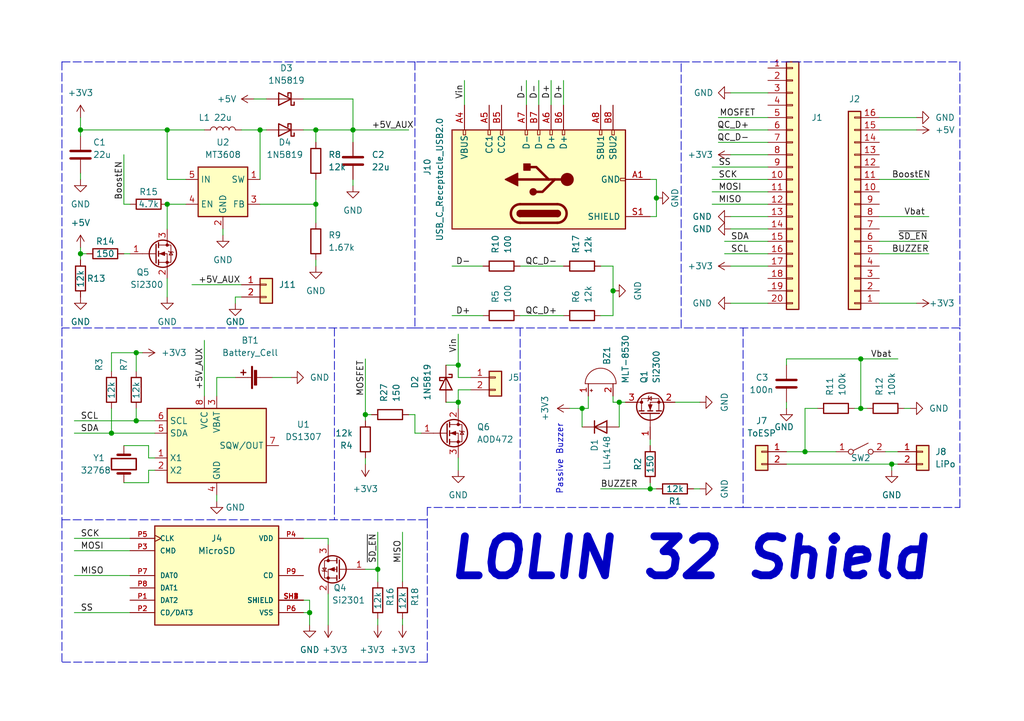
<source format=kicad_sch>
(kicad_sch (version 20211123) (generator eeschema)

  (uuid d3ada953-f938-4a1e-804c-693231df8035)

  (paper "A5")

  (title_block
    (title "LOLIN 32 Shield")
    (date "2022-05-24")
    (rev "1.0.0")
  )

  (lib_symbols
    (symbol "Connector:USB_C_Receptacle_USB2.0" (pin_names (offset 1.016)) (in_bom yes) (on_board yes)
      (property "Reference" "J" (id 0) (at -10.16 19.05 0)
        (effects (font (size 1.27 1.27)) (justify left))
      )
      (property "Value" "USB_C_Receptacle_USB2.0" (id 1) (at 19.05 19.05 0)
        (effects (font (size 1.27 1.27)) (justify right))
      )
      (property "Footprint" "" (id 2) (at 3.81 0 0)
        (effects (font (size 1.27 1.27)) hide)
      )
      (property "Datasheet" "https://www.usb.org/sites/default/files/documents/usb_type-c.zip" (id 3) (at 3.81 0 0)
        (effects (font (size 1.27 1.27)) hide)
      )
      (property "ki_keywords" "usb universal serial bus type-C USB2.0" (id 4) (at 0 0 0)
        (effects (font (size 1.27 1.27)) hide)
      )
      (property "ki_description" "USB 2.0-only Type-C Receptacle connector" (id 5) (at 0 0 0)
        (effects (font (size 1.27 1.27)) hide)
      )
      (property "ki_fp_filters" "USB*C*Receptacle*" (id 6) (at 0 0 0)
        (effects (font (size 1.27 1.27)) hide)
      )
      (symbol "USB_C_Receptacle_USB2.0_0_0"
        (rectangle (start -0.254 -17.78) (end 0.254 -16.764)
          (stroke (width 0) (type default) (color 0 0 0 0))
          (fill (type none))
        )
        (rectangle (start 10.16 -14.986) (end 9.144 -15.494)
          (stroke (width 0) (type default) (color 0 0 0 0))
          (fill (type none))
        )
        (rectangle (start 10.16 -12.446) (end 9.144 -12.954)
          (stroke (width 0) (type default) (color 0 0 0 0))
          (fill (type none))
        )
        (rectangle (start 10.16 -4.826) (end 9.144 -5.334)
          (stroke (width 0) (type default) (color 0 0 0 0))
          (fill (type none))
        )
        (rectangle (start 10.16 -2.286) (end 9.144 -2.794)
          (stroke (width 0) (type default) (color 0 0 0 0))
          (fill (type none))
        )
        (rectangle (start 10.16 0.254) (end 9.144 -0.254)
          (stroke (width 0) (type default) (color 0 0 0 0))
          (fill (type none))
        )
        (rectangle (start 10.16 2.794) (end 9.144 2.286)
          (stroke (width 0) (type default) (color 0 0 0 0))
          (fill (type none))
        )
        (rectangle (start 10.16 7.874) (end 9.144 7.366)
          (stroke (width 0) (type default) (color 0 0 0 0))
          (fill (type none))
        )
        (rectangle (start 10.16 10.414) (end 9.144 9.906)
          (stroke (width 0) (type default) (color 0 0 0 0))
          (fill (type none))
        )
        (rectangle (start 10.16 15.494) (end 9.144 14.986)
          (stroke (width 0) (type default) (color 0 0 0 0))
          (fill (type none))
        )
      )
      (symbol "USB_C_Receptacle_USB2.0_0_1"
        (rectangle (start -10.16 17.78) (end 10.16 -17.78)
          (stroke (width 0.254) (type default) (color 0 0 0 0))
          (fill (type background))
        )
        (arc (start -8.89 -3.81) (mid -6.985 -5.715) (end -5.08 -3.81)
          (stroke (width 0.508) (type default) (color 0 0 0 0))
          (fill (type none))
        )
        (arc (start -7.62 -3.81) (mid -6.985 -4.445) (end -6.35 -3.81)
          (stroke (width 0.254) (type default) (color 0 0 0 0))
          (fill (type none))
        )
        (arc (start -7.62 -3.81) (mid -6.985 -4.445) (end -6.35 -3.81)
          (stroke (width 0.254) (type default) (color 0 0 0 0))
          (fill (type outline))
        )
        (rectangle (start -7.62 -3.81) (end -6.35 3.81)
          (stroke (width 0.254) (type default) (color 0 0 0 0))
          (fill (type outline))
        )
        (arc (start -6.35 3.81) (mid -6.985 4.445) (end -7.62 3.81)
          (stroke (width 0.254) (type default) (color 0 0 0 0))
          (fill (type none))
        )
        (arc (start -6.35 3.81) (mid -6.985 4.445) (end -7.62 3.81)
          (stroke (width 0.254) (type default) (color 0 0 0 0))
          (fill (type outline))
        )
        (arc (start -5.08 3.81) (mid -6.985 5.715) (end -8.89 3.81)
          (stroke (width 0.508) (type default) (color 0 0 0 0))
          (fill (type none))
        )
        (circle (center -2.54 1.143) (radius 0.635)
          (stroke (width 0.254) (type default) (color 0 0 0 0))
          (fill (type outline))
        )
        (circle (center 0 -5.842) (radius 1.27)
          (stroke (width 0) (type default) (color 0 0 0 0))
          (fill (type outline))
        )
        (polyline
          (pts
            (xy -8.89 -3.81)
            (xy -8.89 3.81)
          )
          (stroke (width 0.508) (type default) (color 0 0 0 0))
          (fill (type none))
        )
        (polyline
          (pts
            (xy -5.08 3.81)
            (xy -5.08 -3.81)
          )
          (stroke (width 0.508) (type default) (color 0 0 0 0))
          (fill (type none))
        )
        (polyline
          (pts
            (xy 0 -5.842)
            (xy 0 4.318)
          )
          (stroke (width 0.508) (type default) (color 0 0 0 0))
          (fill (type none))
        )
        (polyline
          (pts
            (xy 0 -3.302)
            (xy -2.54 -0.762)
            (xy -2.54 0.508)
          )
          (stroke (width 0.508) (type default) (color 0 0 0 0))
          (fill (type none))
        )
        (polyline
          (pts
            (xy 0 -2.032)
            (xy 2.54 0.508)
            (xy 2.54 1.778)
          )
          (stroke (width 0.508) (type default) (color 0 0 0 0))
          (fill (type none))
        )
        (polyline
          (pts
            (xy -1.27 4.318)
            (xy 0 6.858)
            (xy 1.27 4.318)
            (xy -1.27 4.318)
          )
          (stroke (width 0.254) (type default) (color 0 0 0 0))
          (fill (type outline))
        )
        (rectangle (start 1.905 1.778) (end 3.175 3.048)
          (stroke (width 0.254) (type default) (color 0 0 0 0))
          (fill (type outline))
        )
      )
      (symbol "USB_C_Receptacle_USB2.0_1_1"
        (pin passive line (at 0 -22.86 90) (length 5.08)
          (name "GND" (effects (font (size 1.27 1.27))))
          (number "A1" (effects (font (size 1.27 1.27))))
        )
        (pin passive line (at 0 -22.86 90) (length 5.08) hide
          (name "GND" (effects (font (size 1.27 1.27))))
          (number "A12" (effects (font (size 1.27 1.27))))
        )
        (pin passive line (at 15.24 15.24 180) (length 5.08)
          (name "VBUS" (effects (font (size 1.27 1.27))))
          (number "A4" (effects (font (size 1.27 1.27))))
        )
        (pin bidirectional line (at 15.24 10.16 180) (length 5.08)
          (name "CC1" (effects (font (size 1.27 1.27))))
          (number "A5" (effects (font (size 1.27 1.27))))
        )
        (pin bidirectional line (at 15.24 -2.54 180) (length 5.08)
          (name "D+" (effects (font (size 1.27 1.27))))
          (number "A6" (effects (font (size 1.27 1.27))))
        )
        (pin bidirectional line (at 15.24 2.54 180) (length 5.08)
          (name "D-" (effects (font (size 1.27 1.27))))
          (number "A7" (effects (font (size 1.27 1.27))))
        )
        (pin bidirectional line (at 15.24 -12.7 180) (length 5.08)
          (name "SBU1" (effects (font (size 1.27 1.27))))
          (number "A8" (effects (font (size 1.27 1.27))))
        )
        (pin passive line (at 15.24 15.24 180) (length 5.08) hide
          (name "VBUS" (effects (font (size 1.27 1.27))))
          (number "A9" (effects (font (size 1.27 1.27))))
        )
        (pin passive line (at 0 -22.86 90) (length 5.08) hide
          (name "GND" (effects (font (size 1.27 1.27))))
          (number "B1" (effects (font (size 1.27 1.27))))
        )
        (pin passive line (at 0 -22.86 90) (length 5.08) hide
          (name "GND" (effects (font (size 1.27 1.27))))
          (number "B12" (effects (font (size 1.27 1.27))))
        )
        (pin passive line (at 15.24 15.24 180) (length 5.08) hide
          (name "VBUS" (effects (font (size 1.27 1.27))))
          (number "B4" (effects (font (size 1.27 1.27))))
        )
        (pin bidirectional line (at 15.24 7.62 180) (length 5.08)
          (name "CC2" (effects (font (size 1.27 1.27))))
          (number "B5" (effects (font (size 1.27 1.27))))
        )
        (pin bidirectional line (at 15.24 -5.08 180) (length 5.08)
          (name "D+" (effects (font (size 1.27 1.27))))
          (number "B6" (effects (font (size 1.27 1.27))))
        )
        (pin bidirectional line (at 15.24 0 180) (length 5.08)
          (name "D-" (effects (font (size 1.27 1.27))))
          (number "B7" (effects (font (size 1.27 1.27))))
        )
        (pin bidirectional line (at 15.24 -15.24 180) (length 5.08)
          (name "SBU2" (effects (font (size 1.27 1.27))))
          (number "B8" (effects (font (size 1.27 1.27))))
        )
        (pin passive line (at 15.24 15.24 180) (length 5.08) hide
          (name "VBUS" (effects (font (size 1.27 1.27))))
          (number "B9" (effects (font (size 1.27 1.27))))
        )
        (pin passive line (at -7.62 -22.86 90) (length 5.08)
          (name "SHIELD" (effects (font (size 1.27 1.27))))
          (number "S1" (effects (font (size 1.27 1.27))))
        )
      )
    )
    (symbol "Connector_Generic:Conn_01x02" (pin_names (offset 1.016) hide) (in_bom yes) (on_board yes)
      (property "Reference" "J" (id 0) (at 0 2.54 0)
        (effects (font (size 1.27 1.27)))
      )
      (property "Value" "Conn_01x02" (id 1) (at 0 -5.08 0)
        (effects (font (size 1.27 1.27)))
      )
      (property "Footprint" "" (id 2) (at 0 0 0)
        (effects (font (size 1.27 1.27)) hide)
      )
      (property "Datasheet" "~" (id 3) (at 0 0 0)
        (effects (font (size 1.27 1.27)) hide)
      )
      (property "ki_keywords" "connector" (id 4) (at 0 0 0)
        (effects (font (size 1.27 1.27)) hide)
      )
      (property "ki_description" "Generic connector, single row, 01x02, script generated (kicad-library-utils/schlib/autogen/connector/)" (id 5) (at 0 0 0)
        (effects (font (size 1.27 1.27)) hide)
      )
      (property "ki_fp_filters" "Connector*:*_1x??_*" (id 6) (at 0 0 0)
        (effects (font (size 1.27 1.27)) hide)
      )
      (symbol "Conn_01x02_1_1"
        (rectangle (start -1.27 -2.413) (end 0 -2.667)
          (stroke (width 0.1524) (type default) (color 0 0 0 0))
          (fill (type none))
        )
        (rectangle (start -1.27 0.127) (end 0 -0.127)
          (stroke (width 0.1524) (type default) (color 0 0 0 0))
          (fill (type none))
        )
        (rectangle (start -1.27 1.27) (end 1.27 -3.81)
          (stroke (width 0.254) (type default) (color 0 0 0 0))
          (fill (type background))
        )
        (pin passive line (at -5.08 0 0) (length 3.81)
          (name "Pin_1" (effects (font (size 1.27 1.27))))
          (number "1" (effects (font (size 1.27 1.27))))
        )
        (pin passive line (at -5.08 -2.54 0) (length 3.81)
          (name "Pin_2" (effects (font (size 1.27 1.27))))
          (number "2" (effects (font (size 1.27 1.27))))
        )
      )
    )
    (symbol "Connector_Generic:Conn_01x16" (pin_names (offset 1.016) hide) (in_bom yes) (on_board yes)
      (property "Reference" "J" (id 0) (at 0 20.32 0)
        (effects (font (size 1.27 1.27)))
      )
      (property "Value" "Conn_01x16" (id 1) (at 0 -22.86 0)
        (effects (font (size 1.27 1.27)))
      )
      (property "Footprint" "" (id 2) (at 0 0 0)
        (effects (font (size 1.27 1.27)) hide)
      )
      (property "Datasheet" "~" (id 3) (at 0 0 0)
        (effects (font (size 1.27 1.27)) hide)
      )
      (property "ki_keywords" "connector" (id 4) (at 0 0 0)
        (effects (font (size 1.27 1.27)) hide)
      )
      (property "ki_description" "Generic connector, single row, 01x16, script generated (kicad-library-utils/schlib/autogen/connector/)" (id 5) (at 0 0 0)
        (effects (font (size 1.27 1.27)) hide)
      )
      (property "ki_fp_filters" "Connector*:*_1x??_*" (id 6) (at 0 0 0)
        (effects (font (size 1.27 1.27)) hide)
      )
      (symbol "Conn_01x16_1_1"
        (rectangle (start -1.27 -20.193) (end 0 -20.447)
          (stroke (width 0.1524) (type default) (color 0 0 0 0))
          (fill (type none))
        )
        (rectangle (start -1.27 -17.653) (end 0 -17.907)
          (stroke (width 0.1524) (type default) (color 0 0 0 0))
          (fill (type none))
        )
        (rectangle (start -1.27 -15.113) (end 0 -15.367)
          (stroke (width 0.1524) (type default) (color 0 0 0 0))
          (fill (type none))
        )
        (rectangle (start -1.27 -12.573) (end 0 -12.827)
          (stroke (width 0.1524) (type default) (color 0 0 0 0))
          (fill (type none))
        )
        (rectangle (start -1.27 -10.033) (end 0 -10.287)
          (stroke (width 0.1524) (type default) (color 0 0 0 0))
          (fill (type none))
        )
        (rectangle (start -1.27 -7.493) (end 0 -7.747)
          (stroke (width 0.1524) (type default) (color 0 0 0 0))
          (fill (type none))
        )
        (rectangle (start -1.27 -4.953) (end 0 -5.207)
          (stroke (width 0.1524) (type default) (color 0 0 0 0))
          (fill (type none))
        )
        (rectangle (start -1.27 -2.413) (end 0 -2.667)
          (stroke (width 0.1524) (type default) (color 0 0 0 0))
          (fill (type none))
        )
        (rectangle (start -1.27 0.127) (end 0 -0.127)
          (stroke (width 0.1524) (type default) (color 0 0 0 0))
          (fill (type none))
        )
        (rectangle (start -1.27 2.667) (end 0 2.413)
          (stroke (width 0.1524) (type default) (color 0 0 0 0))
          (fill (type none))
        )
        (rectangle (start -1.27 5.207) (end 0 4.953)
          (stroke (width 0.1524) (type default) (color 0 0 0 0))
          (fill (type none))
        )
        (rectangle (start -1.27 7.747) (end 0 7.493)
          (stroke (width 0.1524) (type default) (color 0 0 0 0))
          (fill (type none))
        )
        (rectangle (start -1.27 10.287) (end 0 10.033)
          (stroke (width 0.1524) (type default) (color 0 0 0 0))
          (fill (type none))
        )
        (rectangle (start -1.27 12.827) (end 0 12.573)
          (stroke (width 0.1524) (type default) (color 0 0 0 0))
          (fill (type none))
        )
        (rectangle (start -1.27 15.367) (end 0 15.113)
          (stroke (width 0.1524) (type default) (color 0 0 0 0))
          (fill (type none))
        )
        (rectangle (start -1.27 17.907) (end 0 17.653)
          (stroke (width 0.1524) (type default) (color 0 0 0 0))
          (fill (type none))
        )
        (rectangle (start -1.27 19.05) (end 1.27 -21.59)
          (stroke (width 0.254) (type default) (color 0 0 0 0))
          (fill (type background))
        )
        (pin passive line (at -5.08 17.78 0) (length 3.81)
          (name "Pin_1" (effects (font (size 1.27 1.27))))
          (number "1" (effects (font (size 1.27 1.27))))
        )
        (pin passive line (at -5.08 -5.08 0) (length 3.81)
          (name "Pin_10" (effects (font (size 1.27 1.27))))
          (number "10" (effects (font (size 1.27 1.27))))
        )
        (pin passive line (at -5.08 -7.62 0) (length 3.81)
          (name "Pin_11" (effects (font (size 1.27 1.27))))
          (number "11" (effects (font (size 1.27 1.27))))
        )
        (pin passive line (at -5.08 -10.16 0) (length 3.81)
          (name "Pin_12" (effects (font (size 1.27 1.27))))
          (number "12" (effects (font (size 1.27 1.27))))
        )
        (pin passive line (at -5.08 -12.7 0) (length 3.81)
          (name "Pin_13" (effects (font (size 1.27 1.27))))
          (number "13" (effects (font (size 1.27 1.27))))
        )
        (pin passive line (at -5.08 -15.24 0) (length 3.81)
          (name "Pin_14" (effects (font (size 1.27 1.27))))
          (number "14" (effects (font (size 1.27 1.27))))
        )
        (pin passive line (at -5.08 -17.78 0) (length 3.81)
          (name "Pin_15" (effects (font (size 1.27 1.27))))
          (number "15" (effects (font (size 1.27 1.27))))
        )
        (pin passive line (at -5.08 -20.32 0) (length 3.81)
          (name "Pin_16" (effects (font (size 1.27 1.27))))
          (number "16" (effects (font (size 1.27 1.27))))
        )
        (pin passive line (at -5.08 15.24 0) (length 3.81)
          (name "Pin_2" (effects (font (size 1.27 1.27))))
          (number "2" (effects (font (size 1.27 1.27))))
        )
        (pin passive line (at -5.08 12.7 0) (length 3.81)
          (name "Pin_3" (effects (font (size 1.27 1.27))))
          (number "3" (effects (font (size 1.27 1.27))))
        )
        (pin passive line (at -5.08 10.16 0) (length 3.81)
          (name "Pin_4" (effects (font (size 1.27 1.27))))
          (number "4" (effects (font (size 1.27 1.27))))
        )
        (pin passive line (at -5.08 7.62 0) (length 3.81)
          (name "Pin_5" (effects (font (size 1.27 1.27))))
          (number "5" (effects (font (size 1.27 1.27))))
        )
        (pin passive line (at -5.08 5.08 0) (length 3.81)
          (name "Pin_6" (effects (font (size 1.27 1.27))))
          (number "6" (effects (font (size 1.27 1.27))))
        )
        (pin passive line (at -5.08 2.54 0) (length 3.81)
          (name "Pin_7" (effects (font (size 1.27 1.27))))
          (number "7" (effects (font (size 1.27 1.27))))
        )
        (pin passive line (at -5.08 0 0) (length 3.81)
          (name "Pin_8" (effects (font (size 1.27 1.27))))
          (number "8" (effects (font (size 1.27 1.27))))
        )
        (pin passive line (at -5.08 -2.54 0) (length 3.81)
          (name "Pin_9" (effects (font (size 1.27 1.27))))
          (number "9" (effects (font (size 1.27 1.27))))
        )
      )
    )
    (symbol "Connector_Generic:Conn_01x20" (pin_names (offset 1.016) hide) (in_bom yes) (on_board yes)
      (property "Reference" "J" (id 0) (at 0 25.4 0)
        (effects (font (size 1.27 1.27)))
      )
      (property "Value" "Conn_01x20" (id 1) (at 0 -27.94 0)
        (effects (font (size 1.27 1.27)))
      )
      (property "Footprint" "" (id 2) (at 0 0 0)
        (effects (font (size 1.27 1.27)) hide)
      )
      (property "Datasheet" "~" (id 3) (at 0 0 0)
        (effects (font (size 1.27 1.27)) hide)
      )
      (property "ki_keywords" "connector" (id 4) (at 0 0 0)
        (effects (font (size 1.27 1.27)) hide)
      )
      (property "ki_description" "Generic connector, single row, 01x20, script generated (kicad-library-utils/schlib/autogen/connector/)" (id 5) (at 0 0 0)
        (effects (font (size 1.27 1.27)) hide)
      )
      (property "ki_fp_filters" "Connector*:*_1x??_*" (id 6) (at 0 0 0)
        (effects (font (size 1.27 1.27)) hide)
      )
      (symbol "Conn_01x20_1_1"
        (rectangle (start -1.27 -25.273) (end 0 -25.527)
          (stroke (width 0.1524) (type default) (color 0 0 0 0))
          (fill (type none))
        )
        (rectangle (start -1.27 -22.733) (end 0 -22.987)
          (stroke (width 0.1524) (type default) (color 0 0 0 0))
          (fill (type none))
        )
        (rectangle (start -1.27 -20.193) (end 0 -20.447)
          (stroke (width 0.1524) (type default) (color 0 0 0 0))
          (fill (type none))
        )
        (rectangle (start -1.27 -17.653) (end 0 -17.907)
          (stroke (width 0.1524) (type default) (color 0 0 0 0))
          (fill (type none))
        )
        (rectangle (start -1.27 -15.113) (end 0 -15.367)
          (stroke (width 0.1524) (type default) (color 0 0 0 0))
          (fill (type none))
        )
        (rectangle (start -1.27 -12.573) (end 0 -12.827)
          (stroke (width 0.1524) (type default) (color 0 0 0 0))
          (fill (type none))
        )
        (rectangle (start -1.27 -10.033) (end 0 -10.287)
          (stroke (width 0.1524) (type default) (color 0 0 0 0))
          (fill (type none))
        )
        (rectangle (start -1.27 -7.493) (end 0 -7.747)
          (stroke (width 0.1524) (type default) (color 0 0 0 0))
          (fill (type none))
        )
        (rectangle (start -1.27 -4.953) (end 0 -5.207)
          (stroke (width 0.1524) (type default) (color 0 0 0 0))
          (fill (type none))
        )
        (rectangle (start -1.27 -2.413) (end 0 -2.667)
          (stroke (width 0.1524) (type default) (color 0 0 0 0))
          (fill (type none))
        )
        (rectangle (start -1.27 0.127) (end 0 -0.127)
          (stroke (width 0.1524) (type default) (color 0 0 0 0))
          (fill (type none))
        )
        (rectangle (start -1.27 2.667) (end 0 2.413)
          (stroke (width 0.1524) (type default) (color 0 0 0 0))
          (fill (type none))
        )
        (rectangle (start -1.27 5.207) (end 0 4.953)
          (stroke (width 0.1524) (type default) (color 0 0 0 0))
          (fill (type none))
        )
        (rectangle (start -1.27 7.747) (end 0 7.493)
          (stroke (width 0.1524) (type default) (color 0 0 0 0))
          (fill (type none))
        )
        (rectangle (start -1.27 10.287) (end 0 10.033)
          (stroke (width 0.1524) (type default) (color 0 0 0 0))
          (fill (type none))
        )
        (rectangle (start -1.27 12.827) (end 0 12.573)
          (stroke (width 0.1524) (type default) (color 0 0 0 0))
          (fill (type none))
        )
        (rectangle (start -1.27 15.367) (end 0 15.113)
          (stroke (width 0.1524) (type default) (color 0 0 0 0))
          (fill (type none))
        )
        (rectangle (start -1.27 17.907) (end 0 17.653)
          (stroke (width 0.1524) (type default) (color 0 0 0 0))
          (fill (type none))
        )
        (rectangle (start -1.27 20.447) (end 0 20.193)
          (stroke (width 0.1524) (type default) (color 0 0 0 0))
          (fill (type none))
        )
        (rectangle (start -1.27 22.987) (end 0 22.733)
          (stroke (width 0.1524) (type default) (color 0 0 0 0))
          (fill (type none))
        )
        (rectangle (start -1.27 24.13) (end 1.27 -26.67)
          (stroke (width 0.254) (type default) (color 0 0 0 0))
          (fill (type background))
        )
        (pin passive line (at -5.08 22.86 0) (length 3.81)
          (name "Pin_1" (effects (font (size 1.27 1.27))))
          (number "1" (effects (font (size 1.27 1.27))))
        )
        (pin passive line (at -5.08 0 0) (length 3.81)
          (name "Pin_10" (effects (font (size 1.27 1.27))))
          (number "10" (effects (font (size 1.27 1.27))))
        )
        (pin passive line (at -5.08 -2.54 0) (length 3.81)
          (name "Pin_11" (effects (font (size 1.27 1.27))))
          (number "11" (effects (font (size 1.27 1.27))))
        )
        (pin passive line (at -5.08 -5.08 0) (length 3.81)
          (name "Pin_12" (effects (font (size 1.27 1.27))))
          (number "12" (effects (font (size 1.27 1.27))))
        )
        (pin passive line (at -5.08 -7.62 0) (length 3.81)
          (name "Pin_13" (effects (font (size 1.27 1.27))))
          (number "13" (effects (font (size 1.27 1.27))))
        )
        (pin passive line (at -5.08 -10.16 0) (length 3.81)
          (name "Pin_14" (effects (font (size 1.27 1.27))))
          (number "14" (effects (font (size 1.27 1.27))))
        )
        (pin passive line (at -5.08 -12.7 0) (length 3.81)
          (name "Pin_15" (effects (font (size 1.27 1.27))))
          (number "15" (effects (font (size 1.27 1.27))))
        )
        (pin passive line (at -5.08 -15.24 0) (length 3.81)
          (name "Pin_16" (effects (font (size 1.27 1.27))))
          (number "16" (effects (font (size 1.27 1.27))))
        )
        (pin passive line (at -5.08 -17.78 0) (length 3.81)
          (name "Pin_17" (effects (font (size 1.27 1.27))))
          (number "17" (effects (font (size 1.27 1.27))))
        )
        (pin passive line (at -5.08 -20.32 0) (length 3.81)
          (name "Pin_18" (effects (font (size 1.27 1.27))))
          (number "18" (effects (font (size 1.27 1.27))))
        )
        (pin passive line (at -5.08 -22.86 0) (length 3.81)
          (name "Pin_19" (effects (font (size 1.27 1.27))))
          (number "19" (effects (font (size 1.27 1.27))))
        )
        (pin passive line (at -5.08 20.32 0) (length 3.81)
          (name "Pin_2" (effects (font (size 1.27 1.27))))
          (number "2" (effects (font (size 1.27 1.27))))
        )
        (pin passive line (at -5.08 -25.4 0) (length 3.81)
          (name "Pin_20" (effects (font (size 1.27 1.27))))
          (number "20" (effects (font (size 1.27 1.27))))
        )
        (pin passive line (at -5.08 17.78 0) (length 3.81)
          (name "Pin_3" (effects (font (size 1.27 1.27))))
          (number "3" (effects (font (size 1.27 1.27))))
        )
        (pin passive line (at -5.08 15.24 0) (length 3.81)
          (name "Pin_4" (effects (font (size 1.27 1.27))))
          (number "4" (effects (font (size 1.27 1.27))))
        )
        (pin passive line (at -5.08 12.7 0) (length 3.81)
          (name "Pin_5" (effects (font (size 1.27 1.27))))
          (number "5" (effects (font (size 1.27 1.27))))
        )
        (pin passive line (at -5.08 10.16 0) (length 3.81)
          (name "Pin_6" (effects (font (size 1.27 1.27))))
          (number "6" (effects (font (size 1.27 1.27))))
        )
        (pin passive line (at -5.08 7.62 0) (length 3.81)
          (name "Pin_7" (effects (font (size 1.27 1.27))))
          (number "7" (effects (font (size 1.27 1.27))))
        )
        (pin passive line (at -5.08 5.08 0) (length 3.81)
          (name "Pin_8" (effects (font (size 1.27 1.27))))
          (number "8" (effects (font (size 1.27 1.27))))
        )
        (pin passive line (at -5.08 2.54 0) (length 3.81)
          (name "Pin_9" (effects (font (size 1.27 1.27))))
          (number "9" (effects (font (size 1.27 1.27))))
        )
      )
    )
    (symbol "CustomComponents:AOD472" (pin_names hide) (in_bom yes) (on_board yes)
      (property "Reference" "Q" (id 0) (at 6.35 -1.27 0)
        (effects (font (size 1.27 1.27)))
      )
      (property "Value" "AOD472" (id 1) (at 8.89 -3.81 0)
        (effects (font (size 1.27 1.27)))
      )
      (property "Footprint" "Package_TO_SOT_SMD:TO-252-2" (id 2) (at 11.43 -10.16 0)
        (effects (font (size 1.27 1.27)) hide)
      )
      (property "Datasheet" "https://datasheet.octopart.com/AOD472-Alpha-%26-Omega-Semiconductor-datasheet-5402177.pdf" (id 3) (at 11.43 -10.16 0)
        (effects (font (size 1.27 1.27)) hide)
      )
      (property "ki_keywords" "N-Channel MOSFET" (id 4) (at 0 0 0)
        (effects (font (size 1.27 1.27)) hide)
      )
      (property "ki_description" "N-Channel Enhancement Mode FET" (id 5) (at 0 0 0)
        (effects (font (size 1.27 1.27)) hide)
      )
      (symbol "AOD472_0_1"
        (polyline
          (pts
            (xy 0.254 0)
            (xy -2.54 0)
          )
          (stroke (width 0) (type default) (color 0 0 0 0))
          (fill (type none))
        )
        (polyline
          (pts
            (xy 0.254 1.905)
            (xy 0.254 -1.905)
          )
          (stroke (width 0.254) (type default) (color 0 0 0 0))
          (fill (type none))
        )
        (polyline
          (pts
            (xy 0.762 -1.27)
            (xy 0.762 -2.286)
          )
          (stroke (width 0.254) (type default) (color 0 0 0 0))
          (fill (type none))
        )
        (polyline
          (pts
            (xy 0.762 0.508)
            (xy 0.762 -0.508)
          )
          (stroke (width 0.254) (type default) (color 0 0 0 0))
          (fill (type none))
        )
        (polyline
          (pts
            (xy 0.762 2.286)
            (xy 0.762 1.27)
          )
          (stroke (width 0.254) (type default) (color 0 0 0 0))
          (fill (type none))
        )
        (polyline
          (pts
            (xy 2.54 2.54)
            (xy 2.54 1.778)
          )
          (stroke (width 0) (type default) (color 0 0 0 0))
          (fill (type none))
        )
        (polyline
          (pts
            (xy 2.54 -2.54)
            (xy 2.54 0)
            (xy 0.762 0)
          )
          (stroke (width 0) (type default) (color 0 0 0 0))
          (fill (type none))
        )
        (polyline
          (pts
            (xy 0.762 -1.778)
            (xy 3.302 -1.778)
            (xy 3.302 1.778)
            (xy 0.762 1.778)
          )
          (stroke (width 0) (type default) (color 0 0 0 0))
          (fill (type none))
        )
        (polyline
          (pts
            (xy 1.016 0)
            (xy 2.032 0.381)
            (xy 2.032 -0.381)
            (xy 1.016 0)
          )
          (stroke (width 0) (type default) (color 0 0 0 0))
          (fill (type outline))
        )
        (polyline
          (pts
            (xy 2.794 0.508)
            (xy 2.921 0.381)
            (xy 3.683 0.381)
            (xy 3.81 0.254)
          )
          (stroke (width 0) (type default) (color 0 0 0 0))
          (fill (type none))
        )
        (polyline
          (pts
            (xy 3.302 0.381)
            (xy 2.921 -0.254)
            (xy 3.683 -0.254)
            (xy 3.302 0.381)
          )
          (stroke (width 0) (type default) (color 0 0 0 0))
          (fill (type none))
        )
        (circle (center 1.651 0) (radius 2.794)
          (stroke (width 0.254) (type default) (color 0 0 0 0))
          (fill (type none))
        )
        (circle (center 2.54 -1.778) (radius 0.254)
          (stroke (width 0) (type default) (color 0 0 0 0))
          (fill (type outline))
        )
        (circle (center 2.54 1.778) (radius 0.254)
          (stroke (width 0) (type default) (color 0 0 0 0))
          (fill (type outline))
        )
      )
      (symbol "AOD472_1_1"
        (pin input line (at -5.08 0 0) (length 2.54)
          (name "G" (effects (font (size 1.27 1.27))))
          (number "1" (effects (font (size 1.27 1.27))))
        )
        (pin passive line (at 2.54 5.08 270) (length 2.54)
          (name "D" (effects (font (size 1.27 1.27))))
          (number "2" (effects (font (size 1.27 1.27))))
        )
        (pin passive line (at 2.54 -5.08 90) (length 2.54)
          (name "S" (effects (font (size 1.27 1.27))))
          (number "3" (effects (font (size 1.27 1.27))))
        )
      )
    )
    (symbol "CustomComponents:MEM2075-00-140-01-A" (pin_names (offset 1.016)) (in_bom yes) (on_board yes)
      (property "Reference" "J" (id 0) (at -12.7 10.795 0)
        (effects (font (size 1.27 1.27)) (justify left bottom))
      )
      (property "Value" "MEM2075-00-140-01-A" (id 1) (at -12.7 -12.7 0)
        (effects (font (size 1.27 1.27)) (justify left bottom))
      )
      (property "Footprint" "GCT_MEM2075-00-140-01-A" (id 2) (at 0 0 0)
        (effects (font (size 1.27 1.27)) (justify left bottom) hide)
      )
      (property "Datasheet" "" (id 3) (at 0 0 0)
        (effects (font (size 1.27 1.27)) (justify left bottom) hide)
      )
      (property "PARTREV" "A" (id 4) (at 0 0 0)
        (effects (font (size 1.27 1.27)) (justify left bottom) hide)
      )
      (property "MANUFACTURER" "GCT" (id 5) (at 0 0 0)
        (effects (font (size 1.27 1.27)) (justify left bottom) hide)
      )
      (property "STANDARD" "Manufacturer recommendations" (id 6) (at 0 0 0)
        (effects (font (size 1.27 1.27)) (justify left bottom) hide)
      )
      (property "ki_locked" "" (id 7) (at 0 0 0)
        (effects (font (size 1.27 1.27)))
      )
      (symbol "MEM2075-00-140-01-A_0_0"
        (rectangle (start -12.7 -10.16) (end 12.7 10.16)
          (stroke (width 0.254) (type default) (color 0 0 0 0))
          (fill (type background))
        )
        (pin bidirectional line (at -17.78 -5.08 0) (length 5.08)
          (name "DAT2" (effects (font (size 1.016 1.016))))
          (number "P1" (effects (font (size 1.016 1.016))))
        )
        (pin bidirectional line (at -17.78 -7.62 0) (length 5.08)
          (name "CD/DAT3" (effects (font (size 1.016 1.016))))
          (number "P2" (effects (font (size 1.016 1.016))))
        )
        (pin bidirectional line (at -17.78 5.08 0) (length 5.08)
          (name "CMD" (effects (font (size 1.016 1.016))))
          (number "P3" (effects (font (size 1.016 1.016))))
        )
        (pin power_in line (at 17.78 7.62 180) (length 5.08)
          (name "VDD" (effects (font (size 1.016 1.016))))
          (number "P4" (effects (font (size 1.016 1.016))))
        )
        (pin bidirectional clock (at -17.78 7.62 0) (length 5.08)
          (name "CLK" (effects (font (size 1.016 1.016))))
          (number "P5" (effects (font (size 1.016 1.016))))
        )
        (pin power_in line (at 17.78 -7.62 180) (length 5.08)
          (name "VSS" (effects (font (size 1.016 1.016))))
          (number "P6" (effects (font (size 1.016 1.016))))
        )
        (pin bidirectional line (at -17.78 0 0) (length 5.08)
          (name "DAT0" (effects (font (size 1.016 1.016))))
          (number "P7" (effects (font (size 1.016 1.016))))
        )
        (pin bidirectional line (at -17.78 -2.54 0) (length 5.08)
          (name "DAT1" (effects (font (size 1.016 1.016))))
          (number "P8" (effects (font (size 1.016 1.016))))
        )
        (pin passive line (at 17.78 0 180) (length 5.08)
          (name "CD" (effects (font (size 1.016 1.016))))
          (number "P9" (effects (font (size 1.016 1.016))))
        )
        (pin power_in line (at 17.78 -5.08 180) (length 5.08)
          (name "SHIELD" (effects (font (size 1.016 1.016))))
          (number "SH1" (effects (font (size 1.016 1.016))))
        )
        (pin power_in line (at 17.78 -5.08 180) (length 5.08)
          (name "SHIELD" (effects (font (size 1.016 1.016))))
          (number "SH2" (effects (font (size 1.016 1.016))))
        )
        (pin power_in line (at 17.78 -5.08 180) (length 5.08)
          (name "SHIELD" (effects (font (size 1.016 1.016))))
          (number "SH3" (effects (font (size 1.016 1.016))))
        )
        (pin power_in line (at 17.78 -5.08 180) (length 5.08)
          (name "SHIELD" (effects (font (size 1.016 1.016))))
          (number "SH4" (effects (font (size 1.016 1.016))))
        )
      )
    )
    (symbol "CustomComponents:Si2300" (pin_names hide) (in_bom yes) (on_board yes)
      (property "Reference" "Q" (id 0) (at 6.35 1.27 0)
        (effects (font (size 1.27 1.27)))
      )
      (property "Value" "Si2300" (id 1) (at 8.89 -1.27 0)
        (effects (font (size 1.27 1.27)))
      )
      (property "Footprint" "Package_TO_SOT_SMD:SOT-23" (id 2) (at 0 0 0)
        (effects (font (size 1.27 1.27)) hide)
      )
      (property "Datasheet" "https://www.vishay.com/docs/65701/si2300ds.pdf" (id 3) (at 0 0 0)
        (effects (font (size 1.27 1.27)) hide)
      )
      (property "ki_keywords" "N-Channel MOSFET" (id 4) (at 0 0 0)
        (effects (font (size 1.27 1.27)) hide)
      )
      (property "ki_description" "N-Channel 30 V (D-S) MOSFET" (id 5) (at 0 0 0)
        (effects (font (size 1.27 1.27)) hide)
      )
      (symbol "Si2300_0_1"
        (polyline
          (pts
            (xy 0.254 0)
            (xy -2.54 0)
          )
          (stroke (width 0) (type default) (color 0 0 0 0))
          (fill (type none))
        )
        (polyline
          (pts
            (xy 0.254 1.905)
            (xy 0.254 -1.905)
          )
          (stroke (width 0.254) (type default) (color 0 0 0 0))
          (fill (type none))
        )
        (polyline
          (pts
            (xy 0.762 -1.27)
            (xy 0.762 -2.286)
          )
          (stroke (width 0.254) (type default) (color 0 0 0 0))
          (fill (type none))
        )
        (polyline
          (pts
            (xy 0.762 0.508)
            (xy 0.762 -0.508)
          )
          (stroke (width 0.254) (type default) (color 0 0 0 0))
          (fill (type none))
        )
        (polyline
          (pts
            (xy 0.762 2.286)
            (xy 0.762 1.27)
          )
          (stroke (width 0.254) (type default) (color 0 0 0 0))
          (fill (type none))
        )
        (polyline
          (pts
            (xy 2.54 2.54)
            (xy 2.54 1.778)
          )
          (stroke (width 0) (type default) (color 0 0 0 0))
          (fill (type none))
        )
        (polyline
          (pts
            (xy 2.54 -2.54)
            (xy 2.54 0)
            (xy 0.762 0)
          )
          (stroke (width 0) (type default) (color 0 0 0 0))
          (fill (type none))
        )
        (polyline
          (pts
            (xy 0.762 -1.778)
            (xy 3.302 -1.778)
            (xy 3.302 1.778)
            (xy 0.762 1.778)
          )
          (stroke (width 0) (type default) (color 0 0 0 0))
          (fill (type none))
        )
        (polyline
          (pts
            (xy 1.016 0)
            (xy 2.032 0.381)
            (xy 2.032 -0.381)
            (xy 1.016 0)
          )
          (stroke (width 0) (type default) (color 0 0 0 0))
          (fill (type outline))
        )
        (polyline
          (pts
            (xy 2.794 0.508)
            (xy 2.921 0.381)
            (xy 3.683 0.381)
            (xy 3.81 0.254)
          )
          (stroke (width 0) (type default) (color 0 0 0 0))
          (fill (type none))
        )
        (polyline
          (pts
            (xy 3.302 0.381)
            (xy 2.921 -0.254)
            (xy 3.683 -0.254)
            (xy 3.302 0.381)
          )
          (stroke (width 0) (type default) (color 0 0 0 0))
          (fill (type none))
        )
        (circle (center 1.651 0) (radius 2.794)
          (stroke (width 0.254) (type default) (color 0 0 0 0))
          (fill (type none))
        )
        (circle (center 2.54 -1.778) (radius 0.254)
          (stroke (width 0) (type default) (color 0 0 0 0))
          (fill (type outline))
        )
        (circle (center 2.54 1.778) (radius 0.254)
          (stroke (width 0) (type default) (color 0 0 0 0))
          (fill (type outline))
        )
      )
      (symbol "Si2300_1_1"
        (pin input line (at -5.08 0 0) (length 2.54)
          (name "G" (effects (font (size 1.27 1.27))))
          (number "1" (effects (font (size 1.27 1.27))))
        )
        (pin passive line (at 2.54 -5.08 90) (length 2.54)
          (name "S" (effects (font (size 1.27 1.27))))
          (number "2" (effects (font (size 1.27 1.27))))
        )
        (pin passive line (at 2.54 5.08 270) (length 2.54)
          (name "D" (effects (font (size 1.27 1.27))))
          (number "3" (effects (font (size 1.27 1.27))))
        )
      )
    )
    (symbol "CustomComponents:Si2301" (pin_names hide) (in_bom yes) (on_board yes)
      (property "Reference" "Q" (id 0) (at 6.35 1.27 0)
        (effects (font (size 1.27 1.27)))
      )
      (property "Value" "Si2301" (id 1) (at 8.89 -1.27 0)
        (effects (font (size 1.27 1.27)))
      )
      (property "Footprint" "Package_TO_SOT_SMD:SOT-23" (id 2) (at 0 -5.08 0)
        (effects (font (size 1.27 1.27)) hide)
      )
      (property "Datasheet" "https://www.vishay.com/docs/70627/70627.pdf" (id 3) (at 0 -7.62 0)
        (effects (font (size 1.27 1.27)) hide)
      )
      (property "ki_keywords" "P-Channel MOSFET" (id 4) (at 0 0 0)
        (effects (font (size 1.27 1.27)) hide)
      )
      (property "ki_description" "P-Channel 1.25-W, 2.5-V MOSFET" (id 5) (at 0 0 0)
        (effects (font (size 1.27 1.27)) hide)
      )
      (symbol "Si2301_0_1"
        (polyline
          (pts
            (xy 0.254 0)
            (xy -2.54 0)
          )
          (stroke (width 0) (type default) (color 0 0 0 0))
          (fill (type none))
        )
        (polyline
          (pts
            (xy 0.254 1.905)
            (xy 0.254 -1.905)
          )
          (stroke (width 0.254) (type default) (color 0 0 0 0))
          (fill (type none))
        )
        (polyline
          (pts
            (xy 0.762 -1.27)
            (xy 0.762 -2.286)
          )
          (stroke (width 0.254) (type default) (color 0 0 0 0))
          (fill (type none))
        )
        (polyline
          (pts
            (xy 0.762 0.508)
            (xy 0.762 -0.508)
          )
          (stroke (width 0.254) (type default) (color 0 0 0 0))
          (fill (type none))
        )
        (polyline
          (pts
            (xy 0.762 2.286)
            (xy 0.762 1.27)
          )
          (stroke (width 0.254) (type default) (color 0 0 0 0))
          (fill (type none))
        )
        (polyline
          (pts
            (xy 2.54 2.54)
            (xy 2.54 1.778)
          )
          (stroke (width 0) (type default) (color 0 0 0 0))
          (fill (type none))
        )
        (polyline
          (pts
            (xy 2.54 -2.54)
            (xy 2.54 0)
            (xy 0.762 0)
          )
          (stroke (width 0) (type default) (color 0 0 0 0))
          (fill (type none))
        )
        (polyline
          (pts
            (xy 0.762 1.778)
            (xy 3.302 1.778)
            (xy 3.302 -1.778)
            (xy 0.762 -1.778)
          )
          (stroke (width 0) (type default) (color 0 0 0 0))
          (fill (type none))
        )
        (polyline
          (pts
            (xy 2.286 0)
            (xy 1.27 0.381)
            (xy 1.27 -0.381)
            (xy 2.286 0)
          )
          (stroke (width 0) (type default) (color 0 0 0 0))
          (fill (type outline))
        )
        (polyline
          (pts
            (xy 2.794 -0.508)
            (xy 2.921 -0.381)
            (xy 3.683 -0.381)
            (xy 3.81 -0.254)
          )
          (stroke (width 0) (type default) (color 0 0 0 0))
          (fill (type none))
        )
        (polyline
          (pts
            (xy 3.302 -0.381)
            (xy 2.921 0.254)
            (xy 3.683 0.254)
            (xy 3.302 -0.381)
          )
          (stroke (width 0) (type default) (color 0 0 0 0))
          (fill (type none))
        )
        (circle (center 1.651 0) (radius 2.794)
          (stroke (width 0.254) (type default) (color 0 0 0 0))
          (fill (type none))
        )
        (circle (center 2.54 -1.778) (radius 0.254)
          (stroke (width 0) (type default) (color 0 0 0 0))
          (fill (type outline))
        )
        (circle (center 2.54 1.778) (radius 0.254)
          (stroke (width 0) (type default) (color 0 0 0 0))
          (fill (type outline))
        )
      )
      (symbol "Si2301_1_1"
        (pin input line (at -5.08 0 0) (length 2.54)
          (name "G" (effects (font (size 1.27 1.27))))
          (number "1" (effects (font (size 1.27 1.27))))
        )
        (pin passive line (at 2.54 -5.08 90) (length 2.54)
          (name "S" (effects (font (size 1.27 1.27))))
          (number "2" (effects (font (size 1.27 1.27))))
        )
        (pin passive line (at 2.54 5.08 270) (length 2.54)
          (name "D" (effects (font (size 1.27 1.27))))
          (number "3" (effects (font (size 1.27 1.27))))
        )
      )
    )
    (symbol "Device:Battery_Cell" (pin_numbers hide) (pin_names (offset 0) hide) (in_bom yes) (on_board yes)
      (property "Reference" "BT" (id 0) (at 2.54 2.54 0)
        (effects (font (size 1.27 1.27)) (justify left))
      )
      (property "Value" "Battery_Cell" (id 1) (at 2.54 0 0)
        (effects (font (size 1.27 1.27)) (justify left))
      )
      (property "Footprint" "" (id 2) (at 0 1.524 90)
        (effects (font (size 1.27 1.27)) hide)
      )
      (property "Datasheet" "~" (id 3) (at 0 1.524 90)
        (effects (font (size 1.27 1.27)) hide)
      )
      (property "ki_keywords" "battery cell" (id 4) (at 0 0 0)
        (effects (font (size 1.27 1.27)) hide)
      )
      (property "ki_description" "Single-cell battery" (id 5) (at 0 0 0)
        (effects (font (size 1.27 1.27)) hide)
      )
      (symbol "Battery_Cell_0_1"
        (rectangle (start -2.286 1.778) (end 2.286 1.524)
          (stroke (width 0) (type default) (color 0 0 0 0))
          (fill (type outline))
        )
        (rectangle (start -1.5748 1.1938) (end 1.4732 0.6858)
          (stroke (width 0) (type default) (color 0 0 0 0))
          (fill (type outline))
        )
        (polyline
          (pts
            (xy 0 0.762)
            (xy 0 0)
          )
          (stroke (width 0) (type default) (color 0 0 0 0))
          (fill (type none))
        )
        (polyline
          (pts
            (xy 0 1.778)
            (xy 0 2.54)
          )
          (stroke (width 0) (type default) (color 0 0 0 0))
          (fill (type none))
        )
        (polyline
          (pts
            (xy 0.508 3.429)
            (xy 1.524 3.429)
          )
          (stroke (width 0.254) (type default) (color 0 0 0 0))
          (fill (type none))
        )
        (polyline
          (pts
            (xy 1.016 3.937)
            (xy 1.016 2.921)
          )
          (stroke (width 0.254) (type default) (color 0 0 0 0))
          (fill (type none))
        )
      )
      (symbol "Battery_Cell_1_1"
        (pin passive line (at 0 5.08 270) (length 2.54)
          (name "+" (effects (font (size 1.27 1.27))))
          (number "1" (effects (font (size 1.27 1.27))))
        )
        (pin passive line (at 0 -2.54 90) (length 2.54)
          (name "-" (effects (font (size 1.27 1.27))))
          (number "2" (effects (font (size 1.27 1.27))))
        )
      )
    )
    (symbol "Device:Buzzer" (pin_names (offset 0.0254) hide) (in_bom yes) (on_board yes)
      (property "Reference" "BZ" (id 0) (at 3.81 1.27 0)
        (effects (font (size 1.27 1.27)) (justify left))
      )
      (property "Value" "Buzzer" (id 1) (at 3.81 -1.27 0)
        (effects (font (size 1.27 1.27)) (justify left))
      )
      (property "Footprint" "" (id 2) (at -0.635 2.54 90)
        (effects (font (size 1.27 1.27)) hide)
      )
      (property "Datasheet" "~" (id 3) (at -0.635 2.54 90)
        (effects (font (size 1.27 1.27)) hide)
      )
      (property "ki_keywords" "quartz resonator ceramic" (id 4) (at 0 0 0)
        (effects (font (size 1.27 1.27)) hide)
      )
      (property "ki_description" "Buzzer, polarized" (id 5) (at 0 0 0)
        (effects (font (size 1.27 1.27)) hide)
      )
      (property "ki_fp_filters" "*Buzzer*" (id 6) (at 0 0 0)
        (effects (font (size 1.27 1.27)) hide)
      )
      (symbol "Buzzer_0_1"
        (arc (start 0 -3.175) (mid 3.175 0) (end 0 3.175)
          (stroke (width 0) (type default) (color 0 0 0 0))
          (fill (type none))
        )
        (polyline
          (pts
            (xy -1.651 1.905)
            (xy -1.143 1.905)
          )
          (stroke (width 0) (type default) (color 0 0 0 0))
          (fill (type none))
        )
        (polyline
          (pts
            (xy -1.397 2.159)
            (xy -1.397 1.651)
          )
          (stroke (width 0) (type default) (color 0 0 0 0))
          (fill (type none))
        )
        (polyline
          (pts
            (xy 0 3.175)
            (xy 0 -3.175)
          )
          (stroke (width 0) (type default) (color 0 0 0 0))
          (fill (type none))
        )
      )
      (symbol "Buzzer_1_1"
        (pin passive line (at -2.54 2.54 0) (length 2.54)
          (name "-" (effects (font (size 1.27 1.27))))
          (number "1" (effects (font (size 1.27 1.27))))
        )
        (pin passive line (at -2.54 -2.54 0) (length 2.54)
          (name "+" (effects (font (size 1.27 1.27))))
          (number "2" (effects (font (size 1.27 1.27))))
        )
      )
    )
    (symbol "Device:C" (pin_numbers hide) (pin_names (offset 0.254)) (in_bom yes) (on_board yes)
      (property "Reference" "C" (id 0) (at 0.635 2.54 0)
        (effects (font (size 1.27 1.27)) (justify left))
      )
      (property "Value" "C" (id 1) (at 0.635 -2.54 0)
        (effects (font (size 1.27 1.27)) (justify left))
      )
      (property "Footprint" "" (id 2) (at 0.9652 -3.81 0)
        (effects (font (size 1.27 1.27)) hide)
      )
      (property "Datasheet" "~" (id 3) (at 0 0 0)
        (effects (font (size 1.27 1.27)) hide)
      )
      (property "ki_keywords" "cap capacitor" (id 4) (at 0 0 0)
        (effects (font (size 1.27 1.27)) hide)
      )
      (property "ki_description" "Unpolarized capacitor" (id 5) (at 0 0 0)
        (effects (font (size 1.27 1.27)) hide)
      )
      (property "ki_fp_filters" "C_*" (id 6) (at 0 0 0)
        (effects (font (size 1.27 1.27)) hide)
      )
      (symbol "C_0_1"
        (polyline
          (pts
            (xy -2.032 -0.762)
            (xy 2.032 -0.762)
          )
          (stroke (width 0.508) (type default) (color 0 0 0 0))
          (fill (type none))
        )
        (polyline
          (pts
            (xy -2.032 0.762)
            (xy 2.032 0.762)
          )
          (stroke (width 0.508) (type default) (color 0 0 0 0))
          (fill (type none))
        )
      )
      (symbol "C_1_1"
        (pin passive line (at 0 3.81 270) (length 2.794)
          (name "~" (effects (font (size 1.27 1.27))))
          (number "1" (effects (font (size 1.27 1.27))))
        )
        (pin passive line (at 0 -3.81 90) (length 2.794)
          (name "~" (effects (font (size 1.27 1.27))))
          (number "2" (effects (font (size 1.27 1.27))))
        )
      )
    )
    (symbol "Device:Crystal" (pin_numbers hide) (pin_names (offset 1.016) hide) (in_bom yes) (on_board yes)
      (property "Reference" "Y" (id 0) (at 0 3.81 0)
        (effects (font (size 1.27 1.27)))
      )
      (property "Value" "Crystal" (id 1) (at 0 -3.81 0)
        (effects (font (size 1.27 1.27)))
      )
      (property "Footprint" "" (id 2) (at 0 0 0)
        (effects (font (size 1.27 1.27)) hide)
      )
      (property "Datasheet" "~" (id 3) (at 0 0 0)
        (effects (font (size 1.27 1.27)) hide)
      )
      (property "ki_keywords" "quartz ceramic resonator oscillator" (id 4) (at 0 0 0)
        (effects (font (size 1.27 1.27)) hide)
      )
      (property "ki_description" "Two pin crystal" (id 5) (at 0 0 0)
        (effects (font (size 1.27 1.27)) hide)
      )
      (property "ki_fp_filters" "Crystal*" (id 6) (at 0 0 0)
        (effects (font (size 1.27 1.27)) hide)
      )
      (symbol "Crystal_0_1"
        (rectangle (start -1.143 2.54) (end 1.143 -2.54)
          (stroke (width 0.3048) (type default) (color 0 0 0 0))
          (fill (type none))
        )
        (polyline
          (pts
            (xy -2.54 0)
            (xy -1.905 0)
          )
          (stroke (width 0) (type default) (color 0 0 0 0))
          (fill (type none))
        )
        (polyline
          (pts
            (xy -1.905 -1.27)
            (xy -1.905 1.27)
          )
          (stroke (width 0.508) (type default) (color 0 0 0 0))
          (fill (type none))
        )
        (polyline
          (pts
            (xy 1.905 -1.27)
            (xy 1.905 1.27)
          )
          (stroke (width 0.508) (type default) (color 0 0 0 0))
          (fill (type none))
        )
        (polyline
          (pts
            (xy 2.54 0)
            (xy 1.905 0)
          )
          (stroke (width 0) (type default) (color 0 0 0 0))
          (fill (type none))
        )
      )
      (symbol "Crystal_1_1"
        (pin passive line (at -3.81 0 0) (length 1.27)
          (name "1" (effects (font (size 1.27 1.27))))
          (number "1" (effects (font (size 1.27 1.27))))
        )
        (pin passive line (at 3.81 0 180) (length 1.27)
          (name "2" (effects (font (size 1.27 1.27))))
          (number "2" (effects (font (size 1.27 1.27))))
        )
      )
    )
    (symbol "Device:L" (pin_numbers hide) (pin_names (offset 1.016) hide) (in_bom yes) (on_board yes)
      (property "Reference" "L" (id 0) (at -1.27 0 90)
        (effects (font (size 1.27 1.27)))
      )
      (property "Value" "L" (id 1) (at 1.905 0 90)
        (effects (font (size 1.27 1.27)))
      )
      (property "Footprint" "" (id 2) (at 0 0 0)
        (effects (font (size 1.27 1.27)) hide)
      )
      (property "Datasheet" "~" (id 3) (at 0 0 0)
        (effects (font (size 1.27 1.27)) hide)
      )
      (property "ki_keywords" "inductor choke coil reactor magnetic" (id 4) (at 0 0 0)
        (effects (font (size 1.27 1.27)) hide)
      )
      (property "ki_description" "Inductor" (id 5) (at 0 0 0)
        (effects (font (size 1.27 1.27)) hide)
      )
      (property "ki_fp_filters" "Choke_* *Coil* Inductor_* L_*" (id 6) (at 0 0 0)
        (effects (font (size 1.27 1.27)) hide)
      )
      (symbol "L_0_1"
        (arc (start 0 -2.54) (mid 0.635 -1.905) (end 0 -1.27)
          (stroke (width 0) (type default) (color 0 0 0 0))
          (fill (type none))
        )
        (arc (start 0 -1.27) (mid 0.635 -0.635) (end 0 0)
          (stroke (width 0) (type default) (color 0 0 0 0))
          (fill (type none))
        )
        (arc (start 0 0) (mid 0.635 0.635) (end 0 1.27)
          (stroke (width 0) (type default) (color 0 0 0 0))
          (fill (type none))
        )
        (arc (start 0 1.27) (mid 0.635 1.905) (end 0 2.54)
          (stroke (width 0) (type default) (color 0 0 0 0))
          (fill (type none))
        )
      )
      (symbol "L_1_1"
        (pin passive line (at 0 3.81 270) (length 1.27)
          (name "1" (effects (font (size 1.27 1.27))))
          (number "1" (effects (font (size 1.27 1.27))))
        )
        (pin passive line (at 0 -3.81 90) (length 1.27)
          (name "2" (effects (font (size 1.27 1.27))))
          (number "2" (effects (font (size 1.27 1.27))))
        )
      )
    )
    (symbol "Device:R" (pin_numbers hide) (pin_names (offset 0)) (in_bom yes) (on_board yes)
      (property "Reference" "R" (id 0) (at 2.032 0 90)
        (effects (font (size 1.27 1.27)))
      )
      (property "Value" "R" (id 1) (at 0 0 90)
        (effects (font (size 1.27 1.27)))
      )
      (property "Footprint" "" (id 2) (at -1.778 0 90)
        (effects (font (size 1.27 1.27)) hide)
      )
      (property "Datasheet" "~" (id 3) (at 0 0 0)
        (effects (font (size 1.27 1.27)) hide)
      )
      (property "ki_keywords" "R res resistor" (id 4) (at 0 0 0)
        (effects (font (size 1.27 1.27)) hide)
      )
      (property "ki_description" "Resistor" (id 5) (at 0 0 0)
        (effects (font (size 1.27 1.27)) hide)
      )
      (property "ki_fp_filters" "R_*" (id 6) (at 0 0 0)
        (effects (font (size 1.27 1.27)) hide)
      )
      (symbol "R_0_1"
        (rectangle (start -1.016 -2.54) (end 1.016 2.54)
          (stroke (width 0.254) (type default) (color 0 0 0 0))
          (fill (type none))
        )
      )
      (symbol "R_1_1"
        (pin passive line (at 0 3.81 270) (length 1.27)
          (name "~" (effects (font (size 1.27 1.27))))
          (number "1" (effects (font (size 1.27 1.27))))
        )
        (pin passive line (at 0 -3.81 90) (length 1.27)
          (name "~" (effects (font (size 1.27 1.27))))
          (number "2" (effects (font (size 1.27 1.27))))
        )
      )
    )
    (symbol "Diode:1N5819" (pin_numbers hide) (pin_names (offset 1.016) hide) (in_bom yes) (on_board yes)
      (property "Reference" "D" (id 0) (at 0 2.54 0)
        (effects (font (size 1.27 1.27)))
      )
      (property "Value" "1N5819" (id 1) (at 0 -2.54 0)
        (effects (font (size 1.27 1.27)))
      )
      (property "Footprint" "Diode_THT:D_DO-41_SOD81_P10.16mm_Horizontal" (id 2) (at 0 -4.445 0)
        (effects (font (size 1.27 1.27)) hide)
      )
      (property "Datasheet" "http://www.vishay.com/docs/88525/1n5817.pdf" (id 3) (at 0 0 0)
        (effects (font (size 1.27 1.27)) hide)
      )
      (property "ki_keywords" "diode Schottky" (id 4) (at 0 0 0)
        (effects (font (size 1.27 1.27)) hide)
      )
      (property "ki_description" "40V 1A Schottky Barrier Rectifier Diode, DO-41" (id 5) (at 0 0 0)
        (effects (font (size 1.27 1.27)) hide)
      )
      (property "ki_fp_filters" "D*DO?41*" (id 6) (at 0 0 0)
        (effects (font (size 1.27 1.27)) hide)
      )
      (symbol "1N5819_0_1"
        (polyline
          (pts
            (xy 1.27 0)
            (xy -1.27 0)
          )
          (stroke (width 0) (type default) (color 0 0 0 0))
          (fill (type none))
        )
        (polyline
          (pts
            (xy 1.27 1.27)
            (xy 1.27 -1.27)
            (xy -1.27 0)
            (xy 1.27 1.27)
          )
          (stroke (width 0.254) (type default) (color 0 0 0 0))
          (fill (type none))
        )
        (polyline
          (pts
            (xy -1.905 0.635)
            (xy -1.905 1.27)
            (xy -1.27 1.27)
            (xy -1.27 -1.27)
            (xy -0.635 -1.27)
            (xy -0.635 -0.635)
          )
          (stroke (width 0.254) (type default) (color 0 0 0 0))
          (fill (type none))
        )
      )
      (symbol "1N5819_1_1"
        (pin passive line (at -3.81 0 0) (length 2.54)
          (name "K" (effects (font (size 1.27 1.27))))
          (number "1" (effects (font (size 1.27 1.27))))
        )
        (pin passive line (at 3.81 0 180) (length 2.54)
          (name "A" (effects (font (size 1.27 1.27))))
          (number "2" (effects (font (size 1.27 1.27))))
        )
      )
    )
    (symbol "Diode:LL4148" (pin_numbers hide) (pin_names (offset 1.016) hide) (in_bom yes) (on_board yes)
      (property "Reference" "D" (id 0) (at 0 2.54 0)
        (effects (font (size 1.27 1.27)))
      )
      (property "Value" "LL4148" (id 1) (at 0 -2.54 0)
        (effects (font (size 1.27 1.27)))
      )
      (property "Footprint" "Diode_SMD:D_MiniMELF" (id 2) (at 0 -4.445 0)
        (effects (font (size 1.27 1.27)) hide)
      )
      (property "Datasheet" "http://www.vishay.com/docs/85557/ll4148.pdf" (id 3) (at 0 0 0)
        (effects (font (size 1.27 1.27)) hide)
      )
      (property "ki_keywords" "diode" (id 4) (at 0 0 0)
        (effects (font (size 1.27 1.27)) hide)
      )
      (property "ki_description" "100V 0.15A standard switching diode, MiniMELF" (id 5) (at 0 0 0)
        (effects (font (size 1.27 1.27)) hide)
      )
      (property "ki_fp_filters" "D*MiniMELF*" (id 6) (at 0 0 0)
        (effects (font (size 1.27 1.27)) hide)
      )
      (symbol "LL4148_0_1"
        (polyline
          (pts
            (xy -1.27 1.27)
            (xy -1.27 -1.27)
          )
          (stroke (width 0.254) (type default) (color 0 0 0 0))
          (fill (type none))
        )
        (polyline
          (pts
            (xy 1.27 0)
            (xy -1.27 0)
          )
          (stroke (width 0) (type default) (color 0 0 0 0))
          (fill (type none))
        )
        (polyline
          (pts
            (xy 1.27 1.27)
            (xy 1.27 -1.27)
            (xy -1.27 0)
            (xy 1.27 1.27)
          )
          (stroke (width 0.254) (type default) (color 0 0 0 0))
          (fill (type none))
        )
      )
      (symbol "LL4148_1_1"
        (pin passive line (at -3.81 0 0) (length 2.54)
          (name "K" (effects (font (size 1.27 1.27))))
          (number "1" (effects (font (size 1.27 1.27))))
        )
        (pin passive line (at 3.81 0 180) (length 2.54)
          (name "A" (effects (font (size 1.27 1.27))))
          (number "2" (effects (font (size 1.27 1.27))))
        )
      )
    )
    (symbol "Regulator_Switching:MT3608" (in_bom yes) (on_board yes)
      (property "Reference" "U" (id 0) (at -2.54 8.89 0)
        (effects (font (size 1.27 1.27)) (justify left))
      )
      (property "Value" "MT3608" (id 1) (at -3.81 6.35 0)
        (effects (font (size 1.27 1.27)) (justify left))
      )
      (property "Footprint" "Package_TO_SOT_SMD:SOT-23-6" (id 2) (at 1.27 -6.35 0)
        (effects (font (size 1.27 1.27) italic) (justify left) hide)
      )
      (property "Datasheet" "https://www.olimex.com/Products/Breadboarding/BB-PWR-3608/resources/MT3608.pdf" (id 3) (at -6.35 11.43 0)
        (effects (font (size 1.27 1.27)) hide)
      )
      (property "ki_keywords" "Step-Up Boost DC-DC Regulator Adjustable" (id 4) (at 0 0 0)
        (effects (font (size 1.27 1.27)) hide)
      )
      (property "ki_description" "High Efficiency 1.2MHz 2A Step Up Converter, 2-24V Vin, 28V Vout, 4A current limit, 1.2MHz, SOT23-6" (id 5) (at 0 0 0)
        (effects (font (size 1.27 1.27)) hide)
      )
      (property "ki_fp_filters" "SOT*23*" (id 6) (at 0 0 0)
        (effects (font (size 1.27 1.27)) hide)
      )
      (symbol "MT3608_0_1"
        (rectangle (start -5.08 5.08) (end 5.08 -5.08)
          (stroke (width 0.254) (type default) (color 0 0 0 0))
          (fill (type background))
        )
      )
      (symbol "MT3608_1_1"
        (pin passive line (at 7.62 2.54 180) (length 2.54)
          (name "SW" (effects (font (size 1.27 1.27))))
          (number "1" (effects (font (size 1.27 1.27))))
        )
        (pin power_in line (at 0 -7.62 90) (length 2.54)
          (name "GND" (effects (font (size 1.27 1.27))))
          (number "2" (effects (font (size 1.27 1.27))))
        )
        (pin input line (at 7.62 -2.54 180) (length 2.54)
          (name "FB" (effects (font (size 1.27 1.27))))
          (number "3" (effects (font (size 1.27 1.27))))
        )
        (pin input line (at -7.62 -2.54 0) (length 2.54)
          (name "EN" (effects (font (size 1.27 1.27))))
          (number "4" (effects (font (size 1.27 1.27))))
        )
        (pin power_in line (at -7.62 2.54 0) (length 2.54)
          (name "IN" (effects (font (size 1.27 1.27))))
          (number "5" (effects (font (size 1.27 1.27))))
        )
        (pin no_connect line (at 5.08 0 180) (length 2.54) hide
          (name "NC" (effects (font (size 1.27 1.27))))
          (number "6" (effects (font (size 1.27 1.27))))
        )
      )
    )
    (symbol "Si2300_1" (pin_names hide) (in_bom yes) (on_board yes)
      (property "Reference" "Q1" (id 0) (at 6.35 1.2701 0)
        (effects (font (size 1.27 1.27)) (justify left))
      )
      (property "Value" "Si2300" (id 1) (at 6.35 -1.2699 0)
        (effects (font (size 1.27 1.27)) (justify left))
      )
      (property "Footprint" "Package_TO_SOT_SMD:SOT-23" (id 2) (at 0 0 0)
        (effects (font (size 1.27 1.27)) hide)
      )
      (property "Datasheet" "https://www.vishay.com/docs/65701/si2300ds.pdf" (id 3) (at 0 0 0)
        (effects (font (size 1.27 1.27)) hide)
      )
      (property "ki_keywords" "N-Channel MOSFET" (id 4) (at 0 0 0)
        (effects (font (size 1.27 1.27)) hide)
      )
      (property "ki_description" "N-Channel 30 V (D-S) MOSFET" (id 5) (at 0 0 0)
        (effects (font (size 1.27 1.27)) hide)
      )
      (symbol "Si2300_1_0_1"
        (polyline
          (pts
            (xy 0.254 0)
            (xy -2.54 0)
          )
          (stroke (width 0) (type default) (color 0 0 0 0))
          (fill (type none))
        )
        (polyline
          (pts
            (xy 0.254 1.905)
            (xy 0.254 -1.905)
          )
          (stroke (width 0.254) (type default) (color 0 0 0 0))
          (fill (type none))
        )
        (polyline
          (pts
            (xy 0.762 -1.27)
            (xy 0.762 -2.286)
          )
          (stroke (width 0.254) (type default) (color 0 0 0 0))
          (fill (type none))
        )
        (polyline
          (pts
            (xy 0.762 0.508)
            (xy 0.762 -0.508)
          )
          (stroke (width 0.254) (type default) (color 0 0 0 0))
          (fill (type none))
        )
        (polyline
          (pts
            (xy 0.762 2.286)
            (xy 0.762 1.27)
          )
          (stroke (width 0.254) (type default) (color 0 0 0 0))
          (fill (type none))
        )
        (polyline
          (pts
            (xy 2.54 2.54)
            (xy 2.54 1.778)
          )
          (stroke (width 0) (type default) (color 0 0 0 0))
          (fill (type none))
        )
        (polyline
          (pts
            (xy 2.54 -2.54)
            (xy 2.54 0)
            (xy 0.762 0)
          )
          (stroke (width 0) (type default) (color 0 0 0 0))
          (fill (type none))
        )
        (polyline
          (pts
            (xy 0.762 -1.778)
            (xy 3.302 -1.778)
            (xy 3.302 1.778)
            (xy 0.762 1.778)
          )
          (stroke (width 0) (type default) (color 0 0 0 0))
          (fill (type none))
        )
        (polyline
          (pts
            (xy 1.016 0)
            (xy 2.032 0.381)
            (xy 2.032 -0.381)
            (xy 1.016 0)
          )
          (stroke (width 0) (type default) (color 0 0 0 0))
          (fill (type outline))
        )
        (polyline
          (pts
            (xy 2.794 0.508)
            (xy 2.921 0.381)
            (xy 3.683 0.381)
            (xy 3.81 0.254)
          )
          (stroke (width 0) (type default) (color 0 0 0 0))
          (fill (type none))
        )
        (polyline
          (pts
            (xy 3.302 0.381)
            (xy 2.921 -0.254)
            (xy 3.683 -0.254)
            (xy 3.302 0.381)
          )
          (stroke (width 0) (type default) (color 0 0 0 0))
          (fill (type none))
        )
        (circle (center 1.651 0) (radius 2.794)
          (stroke (width 0.254) (type default) (color 0 0 0 0))
          (fill (type none))
        )
        (circle (center 2.54 -1.778) (radius 0.254)
          (stroke (width 0) (type default) (color 0 0 0 0))
          (fill (type outline))
        )
        (circle (center 2.54 1.778) (radius 0.254)
          (stroke (width 0) (type default) (color 0 0 0 0))
          (fill (type outline))
        )
      )
      (symbol "Si2300_1_1_1"
        (pin input line (at -5.08 0 0) (length 2.54)
          (name "G" (effects (font (size 1.27 1.27))))
          (number "1" (effects (font (size 1.27 1.27))))
        )
        (pin passive line (at 2.54 -5.08 90) (length 2.54)
          (name "S" (effects (font (size 1.27 1.27))))
          (number "2" (effects (font (size 1.27 1.27))))
        )
        (pin passive line (at 2.54 5.08 270) (length 2.54)
          (name "D" (effects (font (size 1.27 1.27))))
          (number "3" (effects (font (size 1.27 1.27))))
        )
      )
    )
    (symbol "Switch:SW_SPST" (pin_names (offset 0) hide) (in_bom yes) (on_board yes)
      (property "Reference" "SW" (id 0) (at 0 3.175 0)
        (effects (font (size 1.27 1.27)))
      )
      (property "Value" "SW_SPST" (id 1) (at 0 -2.54 0)
        (effects (font (size 1.27 1.27)))
      )
      (property "Footprint" "" (id 2) (at 0 0 0)
        (effects (font (size 1.27 1.27)) hide)
      )
      (property "Datasheet" "~" (id 3) (at 0 0 0)
        (effects (font (size 1.27 1.27)) hide)
      )
      (property "ki_keywords" "switch lever" (id 4) (at 0 0 0)
        (effects (font (size 1.27 1.27)) hide)
      )
      (property "ki_description" "Single Pole Single Throw (SPST) switch" (id 5) (at 0 0 0)
        (effects (font (size 1.27 1.27)) hide)
      )
      (symbol "SW_SPST_0_0"
        (circle (center -2.032 0) (radius 0.508)
          (stroke (width 0) (type default) (color 0 0 0 0))
          (fill (type none))
        )
        (polyline
          (pts
            (xy -1.524 0.254)
            (xy 1.524 1.778)
          )
          (stroke (width 0) (type default) (color 0 0 0 0))
          (fill (type none))
        )
        (circle (center 2.032 0) (radius 0.508)
          (stroke (width 0) (type default) (color 0 0 0 0))
          (fill (type none))
        )
      )
      (symbol "SW_SPST_1_1"
        (pin passive line (at -5.08 0 0) (length 2.54)
          (name "A" (effects (font (size 1.27 1.27))))
          (number "1" (effects (font (size 1.27 1.27))))
        )
        (pin passive line (at 5.08 0 180) (length 2.54)
          (name "B" (effects (font (size 1.27 1.27))))
          (number "2" (effects (font (size 1.27 1.27))))
        )
      )
    )
    (symbol "Timer_RTC:DS1307ZN+" (in_bom yes) (on_board yes)
      (property "Reference" "U" (id 0) (at -8.89 8.89 0)
        (effects (font (size 1.27 1.27)))
      )
      (property "Value" "DS1307ZN+" (id 1) (at 1.27 8.89 0)
        (effects (font (size 1.27 1.27)) (justify left))
      )
      (property "Footprint" "Package_SO:SOIC-8_3.9x4.9mm_P1.27mm" (id 2) (at 0 -12.7 0)
        (effects (font (size 1.27 1.27)) hide)
      )
      (property "Datasheet" "https://datasheets.maximintegrated.com/en/ds/DS1307.pdf" (id 3) (at 0 0 0)
        (effects (font (size 1.27 1.27)) hide)
      )
      (property "ki_keywords" "RTC, I2C Timekeeping Chip" (id 4) (at 0 0 0)
        (effects (font (size 1.27 1.27)) hide)
      )
      (property "ki_description" "64 x 8, Serial, I2C Real-time clock, 4.5V to 5.5V VCC, -40°C to +85°C, SOIC-8" (id 5) (at 0 0 0)
        (effects (font (size 1.27 1.27)) hide)
      )
      (property "ki_fp_filters" "SOIC*3.9x4.9mm?P1.27mm*" (id 6) (at 0 0 0)
        (effects (font (size 1.27 1.27)) hide)
      )
      (symbol "DS1307ZN+_0_1"
        (rectangle (start -10.16 7.62) (end 10.16 -7.62)
          (stroke (width 0.254) (type default) (color 0 0 0 0))
          (fill (type background))
        )
      )
      (symbol "DS1307ZN+_1_1"
        (pin input line (at -12.7 -2.54 0) (length 2.54)
          (name "X1" (effects (font (size 1.27 1.27))))
          (number "1" (effects (font (size 1.27 1.27))))
        )
        (pin input line (at -12.7 -5.08 0) (length 2.54)
          (name "X2" (effects (font (size 1.27 1.27))))
          (number "2" (effects (font (size 1.27 1.27))))
        )
        (pin power_in line (at 0 10.16 270) (length 2.54)
          (name "VBAT" (effects (font (size 1.27 1.27))))
          (number "3" (effects (font (size 1.27 1.27))))
        )
        (pin power_in line (at 0 -10.16 90) (length 2.54)
          (name "GND" (effects (font (size 1.27 1.27))))
          (number "4" (effects (font (size 1.27 1.27))))
        )
        (pin bidirectional line (at -12.7 2.54 0) (length 2.54)
          (name "SDA" (effects (font (size 1.27 1.27))))
          (number "5" (effects (font (size 1.27 1.27))))
        )
        (pin input line (at -12.7 5.08 0) (length 2.54)
          (name "SCL" (effects (font (size 1.27 1.27))))
          (number "6" (effects (font (size 1.27 1.27))))
        )
        (pin open_collector line (at 12.7 0 180) (length 2.54)
          (name "SQW/OUT" (effects (font (size 1.27 1.27))))
          (number "7" (effects (font (size 1.27 1.27))))
        )
        (pin power_in line (at -2.54 10.16 270) (length 2.54)
          (name "VCC" (effects (font (size 1.27 1.27))))
          (number "8" (effects (font (size 1.27 1.27))))
        )
      )
    )
    (symbol "power:+3V3" (power) (pin_names (offset 0)) (in_bom yes) (on_board yes)
      (property "Reference" "#PWR" (id 0) (at 0 -3.81 0)
        (effects (font (size 1.27 1.27)) hide)
      )
      (property "Value" "+3V3" (id 1) (at 0 3.556 0)
        (effects (font (size 1.27 1.27)))
      )
      (property "Footprint" "" (id 2) (at 0 0 0)
        (effects (font (size 1.27 1.27)) hide)
      )
      (property "Datasheet" "" (id 3) (at 0 0 0)
        (effects (font (size 1.27 1.27)) hide)
      )
      (property "ki_keywords" "power-flag" (id 4) (at 0 0 0)
        (effects (font (size 1.27 1.27)) hide)
      )
      (property "ki_description" "Power symbol creates a global label with name \"+3V3\"" (id 5) (at 0 0 0)
        (effects (font (size 1.27 1.27)) hide)
      )
      (symbol "+3V3_0_1"
        (polyline
          (pts
            (xy -0.762 1.27)
            (xy 0 2.54)
          )
          (stroke (width 0) (type default) (color 0 0 0 0))
          (fill (type none))
        )
        (polyline
          (pts
            (xy 0 0)
            (xy 0 2.54)
          )
          (stroke (width 0) (type default) (color 0 0 0 0))
          (fill (type none))
        )
        (polyline
          (pts
            (xy 0 2.54)
            (xy 0.762 1.27)
          )
          (stroke (width 0) (type default) (color 0 0 0 0))
          (fill (type none))
        )
      )
      (symbol "+3V3_1_1"
        (pin power_in line (at 0 0 90) (length 0) hide
          (name "+3V3" (effects (font (size 1.27 1.27))))
          (number "1" (effects (font (size 1.27 1.27))))
        )
      )
    )
    (symbol "power:+5V" (power) (pin_names (offset 0)) (in_bom yes) (on_board yes)
      (property "Reference" "#PWR" (id 0) (at 0 -3.81 0)
        (effects (font (size 1.27 1.27)) hide)
      )
      (property "Value" "+5V" (id 1) (at 0 3.556 0)
        (effects (font (size 1.27 1.27)))
      )
      (property "Footprint" "" (id 2) (at 0 0 0)
        (effects (font (size 1.27 1.27)) hide)
      )
      (property "Datasheet" "" (id 3) (at 0 0 0)
        (effects (font (size 1.27 1.27)) hide)
      )
      (property "ki_keywords" "power-flag" (id 4) (at 0 0 0)
        (effects (font (size 1.27 1.27)) hide)
      )
      (property "ki_description" "Power symbol creates a global label with name \"+5V\"" (id 5) (at 0 0 0)
        (effects (font (size 1.27 1.27)) hide)
      )
      (symbol "+5V_0_1"
        (polyline
          (pts
            (xy -0.762 1.27)
            (xy 0 2.54)
          )
          (stroke (width 0) (type default) (color 0 0 0 0))
          (fill (type none))
        )
        (polyline
          (pts
            (xy 0 0)
            (xy 0 2.54)
          )
          (stroke (width 0) (type default) (color 0 0 0 0))
          (fill (type none))
        )
        (polyline
          (pts
            (xy 0 2.54)
            (xy 0.762 1.27)
          )
          (stroke (width 0) (type default) (color 0 0 0 0))
          (fill (type none))
        )
      )
      (symbol "+5V_1_1"
        (pin power_in line (at 0 0 90) (length 0) hide
          (name "+5V" (effects (font (size 1.27 1.27))))
          (number "1" (effects (font (size 1.27 1.27))))
        )
      )
    )
    (symbol "power:GND" (power) (pin_names (offset 0)) (in_bom yes) (on_board yes)
      (property "Reference" "#PWR" (id 0) (at 0 -6.35 0)
        (effects (font (size 1.27 1.27)) hide)
      )
      (property "Value" "GND" (id 1) (at 0 -3.81 0)
        (effects (font (size 1.27 1.27)))
      )
      (property "Footprint" "" (id 2) (at 0 0 0)
        (effects (font (size 1.27 1.27)) hide)
      )
      (property "Datasheet" "" (id 3) (at 0 0 0)
        (effects (font (size 1.27 1.27)) hide)
      )
      (property "ki_keywords" "power-flag" (id 4) (at 0 0 0)
        (effects (font (size 1.27 1.27)) hide)
      )
      (property "ki_description" "Power symbol creates a global label with name \"GND\" , ground" (id 5) (at 0 0 0)
        (effects (font (size 1.27 1.27)) hide)
      )
      (symbol "GND_0_1"
        (polyline
          (pts
            (xy 0 0)
            (xy 0 -1.27)
            (xy 1.27 -1.27)
            (xy 0 -2.54)
            (xy -1.27 -1.27)
            (xy 0 -1.27)
          )
          (stroke (width 0) (type default) (color 0 0 0 0))
          (fill (type none))
        )
      )
      (symbol "GND_1_1"
        (pin power_in line (at 0 0 270) (length 0) hide
          (name "GND" (effects (font (size 1.27 1.27))))
          (number "1" (effects (font (size 1.27 1.27))))
        )
      )
    )
  )

  (junction (at 53.34 26.67) (diameter 0) (color 0 0 0 0)
    (uuid 03dd297e-653f-43ea-a9dd-cce4d9fd2d95)
  )
  (junction (at 34.29 41.91) (diameter 0) (color 0 0 0 0)
    (uuid 0bb25d2f-ecdb-40e5-a317-b0983a91c8c6)
  )
  (junction (at 133.35 100.33) (diameter 0) (color 0 0 0 0)
    (uuid 18132dbc-6559-48b0-aa20-c71d23e0ea5a)
  )
  (junction (at 74.93 85.09) (diameter 0) (color 0 0 0 0)
    (uuid 1eb16441-c29c-41eb-9474-8ac1b59b17fe)
  )
  (junction (at 125.73 59.69) (diameter 0) (color 0 0 0 0)
    (uuid 275ff256-ec1f-4c99-b537-ea8bd0e56699)
  )
  (junction (at 134.62 40.64) (diameter 0) (color 0 0 0 0)
    (uuid 3a4f2a9f-f8cd-43ea-b2ca-d9132c092c94)
  )
  (junction (at 27.94 86.36) (diameter 0) (color 0 0 0 0)
    (uuid 5e87e31f-662a-475a-a7b7-f550d499e495)
  )
  (junction (at 93.98 82.55) (diameter 0) (color 0 0 0 0)
    (uuid 5eca4f31-0211-40ac-88dc-e09b5e0e5880)
  )
  (junction (at 64.77 41.91) (diameter 0) (color 0 0 0 0)
    (uuid 6b10c3ef-0564-4d46-8f5c-e56dc7fdc078)
  )
  (junction (at 34.29 26.67) (diameter 0) (color 0 0 0 0)
    (uuid 7543db5c-e69e-4b07-9335-6a49dd33db03)
  )
  (junction (at 93.98 74.93) (diameter 0) (color 0 0 0 0)
    (uuid 7885113e-57cd-4362-a2be-4c257b3a16d7)
  )
  (junction (at 72.39 26.67) (diameter 0) (color 0 0 0 0)
    (uuid 79b7ac42-2fa6-4250-87bc-3f6d025f2b08)
  )
  (junction (at 63.5 125.73) (diameter 0) (color 0 0 0 0)
    (uuid 7c3d33e0-4f54-4e50-a4b0-7bbcb9d54e8b)
  )
  (junction (at 77.47 116.84) (diameter 0) (color 0 0 0 0)
    (uuid 88d9162b-bfcf-4c3c-8888-72c9b0892945)
  )
  (junction (at 27.94 72.39) (diameter 0) (color 0 0 0 0)
    (uuid aac63dbb-7ec0-4535-b0a2-11f87de4f8a9)
  )
  (junction (at 119.38 83.82) (diameter 0) (color 0 0 0 0)
    (uuid aeff956a-1405-45dc-8328-ac46359bf5d4)
  )
  (junction (at 182.88 95.25) (diameter 0) (color 0 0 0 0)
    (uuid cbd70d14-8f74-4a9d-92b8-875e4d9948fd)
  )
  (junction (at 22.86 88.9) (diameter 0) (color 0 0 0 0)
    (uuid d09725a5-e517-4b08-aac5-295c950f943c)
  )
  (junction (at 16.51 26.67) (diameter 0) (color 0 0 0 0)
    (uuid d2f6b79b-2222-40c7-92f0-bb55d2111ea6)
  )
  (junction (at 16.51 52.07) (diameter 0) (color 0 0 0 0)
    (uuid d58d5d1d-932e-4c78-ad81-086727d3c09a)
  )
  (junction (at 64.77 26.67) (diameter 0) (color 0 0 0 0)
    (uuid d7adb1cd-ecea-4df1-9441-4bc4526c7ffc)
  )
  (junction (at 176.53 83.82) (diameter 0) (color 0 0 0 0)
    (uuid dcd0b5c4-ae65-4b46-825d-3139b2ba7085)
  )
  (junction (at 176.53 73.66) (diameter 0) (color 0 0 0 0)
    (uuid e4216ab1-a2f0-40a0-bb1d-8dad0cd60778)
  )
  (junction (at 127 82.55) (diameter 0) (color 0 0 0 0)
    (uuid f1a024fb-2d0e-4e49-85e3-d10db5f2a955)
  )
  (junction (at 165.1 92.71) (diameter 0) (color 0 0 0 0)
    (uuid fca26de5-9099-46f1-a650-97641a4fc54c)
  )

  (polyline (pts (xy 12.7 106.68) (xy 12.7 135.89))
    (stroke (width 0) (type default) (color 0 0 0 0))
    (uuid 02cbd4cb-d3c2-4447-9fdc-0e49ccde7bb7)
  )

  (wire (pts (xy 93.98 82.55) (xy 93.98 83.82))
    (stroke (width 0) (type default) (color 0 0 0 0))
    (uuid 0503117c-68f1-4122-9db3-647d04b8b73d)
  )
  (wire (pts (xy 34.29 36.83) (xy 34.29 26.67))
    (stroke (width 0) (type default) (color 0 0 0 0))
    (uuid 0542db7c-c6c7-4c1c-927b-967200d43085)
  )
  (wire (pts (xy 146.05 41.91) (xy 157.48 41.91))
    (stroke (width 0) (type default) (color 0 0 0 0))
    (uuid 062966a5-0d6b-42cb-9406-7dec58621b28)
  )
  (polyline (pts (xy 87.63 106.68) (xy 87.63 135.89))
    (stroke (width 0) (type default) (color 0 0 0 0))
    (uuid 065b350c-9e03-4ba0-b6d3-7bea94436af2)
  )

  (wire (pts (xy 53.34 36.83) (xy 53.34 26.67))
    (stroke (width 0) (type default) (color 0 0 0 0))
    (uuid 06b2597a-7b06-4c2d-b3aa-db28e4d2d6bb)
  )
  (wire (pts (xy 44.45 81.28) (xy 44.45 77.47))
    (stroke (width 0) (type default) (color 0 0 0 0))
    (uuid 08330d24-a302-4fa6-92af-7fcf198366d5)
  )
  (wire (pts (xy 34.29 57.15) (xy 34.29 60.96))
    (stroke (width 0) (type default) (color 0 0 0 0))
    (uuid 0855f4b6-f511-4651-a81d-aa8f47c8991f)
  )
  (wire (pts (xy 31.75 93.98) (xy 30.48 93.98))
    (stroke (width 0) (type default) (color 0 0 0 0))
    (uuid 0a37ac68-c2d1-4e26-8094-0cbef0dafb05)
  )
  (wire (pts (xy 167.64 83.82) (xy 165.1 83.82))
    (stroke (width 0) (type default) (color 0 0 0 0))
    (uuid 0ad6da9a-54d0-475b-9a71-59b23036a28f)
  )
  (polyline (pts (xy 12.7 12.7) (xy 85.09 12.7))
    (stroke (width 0) (type default) (color 0 0 0 0))
    (uuid 0c1a5ae2-7319-4f6b-91d8-216eb4d5219d)
  )

  (wire (pts (xy 16.51 26.67) (xy 16.51 27.94))
    (stroke (width 0) (type default) (color 0 0 0 0))
    (uuid 0c6a7f7e-2052-4a2b-bb33-5660dda3668e)
  )
  (wire (pts (xy 125.73 81.28) (xy 125.73 82.55))
    (stroke (width 0) (type default) (color 0 0 0 0))
    (uuid 0d320c64-7242-4dff-8d6f-613dad2505d5)
  )
  (wire (pts (xy 15.24 113.03) (xy 26.67 113.03))
    (stroke (width 0) (type default) (color 0 0 0 0))
    (uuid 0ddb8ab5-c209-4cf0-933d-5a876f965a19)
  )
  (wire (pts (xy 176.53 73.66) (xy 176.53 83.82))
    (stroke (width 0) (type default) (color 0 0 0 0))
    (uuid 0f4dbf76-cfcf-46fd-8128-82ac230ce523)
  )
  (wire (pts (xy 41.91 69.85) (xy 41.91 81.28))
    (stroke (width 0) (type default) (color 0 0 0 0))
    (uuid 0fa48323-29fc-45b4-b39b-5107c197be65)
  )
  (polyline (pts (xy 85.09 12.7) (xy 85.09 67.31))
    (stroke (width 0) (type default) (color 0 0 0 0))
    (uuid 108b4ea1-3b3b-46ad-815a-c88324ce3024)
  )
  (polyline (pts (xy 139.7 12.7) (xy 85.09 12.7))
    (stroke (width 0) (type default) (color 0 0 0 0))
    (uuid 10a6e740-9b75-4b67-ba0e-46b8c41768b8)
  )

  (wire (pts (xy 63.5 125.73) (xy 63.5 123.19))
    (stroke (width 0) (type default) (color 0 0 0 0))
    (uuid 10dfb550-44b4-45bc-96ef-6994a952ed80)
  )
  (wire (pts (xy 182.88 95.25) (xy 184.15 95.25))
    (stroke (width 0) (type default) (color 0 0 0 0))
    (uuid 1102fc13-3d90-411b-a678-9bb239999d27)
  )
  (wire (pts (xy 134.62 36.83) (xy 134.62 40.64))
    (stroke (width 0) (type default) (color 0 0 0 0))
    (uuid 1120ce6c-cc59-411e-9c24-4c97de811466)
  )
  (wire (pts (xy 120.65 83.82) (xy 119.38 83.82))
    (stroke (width 0) (type default) (color 0 0 0 0))
    (uuid 11ca6813-e988-4df3-925d-db31ed530a5d)
  )
  (wire (pts (xy 62.23 110.49) (xy 67.31 110.49))
    (stroke (width 0) (type default) (color 0 0 0 0))
    (uuid 120b0265-7cd2-4036-8a22-47c17a53cb9d)
  )
  (wire (pts (xy 39.37 58.42) (xy 49.53 58.42))
    (stroke (width 0) (type default) (color 0 0 0 0))
    (uuid 149f6abe-f0d5-489a-8d2b-cd73370cfd9e)
  )
  (wire (pts (xy 96.52 80.01) (xy 93.98 80.01))
    (stroke (width 0) (type default) (color 0 0 0 0))
    (uuid 1784cd96-2e57-40f6-a3dd-acc0af2cb599)
  )
  (polyline (pts (xy 68.58 67.31) (xy 68.58 106.68))
    (stroke (width 0) (type default) (color 0 0 0 0))
    (uuid 184d5972-afe4-40f7-88f8-67188b23df2f)
  )

  (wire (pts (xy 64.77 29.21) (xy 64.77 26.67))
    (stroke (width 0) (type default) (color 0 0 0 0))
    (uuid 1cbfe16b-467d-4f66-9b8f-73992d9668b5)
  )
  (wire (pts (xy 125.73 64.77) (xy 125.73 59.69))
    (stroke (width 0) (type default) (color 0 0 0 0))
    (uuid 1df5bca5-7cfd-4581-856a-cba412838964)
  )
  (wire (pts (xy 133.35 36.83) (xy 134.62 36.83))
    (stroke (width 0) (type default) (color 0 0 0 0))
    (uuid 1dfc7717-3bda-4328-9bab-68a9d4f46161)
  )
  (wire (pts (xy 147.32 29.21) (xy 157.48 29.21))
    (stroke (width 0) (type default) (color 0 0 0 0))
    (uuid 1f7f3da2-8d51-4599-874a-4de723c3a6ae)
  )
  (wire (pts (xy 93.98 68.58) (xy 93.98 74.93))
    (stroke (width 0) (type default) (color 0 0 0 0))
    (uuid 200f30f5-1d73-4742-9c58-632e577ad12d)
  )
  (wire (pts (xy 176.53 83.82) (xy 177.8 83.82))
    (stroke (width 0) (type default) (color 0 0 0 0))
    (uuid 207c6d4d-e0a5-4198-bbf0-09d3c485b6f5)
  )
  (wire (pts (xy 175.26 83.82) (xy 176.53 83.82))
    (stroke (width 0) (type default) (color 0 0 0 0))
    (uuid 21c58ed3-b096-4fee-902b-5a7857cd3dd5)
  )
  (polyline (pts (xy 12.7 67.31) (xy 12.7 106.68))
    (stroke (width 0) (type default) (color 0 0 0 0))
    (uuid 22fd6382-23c8-4081-bae3-9b0636be8a43)
  )

  (wire (pts (xy 120.65 81.28) (xy 120.65 83.82))
    (stroke (width 0) (type default) (color 0 0 0 0))
    (uuid 2611f533-14b0-4f23-a605-00b233b3925f)
  )
  (wire (pts (xy 64.77 26.67) (xy 62.23 26.67))
    (stroke (width 0) (type default) (color 0 0 0 0))
    (uuid 29705515-aa5f-4ef3-b0d6-7b9f68fe1e83)
  )
  (wire (pts (xy 146.05 34.29) (xy 157.48 34.29))
    (stroke (width 0) (type default) (color 0 0 0 0))
    (uuid 29c07734-00d8-498b-9a1d-3959100df8ae)
  )
  (wire (pts (xy 119.38 83.82) (xy 116.84 83.82))
    (stroke (width 0) (type default) (color 0 0 0 0))
    (uuid 2bc2e435-e681-4176-8314-d51a0fcf8a34)
  )
  (wire (pts (xy 82.55 109.22) (xy 82.55 119.38))
    (stroke (width 0) (type default) (color 0 0 0 0))
    (uuid 2c258c4b-3986-4710-be97-1d39bd237981)
  )
  (wire (pts (xy 113.03 21.59) (xy 113.03 16.51))
    (stroke (width 0) (type default) (color 0 0 0 0))
    (uuid 2cdb1cee-ef2c-4da0-ae8d-c293490ba8ed)
  )
  (polyline (pts (xy 12.7 106.68) (xy 87.63 106.68))
    (stroke (width 0) (type default) (color 0 0 0 0))
    (uuid 2f61f2da-f75e-4076-b4d0-da5737296269)
  )

  (wire (pts (xy 16.51 35.56) (xy 16.51 36.83))
    (stroke (width 0) (type default) (color 0 0 0 0))
    (uuid 2fbe29e2-6de3-471e-82d5-04bf95935281)
  )
  (wire (pts (xy 74.93 116.84) (xy 77.47 116.84))
    (stroke (width 0) (type default) (color 0 0 0 0))
    (uuid 31409853-6a13-413e-8f2f-a2e543581033)
  )
  (wire (pts (xy 16.51 53.34) (xy 16.51 52.07))
    (stroke (width 0) (type default) (color 0 0 0 0))
    (uuid 31b3fc4e-09cc-495f-bfbd-722c750c58eb)
  )
  (wire (pts (xy 15.24 125.73) (xy 26.67 125.73))
    (stroke (width 0) (type default) (color 0 0 0 0))
    (uuid 33edd077-d18e-4fea-964c-9c297d4d1350)
  )
  (wire (pts (xy 138.43 82.55) (xy 143.51 82.55))
    (stroke (width 0) (type default) (color 0 0 0 0))
    (uuid 35ed5e43-76ca-417e-9256-4b3c4149db7c)
  )
  (wire (pts (xy 127 87.63) (xy 127 82.55))
    (stroke (width 0) (type default) (color 0 0 0 0))
    (uuid 37c163b7-a462-4a10-927a-ddff39a7ef6a)
  )
  (wire (pts (xy 31.75 88.9) (xy 22.86 88.9))
    (stroke (width 0) (type default) (color 0 0 0 0))
    (uuid 3814f352-aa69-4060-94d0-890bb9db08c6)
  )
  (wire (pts (xy 25.4 31.75) (xy 25.4 41.91))
    (stroke (width 0) (type default) (color 0 0 0 0))
    (uuid 382db248-07da-4d21-b88a-b6fafdf8c32a)
  )
  (wire (pts (xy 180.34 52.07) (xy 190.5 52.07))
    (stroke (width 0) (type default) (color 0 0 0 0))
    (uuid 384b7d45-d2d0-44ab-9fb9-0be0ff865f91)
  )
  (wire (pts (xy 85.09 88.9) (xy 85.09 85.09))
    (stroke (width 0) (type default) (color 0 0 0 0))
    (uuid 38dc96cb-b438-4f87-93cf-b904840d530d)
  )
  (wire (pts (xy 133.35 44.45) (xy 134.62 44.45))
    (stroke (width 0) (type default) (color 0 0 0 0))
    (uuid 396b661c-8ee0-42b2-b3d6-ccd25e6ada54)
  )
  (wire (pts (xy 149.86 44.45) (xy 157.48 44.45))
    (stroke (width 0) (type default) (color 0 0 0 0))
    (uuid 39b3ce57-4788-4aa8-8812-a5db89e08c53)
  )
  (wire (pts (xy 16.51 52.07) (xy 17.78 52.07))
    (stroke (width 0) (type default) (color 0 0 0 0))
    (uuid 39c0e75a-c16c-4123-8652-fa8609135c0a)
  )
  (wire (pts (xy 134.62 100.33) (xy 133.35 100.33))
    (stroke (width 0) (type default) (color 0 0 0 0))
    (uuid 3a70eb7d-ab9e-482a-9024-17af4bb108c1)
  )
  (wire (pts (xy 180.34 26.67) (xy 187.96 26.67))
    (stroke (width 0) (type default) (color 0 0 0 0))
    (uuid 3b2d3e78-06a0-4e1c-90ad-786781d4fee1)
  )
  (wire (pts (xy 149.86 54.61) (xy 157.48 54.61))
    (stroke (width 0) (type default) (color 0 0 0 0))
    (uuid 3c819e74-7ce9-4167-bc30-74d4a461ac26)
  )
  (wire (pts (xy 123.19 100.33) (xy 133.35 100.33))
    (stroke (width 0) (type default) (color 0 0 0 0))
    (uuid 3c9cd98c-8357-4712-93a9-59a4673e940d)
  )
  (wire (pts (xy 180.34 62.23) (xy 187.96 62.23))
    (stroke (width 0) (type default) (color 0 0 0 0))
    (uuid 40067e9a-3b6c-4370-b5e1-6935087f2e38)
  )
  (wire (pts (xy 185.42 83.82) (xy 186.69 83.82))
    (stroke (width 0) (type default) (color 0 0 0 0))
    (uuid 41c3d1f6-4dcb-461f-846e-e98bb00e48fb)
  )
  (wire (pts (xy 92.71 64.77) (xy 99.06 64.77))
    (stroke (width 0) (type default) (color 0 0 0 0))
    (uuid 46804efb-3158-4a51-8395-23308e0597bf)
  )
  (wire (pts (xy 161.29 92.71) (xy 165.1 92.71))
    (stroke (width 0) (type default) (color 0 0 0 0))
    (uuid 48a6d2bb-cc38-413e-8388-dd51deb25206)
  )
  (wire (pts (xy 38.1 36.83) (xy 34.29 36.83))
    (stroke (width 0) (type default) (color 0 0 0 0))
    (uuid 4c305212-0a8d-47af-a993-c682fdfd43dc)
  )
  (wire (pts (xy 55.88 77.47) (xy 59.69 77.47))
    (stroke (width 0) (type default) (color 0 0 0 0))
    (uuid 4c60cb47-f744-4c40-a7d7-370fe1717142)
  )
  (polyline (pts (xy 152.4 104.14) (xy 106.68 104.14))
    (stroke (width 0) (type default) (color 0 0 0 0))
    (uuid 4c93bfa7-c764-4ce1-b499-96591e3d8456)
  )

  (wire (pts (xy 16.51 24.13) (xy 16.51 26.67))
    (stroke (width 0) (type default) (color 0 0 0 0))
    (uuid 4e598662-624a-44b1-af22-ded55778f056)
  )
  (wire (pts (xy 77.47 116.84) (xy 77.47 119.38))
    (stroke (width 0) (type default) (color 0 0 0 0))
    (uuid 4ff1bcc7-0ac6-40fe-9d87-c8e9766f376f)
  )
  (polyline (pts (xy 85.09 67.31) (xy 139.7 67.31))
    (stroke (width 0) (type default) (color 0 0 0 0))
    (uuid 509bd8e1-d68d-4c8b-b4aa-eaff7fd0ab03)
  )

  (wire (pts (xy 27.94 72.39) (xy 29.21 72.39))
    (stroke (width 0) (type default) (color 0 0 0 0))
    (uuid 50c5a575-2e1b-48f9-908b-6709d5b808bd)
  )
  (wire (pts (xy 25.4 52.07) (xy 26.67 52.07))
    (stroke (width 0) (type default) (color 0 0 0 0))
    (uuid 540c31f0-a838-4584-89f4-2f599b149ee8)
  )
  (wire (pts (xy 133.35 100.33) (xy 133.35 99.06))
    (stroke (width 0) (type default) (color 0 0 0 0))
    (uuid 5598a30c-c225-4f91-a03f-89f54cc38e3c)
  )
  (wire (pts (xy 91.44 74.93) (xy 93.98 74.93))
    (stroke (width 0) (type default) (color 0 0 0 0))
    (uuid 55fbd397-5113-4efd-91d9-280429ca3a61)
  )
  (wire (pts (xy 15.24 110.49) (xy 26.67 110.49))
    (stroke (width 0) (type default) (color 0 0 0 0))
    (uuid 5601fd9c-9467-4269-9eda-4780f4277cb0)
  )
  (wire (pts (xy 180.34 36.83) (xy 190.5 36.83))
    (stroke (width 0) (type default) (color 0 0 0 0))
    (uuid 56b7ca5e-87b3-4c82-8b18-50ff81e0b72e)
  )
  (wire (pts (xy 146.05 39.37) (xy 157.48 39.37))
    (stroke (width 0) (type default) (color 0 0 0 0))
    (uuid 56f07ed1-d370-41b1-969a-60abe34534af)
  )
  (wire (pts (xy 48.26 60.96) (xy 48.26 62.23))
    (stroke (width 0) (type default) (color 0 0 0 0))
    (uuid 5aab428f-03f7-4788-8c59-77afd23bb1f2)
  )
  (wire (pts (xy 49.53 60.96) (xy 48.26 60.96))
    (stroke (width 0) (type default) (color 0 0 0 0))
    (uuid 5c9e50dc-10e0-4c45-ad70-29d61c4f2bae)
  )
  (wire (pts (xy 44.45 101.6) (xy 44.45 102.87))
    (stroke (width 0) (type default) (color 0 0 0 0))
    (uuid 604df229-9955-4103-bc8f-75e45b3284ba)
  )
  (wire (pts (xy 22.86 72.39) (xy 27.94 72.39))
    (stroke (width 0) (type default) (color 0 0 0 0))
    (uuid 61de3564-7cd1-465d-b7ad-1c144cc09ead)
  )
  (wire (pts (xy 149.86 19.05) (xy 157.48 19.05))
    (stroke (width 0) (type default) (color 0 0 0 0))
    (uuid 643a2ce8-6b60-4a93-ac8b-a06a56d2777e)
  )
  (wire (pts (xy 161.29 82.55) (xy 161.29 83.82))
    (stroke (width 0) (type default) (color 0 0 0 0))
    (uuid 64c24a8c-ffcb-421d-ab5c-bc5a2bc33de5)
  )
  (wire (pts (xy 27.94 72.39) (xy 27.94 76.2))
    (stroke (width 0) (type default) (color 0 0 0 0))
    (uuid 69133283-0269-4e24-9e12-60ace72204c4)
  )
  (wire (pts (xy 72.39 29.21) (xy 72.39 26.67))
    (stroke (width 0) (type default) (color 0 0 0 0))
    (uuid 6922d2fd-cea6-469f-a487-d69e94bd9574)
  )
  (polyline (pts (xy 139.7 12.7) (xy 196.85 12.7))
    (stroke (width 0) (type default) (color 0 0 0 0))
    (uuid 6b999c65-905b-42ed-9a14-84ac23e5fc55)
  )

  (wire (pts (xy 22.86 88.9) (xy 22.86 83.82))
    (stroke (width 0) (type default) (color 0 0 0 0))
    (uuid 6def4437-6f49-4e44-95cc-d898831537f8)
  )
  (wire (pts (xy 34.29 26.67) (xy 41.91 26.67))
    (stroke (width 0) (type default) (color 0 0 0 0))
    (uuid 6ff726eb-39ac-4f14-9931-29153036cf12)
  )
  (wire (pts (xy 74.93 73.66) (xy 74.93 85.09))
    (stroke (width 0) (type default) (color 0 0 0 0))
    (uuid 7115cd53-96b1-41bc-99db-f58721d5519f)
  )
  (wire (pts (xy 30.48 91.44) (xy 25.4 91.44))
    (stroke (width 0) (type default) (color 0 0 0 0))
    (uuid 72b5ca45-fd15-4fde-acc4-545d4781c02c)
  )
  (wire (pts (xy 134.62 44.45) (xy 134.62 40.64))
    (stroke (width 0) (type default) (color 0 0 0 0))
    (uuid 74798ad4-d63d-402c-abe5-c1ff312979f1)
  )
  (wire (pts (xy 16.51 26.67) (xy 34.29 26.67))
    (stroke (width 0) (type default) (color 0 0 0 0))
    (uuid 74f895f2-bd51-40f2-8fe4-e39d86f7d476)
  )
  (polyline (pts (xy 139.7 67.31) (xy 139.7 12.7))
    (stroke (width 0) (type default) (color 0 0 0 0))
    (uuid 76bdbe0d-383f-4a8c-91c6-161f9c9c0f22)
  )

  (wire (pts (xy 181.61 92.71) (xy 184.15 92.71))
    (stroke (width 0) (type default) (color 0 0 0 0))
    (uuid 784a21ed-524a-41a6-9596-c16dc1b94c25)
  )
  (wire (pts (xy 149.86 46.99) (xy 157.48 46.99))
    (stroke (width 0) (type default) (color 0 0 0 0))
    (uuid 78a573e1-9ddd-4227-b014-3c138f45f799)
  )
  (wire (pts (xy 93.98 93.98) (xy 93.98 96.52))
    (stroke (width 0) (type default) (color 0 0 0 0))
    (uuid 7c985106-3d52-4f5c-a5f1-57e6c6061bdf)
  )
  (wire (pts (xy 64.77 53.34) (xy 64.77 54.61))
    (stroke (width 0) (type default) (color 0 0 0 0))
    (uuid 7e5662dc-1f4e-4ad9-a809-3e72ac5fe8dc)
  )
  (wire (pts (xy 142.24 100.33) (xy 143.51 100.33))
    (stroke (width 0) (type default) (color 0 0 0 0))
    (uuid 7ef7b2fb-9793-4d81-847d-a5fbc9bbf733)
  )
  (wire (pts (xy 110.49 21.59) (xy 110.49 16.51))
    (stroke (width 0) (type default) (color 0 0 0 0))
    (uuid 7f3d784a-d5db-45a8-82b8-a9a6453a333c)
  )
  (wire (pts (xy 72.39 20.32) (xy 72.39 26.67))
    (stroke (width 0) (type default) (color 0 0 0 0))
    (uuid 8321bb6a-eaec-4487-9296-7c9e99d9ea85)
  )
  (wire (pts (xy 119.38 83.82) (xy 119.38 87.63))
    (stroke (width 0) (type default) (color 0 0 0 0))
    (uuid 839c5c52-a1d8-4083-9693-803fe861477a)
  )
  (wire (pts (xy 92.71 54.61) (xy 99.06 54.61))
    (stroke (width 0) (type default) (color 0 0 0 0))
    (uuid 83e8c082-d88c-472e-88b1-81cce15d28f2)
  )
  (polyline (pts (xy 87.63 135.89) (xy 12.7 135.89))
    (stroke (width 0) (type default) (color 0 0 0 0))
    (uuid 876399aa-417f-4a08-bb22-76defb333ddc)
  )

  (wire (pts (xy 49.53 26.67) (xy 53.34 26.67))
    (stroke (width 0) (type default) (color 0 0 0 0))
    (uuid 88dd8f38-1548-4ada-b7be-409ca41a6e70)
  )
  (wire (pts (xy 106.68 64.77) (xy 115.57 64.77))
    (stroke (width 0) (type default) (color 0 0 0 0))
    (uuid 8a99cb3b-a617-4e8b-938a-6aa2c8e30f61)
  )
  (wire (pts (xy 96.52 77.47) (xy 93.98 77.47))
    (stroke (width 0) (type default) (color 0 0 0 0))
    (uuid 8ad84913-e63e-477e-87d5-8f6164090448)
  )
  (wire (pts (xy 82.55 127) (xy 82.55 128.27))
    (stroke (width 0) (type default) (color 0 0 0 0))
    (uuid 8be9ba90-0a97-4470-8244-6d5ec9fe2cee)
  )
  (wire (pts (xy 15.24 86.36) (xy 27.94 86.36))
    (stroke (width 0) (type default) (color 0 0 0 0))
    (uuid 8c1db11c-dc74-48a1-ae62-7a483a8b7fb9)
  )
  (wire (pts (xy 128.27 82.55) (xy 127 82.55))
    (stroke (width 0) (type default) (color 0 0 0 0))
    (uuid 92515a11-c281-4995-a6ae-ca874772207d)
  )
  (wire (pts (xy 67.31 110.49) (xy 67.31 111.76))
    (stroke (width 0) (type default) (color 0 0 0 0))
    (uuid 92c53fd3-f7f0-4dca-b5fe-87a2a9a3e4fa)
  )
  (wire (pts (xy 52.07 20.32) (xy 54.61 20.32))
    (stroke (width 0) (type default) (color 0 0 0 0))
    (uuid 9393fc68-ccd5-4349-9ee2-8f0412afe6df)
  )
  (wire (pts (xy 147.32 24.13) (xy 157.48 24.13))
    (stroke (width 0) (type default) (color 0 0 0 0))
    (uuid 94dab3c0-eca7-4516-9595-b544f7592a01)
  )
  (wire (pts (xy 62.23 125.73) (xy 63.5 125.73))
    (stroke (width 0) (type default) (color 0 0 0 0))
    (uuid 98ac2379-94b2-43d2-ba36-fdf74ab4a262)
  )
  (wire (pts (xy 62.23 20.32) (xy 72.39 20.32))
    (stroke (width 0) (type default) (color 0 0 0 0))
    (uuid 9cc27259-e533-49b4-b7fb-3bbdf91f5db5)
  )
  (polyline (pts (xy 12.7 12.7) (xy 12.7 67.31))
    (stroke (width 0) (type default) (color 0 0 0 0))
    (uuid 9f7b2069-dda9-4fc7-8f68-c979ce88f564)
  )

  (wire (pts (xy 53.34 41.91) (xy 64.77 41.91))
    (stroke (width 0) (type default) (color 0 0 0 0))
    (uuid a13dca80-fa2c-4d59-9cde-556358c773a2)
  )
  (wire (pts (xy 133.35 91.44) (xy 133.35 90.17))
    (stroke (width 0) (type default) (color 0 0 0 0))
    (uuid a4325b12-66a6-4099-aa4f-a6e6e10aafc6)
  )
  (wire (pts (xy 15.24 88.9) (xy 22.86 88.9))
    (stroke (width 0) (type default) (color 0 0 0 0))
    (uuid a4fec3ec-1ab8-4ce8-9252-31f2a9686605)
  )
  (wire (pts (xy 161.29 73.66) (xy 161.29 74.93))
    (stroke (width 0) (type default) (color 0 0 0 0))
    (uuid a564e6af-6a7a-44ef-ba55-54cd7eb18b75)
  )
  (wire (pts (xy 93.98 80.01) (xy 93.98 82.55))
    (stroke (width 0) (type default) (color 0 0 0 0))
    (uuid aac67515-3f16-4d12-a9ec-14cbd7d5bea5)
  )
  (wire (pts (xy 149.86 62.23) (xy 157.48 62.23))
    (stroke (width 0) (type default) (color 0 0 0 0))
    (uuid ab4a96ff-dbdf-4489-9d63-d74a800dd87c)
  )
  (wire (pts (xy 95.25 21.59) (xy 95.25 16.51))
    (stroke (width 0) (type default) (color 0 0 0 0))
    (uuid abb2b582-1b71-4fc7-9055-b2faff3366d1)
  )
  (wire (pts (xy 77.47 127) (xy 77.47 128.27))
    (stroke (width 0) (type default) (color 0 0 0 0))
    (uuid b015f878-a2f1-4983-8081-b97cf6021467)
  )
  (wire (pts (xy 176.53 73.66) (xy 184.15 73.66))
    (stroke (width 0) (type default) (color 0 0 0 0))
    (uuid b4c1b71a-c46e-4d83-86e7-123f130294a4)
  )
  (wire (pts (xy 64.77 41.91) (xy 64.77 45.72))
    (stroke (width 0) (type default) (color 0 0 0 0))
    (uuid b6cfede0-ed7f-4044-9b1e-c750f5115271)
  )
  (wire (pts (xy 64.77 36.83) (xy 64.77 41.91))
    (stroke (width 0) (type default) (color 0 0 0 0))
    (uuid b771ffe0-6fa6-4d2c-b362-7448d06fb8a8)
  )
  (wire (pts (xy 115.57 21.59) (xy 115.57 16.51))
    (stroke (width 0) (type default) (color 0 0 0 0))
    (uuid b847552d-3039-4102-8b25-411ce7aff195)
  )
  (polyline (pts (xy 106.68 104.14) (xy 87.63 104.14))
    (stroke (width 0) (type default) (color 0 0 0 0))
    (uuid b983e98c-91a4-450d-bcc8-7390eb136cd6)
  )

  (wire (pts (xy 148.59 49.53) (xy 157.48 49.53))
    (stroke (width 0) (type default) (color 0 0 0 0))
    (uuid b9913e54-eb44-4953-8e63-40b363eb04ad)
  )
  (wire (pts (xy 67.31 121.92) (xy 67.31 128.27))
    (stroke (width 0) (type default) (color 0 0 0 0))
    (uuid bac77d62-cedd-4cd4-a052-8db3b2290579)
  )
  (wire (pts (xy 148.59 52.07) (xy 157.48 52.07))
    (stroke (width 0) (type default) (color 0 0 0 0))
    (uuid be41aad7-5bda-44e2-a91c-0396feddd356)
  )
  (wire (pts (xy 27.94 83.82) (xy 27.94 86.36))
    (stroke (width 0) (type default) (color 0 0 0 0))
    (uuid bf2d67f5-4e0c-4d5d-a27f-4f5e429c19ed)
  )
  (wire (pts (xy 125.73 82.55) (xy 127 82.55))
    (stroke (width 0) (type default) (color 0 0 0 0))
    (uuid bf9ce86f-aac7-4330-82f4-ec70d53ad05d)
  )
  (wire (pts (xy 63.5 128.27) (xy 63.5 125.73))
    (stroke (width 0) (type default) (color 0 0 0 0))
    (uuid c145aae9-b128-4f91-a600-dbe0e7a0e37d)
  )
  (wire (pts (xy 176.53 73.66) (xy 161.29 73.66))
    (stroke (width 0) (type default) (color 0 0 0 0))
    (uuid c2023eab-5953-4ea0-9ef9-d3f16e06b595)
  )
  (wire (pts (xy 123.19 64.77) (xy 125.73 64.77))
    (stroke (width 0) (type default) (color 0 0 0 0))
    (uuid c2d6733c-ca32-451f-b772-af6e39493d21)
  )
  (wire (pts (xy 53.34 26.67) (xy 54.61 26.67))
    (stroke (width 0) (type default) (color 0 0 0 0))
    (uuid c39d7528-03e8-4379-9566-0b71a0064747)
  )
  (wire (pts (xy 76.2 85.09) (xy 74.93 85.09))
    (stroke (width 0) (type default) (color 0 0 0 0))
    (uuid c3e2d935-4b36-4f79-b887-a5e18776a0af)
  )
  (polyline (pts (xy 152.4 67.31) (xy 152.4 104.14))
    (stroke (width 0) (type default) (color 0 0 0 0))
    (uuid c516c101-2e6a-47c2-a1fe-1e09ee40ae79)
  )

  (wire (pts (xy 91.44 82.55) (xy 93.98 82.55))
    (stroke (width 0) (type default) (color 0 0 0 0))
    (uuid c6d248c1-3a60-47cd-ba0f-1abdfcd1cfdb)
  )
  (wire (pts (xy 125.73 54.61) (xy 125.73 59.69))
    (stroke (width 0) (type default) (color 0 0 0 0))
    (uuid c6df3ec7-5a2b-45e6-a16c-24abd9a41a37)
  )
  (wire (pts (xy 15.24 118.11) (xy 26.67 118.11))
    (stroke (width 0) (type default) (color 0 0 0 0))
    (uuid c709f16c-ca0e-4682-910a-128b7677f0e0)
  )
  (wire (pts (xy 147.32 26.67) (xy 157.48 26.67))
    (stroke (width 0) (type default) (color 0 0 0 0))
    (uuid c7e02dbf-9b69-4165-a13f-1a2ce4c39d1d)
  )
  (wire (pts (xy 182.88 96.52) (xy 182.88 95.25))
    (stroke (width 0) (type default) (color 0 0 0 0))
    (uuid cb09ab98-9d03-42e4-87a5-5d2ac4f942e0)
  )
  (wire (pts (xy 180.34 49.53) (xy 190.5 49.53))
    (stroke (width 0) (type default) (color 0 0 0 0))
    (uuid cb8b56f1-97cb-4849-a0a2-5bb1688214dc)
  )
  (wire (pts (xy 107.95 21.59) (xy 107.95 16.51))
    (stroke (width 0) (type default) (color 0 0 0 0))
    (uuid cc3c3b3d-8905-42c1-a104-0490d989aa39)
  )
  (wire (pts (xy 45.72 46.99) (xy 45.72 48.26))
    (stroke (width 0) (type default) (color 0 0 0 0))
    (uuid cc7ace05-40d3-43cc-9036-9118b5aa01d5)
  )
  (polyline (pts (xy 196.85 104.14) (xy 196.85 67.31))
    (stroke (width 0) (type default) (color 0 0 0 0))
    (uuid d45c530e-a4ea-42aa-9f28-9c89dc4b9a65)
  )
  (polyline (pts (xy 87.63 104.14) (xy 87.63 106.68))
    (stroke (width 0) (type default) (color 0 0 0 0))
    (uuid d4fbc6d2-6979-40d2-8280-af808f697c3c)
  )

  (wire (pts (xy 16.51 50.8) (xy 16.51 52.07))
    (stroke (width 0) (type default) (color 0 0 0 0))
    (uuid d6f2ace0-fd16-4324-8257-ae913e42bead)
  )
  (wire (pts (xy 72.39 26.67) (xy 64.77 26.67))
    (stroke (width 0) (type default) (color 0 0 0 0))
    (uuid d7e48ff3-147e-4566-8af0-3deacbf76535)
  )
  (wire (pts (xy 44.45 77.47) (xy 48.26 77.47))
    (stroke (width 0) (type default) (color 0 0 0 0))
    (uuid d8d49a2d-251a-4ff6-9616-b61e8daad5db)
  )
  (wire (pts (xy 38.1 41.91) (xy 34.29 41.91))
    (stroke (width 0) (type default) (color 0 0 0 0))
    (uuid da5b739a-6cbe-4773-87c2-c6871ebb1ad7)
  )
  (polyline (pts (xy 196.85 12.7) (xy 196.85 67.31))
    (stroke (width 0) (type default) (color 0 0 0 0))
    (uuid daf46699-812c-4223-824c-8ea9e77b9e64)
  )
  (polyline (pts (xy 152.4 104.14) (xy 196.85 104.14))
    (stroke (width 0) (type default) (color 0 0 0 0))
    (uuid db18c03e-1d86-4fa6-ab3e-8d4484336aab)
  )

  (wire (pts (xy 30.48 99.06) (xy 25.4 99.06))
    (stroke (width 0) (type default) (color 0 0 0 0))
    (uuid db1baa59-d1ba-43d5-a94e-ebbeda151ddf)
  )
  (wire (pts (xy 123.19 54.61) (xy 125.73 54.61))
    (stroke (width 0) (type default) (color 0 0 0 0))
    (uuid dc625149-4b9e-4e62-9f3c-a8ad9ac6b0e2)
  )
  (wire (pts (xy 146.05 36.83) (xy 157.48 36.83))
    (stroke (width 0) (type default) (color 0 0 0 0))
    (uuid df12aa23-6350-45b2-b27f-6f5e1d4a9c12)
  )
  (wire (pts (xy 26.67 41.91) (xy 25.4 41.91))
    (stroke (width 0) (type default) (color 0 0 0 0))
    (uuid df5df4c5-7a03-43bc-9bc1-3d5b7b0c79fa)
  )
  (wire (pts (xy 27.94 86.36) (xy 31.75 86.36))
    (stroke (width 0) (type default) (color 0 0 0 0))
    (uuid e077632d-c296-4f85-8e6c-6798f81fac6f)
  )
  (wire (pts (xy 74.93 85.09) (xy 74.93 86.36))
    (stroke (width 0) (type default) (color 0 0 0 0))
    (uuid e36a5c09-22c5-42e3-996a-6fe7c09d7f2b)
  )
  (polyline (pts (xy 196.85 67.31) (xy 139.7 67.31))
    (stroke (width 0) (type default) (color 0 0 0 0))
    (uuid e7e0a2d5-f840-46e4-9ce8-104c5f780068)
  )

  (wire (pts (xy 77.47 109.22) (xy 77.47 116.84))
    (stroke (width 0) (type default) (color 0 0 0 0))
    (uuid e823dc46-cc43-4ba0-861e-416464e837c1)
  )
  (wire (pts (xy 30.48 93.98) (xy 30.48 91.44))
    (stroke (width 0) (type default) (color 0 0 0 0))
    (uuid e933bc56-9fc2-4039-9aa0-1629c431dfd4)
  )
  (wire (pts (xy 180.34 44.45) (xy 190.5 44.45))
    (stroke (width 0) (type default) (color 0 0 0 0))
    (uuid ecd09530-976e-4ac5-87e6-3bab3618e3e5)
  )
  (polyline (pts (xy 106.68 67.31) (xy 106.68 104.14))
    (stroke (width 0) (type default) (color 0 0 0 0))
    (uuid ee0de013-d07d-4586-b7a7-63fb4041d8a8)
  )

  (wire (pts (xy 31.75 96.52) (xy 30.48 96.52))
    (stroke (width 0) (type default) (color 0 0 0 0))
    (uuid ee4cda80-c47a-46f4-a5b3-061835ea666f)
  )
  (polyline (pts (xy 85.09 67.31) (xy 12.7 67.31))
    (stroke (width 0) (type default) (color 0 0 0 0))
    (uuid f01307ab-46cf-4291-ab66-0c5efe420671)
  )

  (wire (pts (xy 180.34 24.13) (xy 187.96 24.13))
    (stroke (width 0) (type default) (color 0 0 0 0))
    (uuid f040ab40-ce68-4e87-850b-395b7787fd27)
  )
  (wire (pts (xy 149.86 31.75) (xy 157.48 31.75))
    (stroke (width 0) (type default) (color 0 0 0 0))
    (uuid f072338b-bb83-4059-a25e-5811cdb9996b)
  )
  (wire (pts (xy 86.36 88.9) (xy 85.09 88.9))
    (stroke (width 0) (type default) (color 0 0 0 0))
    (uuid f2a3a8b2-c734-49f9-a5a7-148bda8056ac)
  )
  (wire (pts (xy 63.5 123.19) (xy 62.23 123.19))
    (stroke (width 0) (type default) (color 0 0 0 0))
    (uuid f4347b03-9773-42a3-909c-61e52a4bef5d)
  )
  (wire (pts (xy 165.1 92.71) (xy 171.45 92.71))
    (stroke (width 0) (type default) (color 0 0 0 0))
    (uuid f479c339-3a5b-4069-8d93-2d7eb1cca77d)
  )
  (wire (pts (xy 30.48 96.52) (xy 30.48 99.06))
    (stroke (width 0) (type default) (color 0 0 0 0))
    (uuid f53574a6-0fd4-4c8d-b675-0e0311ac0062)
  )
  (wire (pts (xy 34.29 41.91) (xy 34.29 46.99))
    (stroke (width 0) (type default) (color 0 0 0 0))
    (uuid f5ab74a4-e281-4b96-8317-6cd2179624be)
  )
  (wire (pts (xy 106.68 54.61) (xy 115.57 54.61))
    (stroke (width 0) (type default) (color 0 0 0 0))
    (uuid f60e008b-4645-4981-9ccf-e690f94eae73)
  )
  (wire (pts (xy 22.86 76.2) (xy 22.86 72.39))
    (stroke (width 0) (type default) (color 0 0 0 0))
    (uuid f68883d1-d70d-48c1-a64d-945390e43e96)
  )
  (wire (pts (xy 93.98 74.93) (xy 93.98 77.47))
    (stroke (width 0) (type default) (color 0 0 0 0))
    (uuid fb0b0df9-3201-4343-b10c-45332d73471c)
  )
  (wire (pts (xy 72.39 26.67) (xy 83.82 26.67))
    (stroke (width 0) (type default) (color 0 0 0 0))
    (uuid fb823d02-ce70-494d-9c20-f6ab0f2c8264)
  )
  (wire (pts (xy 72.39 36.83) (xy 72.39 38.1))
    (stroke (width 0) (type default) (color 0 0 0 0))
    (uuid fd1d2bc6-10ff-4e7c-8c64-5aac1dcbc81c)
  )
  (wire (pts (xy 85.09 85.09) (xy 83.82 85.09))
    (stroke (width 0) (type default) (color 0 0 0 0))
    (uuid fd2198c1-e1f3-4ec3-b0ee-bcb1af91c3bb)
  )
  (wire (pts (xy 165.1 83.82) (xy 165.1 92.71))
    (stroke (width 0) (type default) (color 0 0 0 0))
    (uuid fe3512f5-f0c8-457b-9b0e-7ff15af35ae6)
  )
  (wire (pts (xy 161.29 95.25) (xy 182.88 95.25))
    (stroke (width 0) (type default) (color 0 0 0 0))
    (uuid ffac34d9-d049-4d04-9ffa-7de9c9940f38)
  )
  (wire (pts (xy 74.93 93.98) (xy 74.93 95.25))
    (stroke (width 0) (type default) (color 0 0 0 0))
    (uuid ffe89602-64bf-4f4a-aa24-e129e7f1fad6)
  )

  (text "Passive Buzzer\n" (at 115.57 101.6 90)
    (effects (font (size 1.27 1.27)) (justify left bottom))
    (uuid 834c4fd3-7fd5-444e-b451-a4ac562f0cc2)
  )
  (text "LOLIN 32 Shield" (at 91.44 119.38 0)
    (effects (font (size 8 8) (thickness 1.6) bold italic) (justify left bottom))
    (uuid 9ad06777-c0e5-461a-a400-c9252d95401e)
  )

  (label "D-" (at 110.49 20.34 90)
    (effects (font (size 1.27 1.27)) (justify left bottom))
    (uuid 08a58710-ac61-45de-a69d-9c3c808ec9ca)
  )
  (label "MOSFET" (at 74.93 81.28 90)
    (effects (font (size 1.27 1.27)) (justify left bottom))
    (uuid 135c8c08-a5f2-46f8-8ae1-449b1ca102fe)
  )
  (label "MISO" (at 16.51 118.11 0)
    (effects (font (size 1.27 1.27)) (justify left bottom))
    (uuid 272c9177-3d69-4df8-831f-c9fcbfd3f3d5)
  )
  (label "Vbat" (at 185.42 44.45 0)
    (effects (font (size 1.27 1.27)) (justify left bottom))
    (uuid 446073db-a280-45ac-bb5b-fa948dfb24db)
  )
  (label "MOSFET" (at 154.94 24.13 180)
    (effects (font (size 1.27 1.27)) (justify right bottom))
    (uuid 46da499a-a40a-4914-ad10-277d453bd093)
  )
  (label "SCK" (at 16.51 110.49 0)
    (effects (font (size 1.27 1.27)) (justify left bottom))
    (uuid 56d3b62a-1ebf-4e13-b8a1-2c403d0824ee)
  )
  (label "SS" (at 147.32 34.29 0)
    (effects (font (size 1.27 1.27)) (justify left bottom))
    (uuid 58c2a101-ed7b-4dcc-929a-33cef5088331)
  )
  (label "SCL" (at 16.51 86.36 0)
    (effects (font (size 1.27 1.27)) (justify left bottom))
    (uuid 6016eec8-9bcf-4eaa-8a99-47537c5d43bc)
  )
  (label "MOSI" (at 147.32 39.37 0)
    (effects (font (size 1.27 1.27)) (justify left bottom))
    (uuid 60fe9a9d-84f2-4b52-ac81-bfd95abb60be)
  )
  (label "D-" (at 96.52 54.61 180)
    (effects (font (size 1.27 1.27)) (justify right bottom))
    (uuid 6477231d-1cfd-4c98-be95-f7580c917957)
  )
  (label "MOSI" (at 16.51 113.03 0)
    (effects (font (size 1.27 1.27)) (justify left bottom))
    (uuid 6822949c-e012-4fe1-abf4-6601213d4e66)
  )
  (label "Vbat" (at 182.88 73.66 180)
    (effects (font (size 1.27 1.27)) (justify right bottom))
    (uuid 6c7f3059-35dc-4add-b9e3-4ffcb21106cf)
  )
  (label "+5V_AUX" (at 76.2 26.67 0)
    (effects (font (size 1.27 1.27)) (justify left bottom))
    (uuid 6cfd33ca-7547-4308-8bef-64ac88e86b9d)
  )
  (label "BoostEN" (at 25.4 33.02 270)
    (effects (font (size 1.27 1.27)) (justify right bottom))
    (uuid 769a4730-1936-48f1-822d-66452e12aca0)
  )
  (label "D+" (at 113.03 20.32 90)
    (effects (font (size 1.27 1.27)) (justify left bottom))
    (uuid 7ec75ab4-a246-4085-ab47-c9c1c211626a)
  )
  (label "MISO" (at 82.55 115.57 90)
    (effects (font (size 1.27 1.27)) (justify left bottom))
    (uuid 8315c97a-7ce8-46f1-82b1-991584e0e5b3)
  )
  (label "QC_D+" (at 114.3 64.77 180)
    (effects (font (size 1.27 1.27)) (justify right bottom))
    (uuid 8d264a3e-0a04-437b-97df-4349c0bea0ae)
  )
  (label "SCK" (at 147.32 36.83 0)
    (effects (font (size 1.27 1.27)) (justify left bottom))
    (uuid 8dd48991-d72c-4626-8fe0-4b74b5aadb41)
  )
  (label "D-" (at 107.95 20.32 90)
    (effects (font (size 1.27 1.27)) (justify left bottom))
    (uuid 8fdc635e-1457-4312-adee-e88ed8f0fad6)
  )
  (label "SDA" (at 149.86 49.53 0)
    (effects (font (size 1.27 1.27)) (justify left bottom))
    (uuid 94169c42-43cb-4e9a-bf61-31a62c1e156c)
  )
  (label "+5V_AUX" (at 41.91 80.01 90)
    (effects (font (size 1.27 1.27)) (justify left bottom))
    (uuid 94bfdc41-1a95-4a22-99f4-f61e50b165a6)
  )
  (label "BUZZER" (at 182.88 52.07 0)
    (effects (font (size 1.27 1.27)) (justify left bottom))
    (uuid 95551ecd-12df-47b7-982e-cf6c57171afe)
  )
  (label "QC_D+" (at 153.67 26.67 180)
    (effects (font (size 1.27 1.27)) (justify right bottom))
    (uuid 9b79e4e9-50fa-4fbd-b495-c50c8a5c8a61)
  )
  (label "MISO" (at 147.32 41.91 0)
    (effects (font (size 1.27 1.27)) (justify left bottom))
    (uuid af42ab29-249c-4fc8-a3e9-4071ee6ea4f6)
  )
  (label "QC_D-" (at 114.3 54.61 180)
    (effects (font (size 1.27 1.27)) (justify right bottom))
    (uuid bb7c3ede-c98b-4ea4-9c64-2551243d1a4b)
  )
  (label "QC_D-" (at 153.67 29.21 180)
    (effects (font (size 1.27 1.27)) (justify right bottom))
    (uuid c0f91051-ae89-4f4f-8bec-9817ecdfd7de)
  )
  (label "D+" (at 96.52 64.77 180)
    (effects (font (size 1.27 1.27)) (justify right bottom))
    (uuid c52b8ad6-b59f-47b2-af45-ab37162e43c5)
  )
  (label "BoostEN" (at 182.88 36.83 0)
    (effects (font (size 1.27 1.27)) (justify left bottom))
    (uuid c911eb38-8761-46d6-afbc-ffbc44ce330e)
  )
  (label "SS" (at 16.51 125.73 0)
    (effects (font (size 1.27 1.27)) (justify left bottom))
    (uuid cacac4af-0415-421e-b028-1167147fb8b1)
  )
  (label "D+" (at 115.57 20.32 90)
    (effects (font (size 1.27 1.27)) (justify left bottom))
    (uuid defa3836-f43f-4459-9463-d7f391f9c74f)
  )
  (label "Vin" (at 95.25 20.32 90)
    (effects (font (size 1.27 1.27)) (justify left bottom))
    (uuid e111922f-5b2c-425c-924a-965bdb5cc4d3)
  )
  (label "Vin" (at 93.98 72.39 90)
    (effects (font (size 1.27 1.27)) (justify left bottom))
    (uuid e940be1a-5f35-4b12-8e3d-d7b4a5e63173)
  )
  (label "+5V_AUX" (at 40.64 58.42 0)
    (effects (font (size 1.27 1.27)) (justify left bottom))
    (uuid eeac2aea-eb27-41d6-ae59-e45ecffb9167)
  )
  (label "~{SD_EN}" (at 184.15 49.53 0)
    (effects (font (size 1.27 1.27)) (justify left bottom))
    (uuid ef6518b5-d84f-46ec-a276-c007bda0b709)
  )
  (label "BUZZER" (at 130.81 100.33 180)
    (effects (font (size 1.27 1.27)) (justify right bottom))
    (uuid f062d289-71f4-4d9c-859e-29a96af87cad)
  )
  (label "~{SD_EN}" (at 77.47 115.57 90)
    (effects (font (size 1.27 1.27)) (justify left bottom))
    (uuid f1c68d53-f309-4455-bce4-af7f94bc5143)
  )
  (label "SDA" (at 16.51 88.9 0)
    (effects (font (size 1.27 1.27)) (justify left bottom))
    (uuid f8574e35-b277-4c6e-8c2e-bcde2b463f68)
  )
  (label "SCL" (at 149.86 52.07 0)
    (effects (font (size 1.27 1.27)) (justify left bottom))
    (uuid fb3b06eb-bc45-4936-b2b8-dd5048bd7ca7)
  )

  (symbol (lib_id "power:GND") (at 44.45 102.87 0) (unit 1)
    (in_bom yes) (on_board yes)
    (uuid 0041d1d0-0769-439e-8a07-c0725233de85)
    (property "Reference" "#PWR0130" (id 0) (at 44.45 109.22 0)
      (effects (font (size 1.27 1.27)) hide)
    )
    (property "Value" "GND" (id 1) (at 48.26 104.14 0))
    (property "Footprint" "" (id 2) (at 44.45 102.87 0)
      (effects (font (size 1.27 1.27)) hide)
    )
    (property "Datasheet" "" (id 3) (at 44.45 102.87 0)
      (effects (font (size 1.27 1.27)) hide)
    )
    (pin "1" (uuid be326377-c7fb-4a64-a759-59c73430549b))
  )

  (symbol (lib_id "power:GND") (at 143.51 82.55 90) (unit 1)
    (in_bom yes) (on_board yes) (fields_autoplaced)
    (uuid 04bb680b-94d9-41c6-8510-fa88ab485556)
    (property "Reference" "#PWR0117" (id 0) (at 149.86 82.55 0)
      (effects (font (size 1.27 1.27)) hide)
    )
    (property "Value" "GND" (id 1) (at 148.59 82.55 0))
    (property "Footprint" "" (id 2) (at 143.51 82.55 0)
      (effects (font (size 1.27 1.27)) hide)
    )
    (property "Datasheet" "" (id 3) (at 143.51 82.55 0)
      (effects (font (size 1.27 1.27)) hide)
    )
    (pin "1" (uuid 0cd157a2-c89b-481e-b86e-3db16e3b713b))
  )

  (symbol (lib_id "power:GND") (at 186.69 83.82 90) (unit 1)
    (in_bom yes) (on_board yes) (fields_autoplaced)
    (uuid 056f73c4-058c-4c66-b7d7-89b27fc779c1)
    (property "Reference" "#PWR0106" (id 0) (at 193.04 83.82 0)
      (effects (font (size 1.27 1.27)) hide)
    )
    (property "Value" "GND" (id 1) (at 190.5 83.8199 90)
      (effects (font (size 1.27 1.27)) (justify right))
    )
    (property "Footprint" "" (id 2) (at 186.69 83.82 0)
      (effects (font (size 1.27 1.27)) hide)
    )
    (property "Datasheet" "" (id 3) (at 186.69 83.82 0)
      (effects (font (size 1.27 1.27)) hide)
    )
    (pin "1" (uuid 737dbb41-4476-437a-9b09-71436de9b8a4))
  )

  (symbol (lib_id "Device:Buzzer") (at 123.19 78.74 90) (unit 1)
    (in_bom yes) (on_board yes)
    (uuid 12a06ce2-f77a-4cda-a3dc-8056e86acf7c)
    (property "Reference" "BZ1" (id 0) (at 124.46 74.93 0)
      (effects (font (size 1.27 1.27)) (justify left))
    )
    (property "Value" "MLT-8530" (id 1) (at 128.27 78.74 0)
      (effects (font (size 1.27 1.27)) (justify left))
    )
    (property "Footprint" "Buzzer_Beeper:MagneticBuzzer_Kobitone_254-EMB84Q-RO" (id 2) (at 120.65 79.375 90)
      (effects (font (size 1.27 1.27)) hide)
    )
    (property "Datasheet" "~" (id 3) (at 120.65 79.375 90)
      (effects (font (size 1.27 1.27)) hide)
    )
    (pin "1" (uuid 748047a1-53d7-4c31-b824-8cc1f4647086))
    (pin "2" (uuid 245c6014-f629-4993-81d3-b24398151843))
  )

  (symbol (lib_id "Diode:1N5819") (at 58.42 26.67 180) (unit 1)
    (in_bom yes) (on_board yes)
    (uuid 1f17bc6d-9179-47ee-8555-fc3990f04467)
    (property "Reference" "D4" (id 0) (at 58.42 29.21 0))
    (property "Value" "1N5819" (id 1) (at 58.42 31.75 0))
    (property "Footprint" "Diode_SMD:Nexperia_CFP3_SOD-123W" (id 2) (at 58.42 22.225 0)
      (effects (font (size 1.27 1.27)) hide)
    )
    (property "Datasheet" "http://www.vishay.com/docs/88525/1n5817.pdf" (id 3) (at 58.42 26.67 0)
      (effects (font (size 1.27 1.27)) hide)
    )
    (pin "1" (uuid 6c64cdd5-b388-4d44-a385-adcffa867cd6))
    (pin "2" (uuid 31ab841b-6e21-482f-8e2b-31ae5eaa0739))
  )

  (symbol (lib_id "power:+3V3") (at 187.96 62.23 270) (unit 1)
    (in_bom yes) (on_board yes)
    (uuid 1ff7e559-f5c9-4d08-ad10-ebdaa161424d)
    (property "Reference" "#PWR0104" (id 0) (at 184.15 62.23 0)
      (effects (font (size 1.27 1.27)) hide)
    )
    (property "Value" "+3V3" (id 1) (at 190.5 62.23 90)
      (effects (font (size 1.27 1.27)) (justify left))
    )
    (property "Footprint" "" (id 2) (at 187.96 62.23 0)
      (effects (font (size 1.27 1.27)) hide)
    )
    (property "Datasheet" "" (id 3) (at 187.96 62.23 0)
      (effects (font (size 1.27 1.27)) hide)
    )
    (pin "1" (uuid ec8dbdb4-e549-443e-9493-7a91aa47e8b9))
  )

  (symbol (lib_id "power:GND") (at 134.62 40.64 90) (unit 1)
    (in_bom yes) (on_board yes)
    (uuid 22a65345-8110-443e-a8ed-23f95f0223d4)
    (property "Reference" "#PWR0134" (id 0) (at 140.97 40.64 0)
      (effects (font (size 1.27 1.27)) hide)
    )
    (property "Value" "GND" (id 1) (at 138.43 40.64 0))
    (property "Footprint" "" (id 2) (at 134.62 40.64 0)
      (effects (font (size 1.27 1.27)) hide)
    )
    (property "Datasheet" "" (id 3) (at 134.62 40.64 0)
      (effects (font (size 1.27 1.27)) hide)
    )
    (pin "1" (uuid 160c7089-9825-4c6e-b0a5-34121a7af264))
  )

  (symbol (lib_id "power:GND") (at 59.69 77.47 90) (unit 1)
    (in_bom yes) (on_board yes) (fields_autoplaced)
    (uuid 25905a50-30b6-447d-b29c-c67288bd6544)
    (property "Reference" "#PWR0131" (id 0) (at 66.04 77.47 0)
      (effects (font (size 1.27 1.27)) hide)
    )
    (property "Value" "GND" (id 1) (at 63.5 77.4699 90)
      (effects (font (size 1.27 1.27)) (justify right))
    )
    (property "Footprint" "" (id 2) (at 59.69 77.47 0)
      (effects (font (size 1.27 1.27)) hide)
    )
    (property "Datasheet" "" (id 3) (at 59.69 77.47 0)
      (effects (font (size 1.27 1.27)) hide)
    )
    (pin "1" (uuid f9d5f4e4-e310-4dfd-9a09-7c1420bc5e0a))
  )

  (symbol (lib_id "Connector_Generic:Conn_01x02") (at 189.23 92.71 0) (unit 1)
    (in_bom yes) (on_board yes) (fields_autoplaced)
    (uuid 273d1865-f609-4ddd-b4cf-06aabeae51e9)
    (property "Reference" "J8" (id 0) (at 191.77 92.7099 0)
      (effects (font (size 1.27 1.27)) (justify left))
    )
    (property "Value" "LiPo" (id 1) (at 191.77 95.2499 0)
      (effects (font (size 1.27 1.27)) (justify left))
    )
    (property "Footprint" "Connector_JST:JST_XH_S2B-XH-A_1x02_P2.50mm_Horizontal" (id 2) (at 189.23 92.71 0)
      (effects (font (size 1.27 1.27)) hide)
    )
    (property "Datasheet" "~" (id 3) (at 189.23 92.71 0)
      (effects (font (size 1.27 1.27)) hide)
    )
    (pin "1" (uuid d79f2f3a-524f-4e00-a7da-8716e3727793))
    (pin "2" (uuid c0db7d31-4af1-4de6-a8b2-3c28a18d9f40))
  )

  (symbol (lib_id "power:GND") (at 34.29 60.96 0) (unit 1)
    (in_bom yes) (on_board yes) (fields_autoplaced)
    (uuid 29a36a34-26bd-463a-b309-b61a46ed8186)
    (property "Reference" "#PWR03" (id 0) (at 34.29 67.31 0)
      (effects (font (size 1.27 1.27)) hide)
    )
    (property "Value" "GND" (id 1) (at 34.29 66.04 0))
    (property "Footprint" "" (id 2) (at 34.29 60.96 0)
      (effects (font (size 1.27 1.27)) hide)
    )
    (property "Datasheet" "" (id 3) (at 34.29 60.96 0)
      (effects (font (size 1.27 1.27)) hide)
    )
    (pin "1" (uuid 005ec23f-d644-4f18-ada1-e890383dfaa8))
  )

  (symbol (lib_id "power:GND") (at 182.88 96.52 0) (unit 1)
    (in_bom yes) (on_board yes) (fields_autoplaced)
    (uuid 2cb561cf-dcb1-4598-914d-ff6761be9ba0)
    (property "Reference" "#PWR0102" (id 0) (at 182.88 102.87 0)
      (effects (font (size 1.27 1.27)) hide)
    )
    (property "Value" "GND" (id 1) (at 182.88 101.6 0))
    (property "Footprint" "" (id 2) (at 182.88 96.52 0)
      (effects (font (size 1.27 1.27)) hide)
    )
    (property "Datasheet" "" (id 3) (at 182.88 96.52 0)
      (effects (font (size 1.27 1.27)) hide)
    )
    (pin "1" (uuid 28096bed-c2ca-4250-a8a7-9a6ca4b8ab34))
  )

  (symbol (lib_id "Device:R") (at 64.77 49.53 0) (unit 1)
    (in_bom yes) (on_board yes) (fields_autoplaced)
    (uuid 2e495101-6933-4d80-8b8c-1a9cad519b2e)
    (property "Reference" "R9" (id 0) (at 67.31 48.2599 0)
      (effects (font (size 1.27 1.27)) (justify left))
    )
    (property "Value" "1.67k" (id 1) (at 67.31 50.7999 0)
      (effects (font (size 1.27 1.27)) (justify left))
    )
    (property "Footprint" "Resistor_SMD:R_0603_1608Metric_Pad0.98x0.95mm_HandSolder" (id 2) (at 62.992 49.53 90)
      (effects (font (size 1.27 1.27)) hide)
    )
    (property "Datasheet" "~" (id 3) (at 64.77 49.53 0)
      (effects (font (size 1.27 1.27)) hide)
    )
    (pin "1" (uuid ecfa3825-28b9-436f-b39a-4145e7dd021a))
    (pin "2" (uuid 6cb32c32-a0c9-4276-a4ee-21c7e3b60ab9))
  )

  (symbol (lib_id "Connector_Generic:Conn_01x20") (at 162.56 36.83 0) (unit 1)
    (in_bom yes) (on_board yes)
    (uuid 2eedfc94-ff38-4f32-8e11-b9da55850b1c)
    (property "Reference" "J1" (id 0) (at 166.37 24.13 0)
      (effects (font (size 1.27 1.27)) (justify left))
    )
    (property "Value" "Conn_01x20" (id 1) (at 165.1 39.3699 0)
      (effects (font (size 1.27 1.27)) (justify left) hide)
    )
    (property "Footprint" "Connector_PinSocket_2.54mm:PinSocket_1x20_P2.54mm_Vertical" (id 2) (at 162.56 36.83 0)
      (effects (font (size 1.27 1.27)) hide)
    )
    (property "Datasheet" "~" (id 3) (at 162.56 36.83 0)
      (effects (font (size 1.27 1.27)) hide)
    )
    (pin "1" (uuid 27221c76-18fb-4284-a06e-629d61d7fc29))
    (pin "10" (uuid f921b4a8-3d66-4012-86a4-64b811ee458c))
    (pin "11" (uuid 3a650da1-78d5-497e-bb17-0ce57ad9d220))
    (pin "12" (uuid 5f36d812-56ca-423f-a8e6-ba03ff7d2f7d))
    (pin "13" (uuid 2d821658-3c26-4665-a22c-d692be4a1a47))
    (pin "14" (uuid 88edfcb3-27f6-463d-bcce-68aadf14e6c5))
    (pin "15" (uuid 67635ffe-ef27-4df9-8ebb-c47b1358b79b))
    (pin "16" (uuid 32632833-6d18-419a-baf5-56a271b92c3a))
    (pin "17" (uuid b8da587b-bb1d-45a9-a29f-0728de481dc5))
    (pin "18" (uuid 82ad8321-b020-470b-b9d2-192c1fa69192))
    (pin "19" (uuid b8d3e35c-ea4c-43e3-bab5-99a682e04663))
    (pin "2" (uuid f3562662-a1bc-467a-9eda-471891f184de))
    (pin "20" (uuid 1cf43177-00ba-4d2f-af09-7f093a0d589c))
    (pin "3" (uuid b1f8e207-b81c-4076-994c-72573dc13b27))
    (pin "4" (uuid 2ee2765f-948b-4c70-b617-4c8fddc1a28e))
    (pin "5" (uuid 7826d184-7cd4-4fcb-9558-415a72ae3316))
    (pin "6" (uuid e2877b25-f156-4b55-a5cb-4567aa2d3db7))
    (pin "7" (uuid fbc76b4a-cbd0-43f8-81e5-5b831341de7d))
    (pin "8" (uuid 052dee97-276a-4dca-914f-c3da84609672))
    (pin "9" (uuid 645112f8-7c6a-413e-b56c-1a570c6751bb))
  )

  (symbol (lib_id "power:+3V3") (at 149.86 54.61 90) (unit 1)
    (in_bom yes) (on_board yes)
    (uuid 2f118192-8e81-4a3a-acfb-8c5ca7237362)
    (property "Reference" "#PWR0113" (id 0) (at 153.67 54.61 0)
      (effects (font (size 1.27 1.27)) hide)
    )
    (property "Value" "+3V3" (id 1) (at 140.97 54.61 90)
      (effects (font (size 1.27 1.27)) (justify right))
    )
    (property "Footprint" "" (id 2) (at 149.86 54.61 0)
      (effects (font (size 1.27 1.27)) hide)
    )
    (property "Datasheet" "" (id 3) (at 149.86 54.61 0)
      (effects (font (size 1.27 1.27)) hide)
    )
    (pin "1" (uuid bc7139bf-bccf-48f7-8ad9-7fdffd0d6a93))
  )

  (symbol (lib_id "Device:R") (at 82.55 123.19 0) (unit 1)
    (in_bom yes) (on_board yes)
    (uuid 339906b4-05d0-437b-bb57-3e3fa5e9ffbb)
    (property "Reference" "R18" (id 0) (at 85.09 124.46 90)
      (effects (font (size 1.27 1.27)) (justify left))
    )
    (property "Value" "12k" (id 1) (at 82.55 125.095 90)
      (effects (font (size 1.27 1.27)) (justify left))
    )
    (property "Footprint" "Resistor_SMD:R_0603_1608Metric_Pad0.98x0.95mm_HandSolder" (id 2) (at 80.772 123.19 90)
      (effects (font (size 1.27 1.27)) hide)
    )
    (property "Datasheet" "~" (id 3) (at 82.55 123.19 0)
      (effects (font (size 1.27 1.27)) hide)
    )
    (pin "1" (uuid 9ccf3359-ba11-46a6-9a0c-9b63f86fe90d))
    (pin "2" (uuid 6139c8f7-018f-4692-9e06-8efb167aaa9c))
  )

  (symbol (lib_id "Timer_RTC:DS1307ZN+") (at 44.45 91.44 0) (unit 1)
    (in_bom yes) (on_board yes) (fields_autoplaced)
    (uuid 36774818-763b-4ba2-ab53-dd16bdce264d)
    (property "Reference" "U1" (id 0) (at 62.23 87.1093 0))
    (property "Value" "DS1307" (id 1) (at 62.23 89.6493 0))
    (property "Footprint" "Package_SO:SOIC-8_3.9x4.9mm_P1.27mm" (id 2) (at 44.45 104.14 0)
      (effects (font (size 1.27 1.27)) hide)
    )
    (property "Datasheet" "https://datasheets.maximintegrated.com/en/ds/DS1307.pdf" (id 3) (at 44.45 91.44 0)
      (effects (font (size 1.27 1.27)) hide)
    )
    (pin "1" (uuid 2fbb97bd-1443-4e14-9b60-8baf5ee5667a))
    (pin "2" (uuid 9d4bf8a2-8118-4690-b290-3ed2a310744e))
    (pin "3" (uuid 5fe5bf59-b182-4e40-a2a0-b85458a3b8a4))
    (pin "4" (uuid 0b2bc1e5-5838-4452-b78e-886cf69e2fa4))
    (pin "5" (uuid 20ec654f-d3fa-4692-abe9-0f7fdb05d8bd))
    (pin "6" (uuid 3581c6ce-5e22-46a0-8847-ea1a25c8a543))
    (pin "7" (uuid 7fb72fe4-2455-44ae-a62c-0e916643e47a))
    (pin "8" (uuid 886e12e5-b6ae-48dd-9796-631a1158b34d))
  )

  (symbol (lib_id "Connector_Generic:Conn_01x02") (at 54.61 58.42 0) (unit 1)
    (in_bom yes) (on_board yes) (fields_autoplaced)
    (uuid 38eeebca-fab2-42d4-8e60-a71ac41f6a9b)
    (property "Reference" "J11" (id 0) (at 57.15 58.4199 0)
      (effects (font (size 1.27 1.27)) (justify left))
    )
    (property "Value" "Conn_01x02" (id 1) (at 57.15 60.9599 0)
      (effects (font (size 1.27 1.27)) (justify left) hide)
    )
    (property "Footprint" "Connector_PinHeader_2.54mm:PinHeader_1x02_P2.54mm_Vertical" (id 2) (at 54.61 58.42 0)
      (effects (font (size 1.27 1.27)) hide)
    )
    (property "Datasheet" "~" (id 3) (at 54.61 58.42 0)
      (effects (font (size 1.27 1.27)) hide)
    )
    (pin "1" (uuid 31b4122a-afe1-4455-b02d-0dcf242f8ec1))
    (pin "2" (uuid ac21ef5e-cc81-4236-9f31-39027b1e123a))
  )

  (symbol (lib_id "power:+5V") (at 16.51 50.8 0) (unit 1)
    (in_bom yes) (on_board yes) (fields_autoplaced)
    (uuid 3922b2ec-7501-4e68-8c48-16e8a5696798)
    (property "Reference" "#PWR01" (id 0) (at 16.51 54.61 0)
      (effects (font (size 1.27 1.27)) hide)
    )
    (property "Value" "+5V" (id 1) (at 16.51 45.72 0))
    (property "Footprint" "" (id 2) (at 16.51 50.8 0)
      (effects (font (size 1.27 1.27)) hide)
    )
    (property "Datasheet" "" (id 3) (at 16.51 50.8 0)
      (effects (font (size 1.27 1.27)) hide)
    )
    (pin "1" (uuid d3883b01-4e54-4e42-8922-4930e7981ba8))
  )

  (symbol (lib_id "power:GND") (at 93.98 96.52 0) (unit 1)
    (in_bom yes) (on_board yes) (fields_autoplaced)
    (uuid 4663d5d0-a612-4a6e-857e-51a49dee1b18)
    (property "Reference" "#PWR08" (id 0) (at 93.98 102.87 0)
      (effects (font (size 1.27 1.27)) hide)
    )
    (property "Value" "GND" (id 1) (at 93.98 101.6 0))
    (property "Footprint" "" (id 2) (at 93.98 96.52 0)
      (effects (font (size 1.27 1.27)) hide)
    )
    (property "Datasheet" "" (id 3) (at 93.98 96.52 0)
      (effects (font (size 1.27 1.27)) hide)
    )
    (pin "1" (uuid f68f6986-2dd0-49d3-bc22-34f2f5f7e2db))
  )

  (symbol (lib_id "CustomComponents:MEM2075-00-140-01-A") (at 44.45 118.11 0) (unit 1)
    (in_bom yes) (on_board yes)
    (uuid 49fb0221-fa85-4b51-9662-565671def193)
    (property "Reference" "J4" (id 0) (at 44.45 110.49 0))
    (property "Value" "MicroSD" (id 1) (at 44.45 113.03 0))
    (property "Footprint" "CustomComponents:GCT_MEM2075-00-140-01-A" (id 2) (at 44.45 118.11 0)
      (effects (font (size 1.27 1.27)) (justify left bottom) hide)
    )
    (property "Datasheet" "" (id 3) (at 44.45 118.11 0)
      (effects (font (size 1.27 1.27)) (justify left bottom) hide)
    )
    (property "PARTREV" "A" (id 4) (at 44.45 118.11 0)
      (effects (font (size 1.27 1.27)) (justify left bottom) hide)
    )
    (property "MANUFACTURER" "GCT" (id 5) (at 44.45 118.11 0)
      (effects (font (size 1.27 1.27)) (justify left bottom) hide)
    )
    (property "STANDARD" "Manufacturer recommendations" (id 6) (at 44.45 118.11 0)
      (effects (font (size 1.27 1.27)) (justify left bottom) hide)
    )
    (pin "P1" (uuid 4ad213a2-b122-4bfb-95bc-30d3dd159b25))
    (pin "P2" (uuid 6b06f208-7a1b-4bc1-ae01-22ec5a3d00a5))
    (pin "P3" (uuid b769ac58-1a18-4b7b-98f5-aa229bd0a1a4))
    (pin "P4" (uuid 075c44b3-97b5-4aa8-9974-bf7de80e1a6d))
    (pin "P5" (uuid 52ccb1d2-578e-4c55-b93a-2f983bde3e36))
    (pin "P6" (uuid 18a69569-b5fb-4eee-8f25-9f8d06ffe1d4))
    (pin "P7" (uuid f0987b2d-94e6-45c3-9b0b-e42baf92bb0c))
    (pin "P8" (uuid 4425a800-29f3-4866-b983-8775b77ba2e0))
    (pin "P9" (uuid 3ef992c2-1fe4-4ff4-9202-c3b2cc006336))
    (pin "SH1" (uuid ded4be50-2740-4a6a-91b7-714ed049976e))
    (pin "SH2" (uuid 6acacbc7-5b3a-4420-99d5-1bdcdef0b3aa))
    (pin "SH3" (uuid f53fcb1b-4f85-43d9-9a25-7ddf3bf7e3ed))
    (pin "SH4" (uuid 0491d5c4-8fd0-4978-b019-68f3883096fb))
  )

  (symbol (lib_id "Regulator_Switching:MT3608") (at 45.72 39.37 0) (unit 1)
    (in_bom yes) (on_board yes) (fields_autoplaced)
    (uuid 5423c8e8-edb6-4a4c-b102-71ca45602660)
    (property "Reference" "U2" (id 0) (at 45.72 29.21 0))
    (property "Value" "MT3608" (id 1) (at 45.72 31.75 0))
    (property "Footprint" "Package_TO_SOT_SMD:SOT-23-6" (id 2) (at 46.99 45.72 0)
      (effects (font (size 1.27 1.27) italic) (justify left) hide)
    )
    (property "Datasheet" "https://www.olimex.com/Products/Breadboarding/BB-PWR-3608/resources/MT3608.pdf" (id 3) (at 39.37 27.94 0)
      (effects (font (size 1.27 1.27)) hide)
    )
    (pin "1" (uuid 21fc70bf-38cb-4f64-80c8-52f8fb5c596f))
    (pin "2" (uuid c4e5f4b1-3784-4173-92ec-f445bea03d2c))
    (pin "3" (uuid f4c67df3-763c-4141-be1b-5de814d62315))
    (pin "4" (uuid ccc51975-f79d-42b1-9218-b1bb4e005f58))
    (pin "5" (uuid 38d2e88e-817b-499b-a8dc-6ffe82e53baa))
    (pin "6" (uuid d12fa963-6d6a-4144-97fd-b5e112c10b91))
  )

  (symbol (lib_id "Device:R") (at 102.87 64.77 90) (unit 1)
    (in_bom yes) (on_board yes)
    (uuid 565843dd-67d2-427a-91d8-754794c2d482)
    (property "Reference" "R5" (id 0) (at 101.5999 62.23 0)
      (effects (font (size 1.27 1.27)) (justify left))
    )
    (property "Value" "100" (id 1) (at 104.1399 62.23 0)
      (effects (font (size 1.27 1.27)) (justify left))
    )
    (property "Footprint" "Resistor_SMD:R_0603_1608Metric_Pad0.98x0.95mm_HandSolder" (id 2) (at 102.87 66.548 90)
      (effects (font (size 1.27 1.27)) hide)
    )
    (property "Datasheet" "~" (id 3) (at 102.87 64.77 0)
      (effects (font (size 1.27 1.27)) hide)
    )
    (pin "1" (uuid 319fc34e-3f3d-4ec6-a7c6-c501a6f9a8e6))
    (pin "2" (uuid 96863b82-5617-459f-b3a0-7f7f670d8079))
  )

  (symbol (lib_id "power:+3V3") (at 67.31 128.27 180) (unit 1)
    (in_bom yes) (on_board yes)
    (uuid 58e886e0-e30b-4b2d-b45c-b65a9d8816ed)
    (property "Reference" "#PWR0132" (id 0) (at 67.31 124.46 0)
      (effects (font (size 1.27 1.27)) hide)
    )
    (property "Value" "+3V3" (id 1) (at 66.04 133.35 0)
      (effects (font (size 1.27 1.27)) (justify right))
    )
    (property "Footprint" "" (id 2) (at 67.31 128.27 0)
      (effects (font (size 1.27 1.27)) hide)
    )
    (property "Datasheet" "" (id 3) (at 67.31 128.27 0)
      (effects (font (size 1.27 1.27)) hide)
    )
    (pin "1" (uuid ce9737d7-a27b-4afc-932d-20fb4eed72de))
  )

  (symbol (lib_id "Switch:SW_SPST") (at 176.53 92.71 0) (unit 1)
    (in_bom yes) (on_board yes)
    (uuid 5c7669fc-82be-40c7-bcda-4c34b0ce74f8)
    (property "Reference" "SW2" (id 0) (at 176.53 93.98 0))
    (property "Value" "SW_SPST" (id 1) (at 176.53 88.9 0)
      (effects (font (size 1.27 1.27)) hide)
    )
    (property "Footprint" "Button_Switch_THT:SW_Slide_1P2T_CK_OS102011MS2Q" (id 2) (at 176.53 92.71 0)
      (effects (font (size 1.27 1.27)) hide)
    )
    (property "Datasheet" "~" (id 3) (at 176.53 92.71 0)
      (effects (font (size 1.27 1.27)) hide)
    )
    (pin "1" (uuid d07bf398-f26c-4e3c-af55-f7382b7b5317))
    (pin "2" (uuid 959705bc-feb4-4daa-94d9-7009bf3d3530))
  )

  (symbol (lib_id "power:GND") (at 64.77 54.61 0) (unit 1)
    (in_bom yes) (on_board yes) (fields_autoplaced)
    (uuid 5f99baec-2ee1-4740-b615-030f92c47aa0)
    (property "Reference" "#PWR0123" (id 0) (at 64.77 60.96 0)
      (effects (font (size 1.27 1.27)) hide)
    )
    (property "Value" "GND" (id 1) (at 64.77 59.69 0))
    (property "Footprint" "" (id 2) (at 64.77 54.61 0)
      (effects (font (size 1.27 1.27)) hide)
    )
    (property "Datasheet" "" (id 3) (at 64.77 54.61 0)
      (effects (font (size 1.27 1.27)) hide)
    )
    (pin "1" (uuid d1a543e3-dd00-48ae-9b58-cae4d1452bfa))
  )

  (symbol (lib_id "Device:R") (at 102.87 54.61 90) (unit 1)
    (in_bom yes) (on_board yes)
    (uuid 5ffb59b9-8bb0-48dd-ae42-a1c4d18ed702)
    (property "Reference" "R10" (id 0) (at 101.5999 52.07 0)
      (effects (font (size 1.27 1.27)) (justify left))
    )
    (property "Value" "100" (id 1) (at 104.1399 52.07 0)
      (effects (font (size 1.27 1.27)) (justify left))
    )
    (property "Footprint" "Resistor_SMD:R_0603_1608Metric_Pad0.98x0.95mm_HandSolder" (id 2) (at 102.87 56.388 90)
      (effects (font (size 1.27 1.27)) hide)
    )
    (property "Datasheet" "~" (id 3) (at 102.87 54.61 0)
      (effects (font (size 1.27 1.27)) hide)
    )
    (pin "1" (uuid 72ed5a35-771a-40ed-9340-8c3f65166810))
    (pin "2" (uuid 2c368205-5406-4017-9169-8e96d94ee8d2))
  )

  (symbol (lib_id "power:+3V3") (at 74.93 95.25 180) (unit 1)
    (in_bom yes) (on_board yes) (fields_autoplaced)
    (uuid 603b1aef-703f-4710-b45a-60c5dd765bd9)
    (property "Reference" "#PWR0118" (id 0) (at 74.93 91.44 0)
      (effects (font (size 1.27 1.27)) hide)
    )
    (property "Value" "+3V3" (id 1) (at 74.93 100.33 0))
    (property "Footprint" "" (id 2) (at 74.93 95.25 0)
      (effects (font (size 1.27 1.27)) hide)
    )
    (property "Datasheet" "" (id 3) (at 74.93 95.25 0)
      (effects (font (size 1.27 1.27)) hide)
    )
    (pin "1" (uuid a64155ec-5e0e-4960-af11-db3803f7c094))
  )

  (symbol (lib_id "Device:R") (at 64.77 33.02 0) (unit 1)
    (in_bom yes) (on_board yes) (fields_autoplaced)
    (uuid 60f1d06e-19fc-4fd5-acfc-57e6b90cc68b)
    (property "Reference" "R8" (id 0) (at 67.31 31.7499 0)
      (effects (font (size 1.27 1.27)) (justify left))
    )
    (property "Value" "12k" (id 1) (at 67.31 34.2899 0)
      (effects (font (size 1.27 1.27)) (justify left))
    )
    (property "Footprint" "Resistor_SMD:R_0603_1608Metric_Pad0.98x0.95mm_HandSolder" (id 2) (at 62.992 33.02 90)
      (effects (font (size 1.27 1.27)) hide)
    )
    (property "Datasheet" "~" (id 3) (at 64.77 33.02 0)
      (effects (font (size 1.27 1.27)) hide)
    )
    (pin "1" (uuid 4f6717db-79ba-4b44-986c-97e77dd19fed))
    (pin "2" (uuid 94935a95-8891-482c-ad38-1154e4bb7913))
  )

  (symbol (lib_id "Diode:LL4148") (at 123.19 87.63 0) (unit 1)
    (in_bom yes) (on_board yes)
    (uuid 61db5632-2d6c-4fc4-a5fa-3f3f239fcf8f)
    (property "Reference" "D1" (id 0) (at 121.92 92.71 90)
      (effects (font (size 1.27 1.27)) (justify left))
    )
    (property "Value" "LL4148" (id 1) (at 124.46 96.52 90)
      (effects (font (size 1.27 1.27)) (justify left))
    )
    (property "Footprint" "Diode_SMD:D_MiniMELF" (id 2) (at 123.19 92.075 0)
      (effects (font (size 1.27 1.27)) hide)
    )
    (property "Datasheet" "http://www.vishay.com/docs/85557/ll4148.pdf" (id 3) (at 123.19 87.63 0)
      (effects (font (size 1.27 1.27)) hide)
    )
    (pin "1" (uuid 38a842f7-2a14-4007-b907-c3adce4ea4ab))
    (pin "2" (uuid 5625beac-8a8e-4d66-937d-2df4a669e7be))
  )

  (symbol (lib_id "Device:R") (at 22.86 80.01 0) (unit 1)
    (in_bom yes) (on_board yes)
    (uuid 64430570-0a8e-4d39-a725-9ce9c1f0532e)
    (property "Reference" "R3" (id 0) (at 20.32 76.2 90)
      (effects (font (size 1.27 1.27)) (justify left))
    )
    (property "Value" "12k" (id 1) (at 22.86 81.915 90)
      (effects (font (size 1.27 1.27)) (justify left))
    )
    (property "Footprint" "Resistor_SMD:R_0603_1608Metric_Pad0.98x0.95mm_HandSolder" (id 2) (at 21.082 80.01 90)
      (effects (font (size 1.27 1.27)) hide)
    )
    (property "Datasheet" "~" (id 3) (at 22.86 80.01 0)
      (effects (font (size 1.27 1.27)) hide)
    )
    (pin "1" (uuid 50d363e5-01c1-4695-965f-b8325a3fe035))
    (pin "2" (uuid 5a455553-33d6-41a4-9d5c-5fc0d0702eda))
  )

  (symbol (lib_id "power:GND") (at 45.72 48.26 0) (unit 1)
    (in_bom yes) (on_board yes) (fields_autoplaced)
    (uuid 658b9864-78d2-4e4d-8e0e-197fda84f1e2)
    (property "Reference" "#PWR0126" (id 0) (at 45.72 54.61 0)
      (effects (font (size 1.27 1.27)) hide)
    )
    (property "Value" "GND" (id 1) (at 45.72 53.34 0))
    (property "Footprint" "" (id 2) (at 45.72 48.26 0)
      (effects (font (size 1.27 1.27)) hide)
    )
    (property "Datasheet" "" (id 3) (at 45.72 48.26 0)
      (effects (font (size 1.27 1.27)) hide)
    )
    (pin "1" (uuid cc1b928e-9ef1-41da-883d-c7ca579a4541))
  )

  (symbol (lib_id "power:+5V") (at 52.07 20.32 90) (unit 1)
    (in_bom yes) (on_board yes)
    (uuid 671ef85d-cf98-4e91-a064-956594851655)
    (property "Reference" "#PWR0127" (id 0) (at 55.88 20.32 0)
      (effects (font (size 1.27 1.27)) hide)
    )
    (property "Value" "+5V" (id 1) (at 44.45 20.32 90)
      (effects (font (size 1.27 1.27)) (justify right))
    )
    (property "Footprint" "" (id 2) (at 52.07 20.32 0)
      (effects (font (size 1.27 1.27)) hide)
    )
    (property "Datasheet" "" (id 3) (at 52.07 20.32 0)
      (effects (font (size 1.27 1.27)) hide)
    )
    (pin "1" (uuid 38cdeb79-38b0-4b02-a77a-a4cc178e7598))
  )

  (symbol (lib_id "power:+3V3") (at 116.84 83.82 90) (unit 1)
    (in_bom yes) (on_board yes) (fields_autoplaced)
    (uuid 6accb71d-3eb4-47b5-820b-8efe6fbe87f5)
    (property "Reference" "#PWR0116" (id 0) (at 120.65 83.82 0)
      (effects (font (size 1.27 1.27)) hide)
    )
    (property "Value" "+3V3" (id 1) (at 111.76 83.82 0))
    (property "Footprint" "" (id 2) (at 116.84 83.82 0)
      (effects (font (size 1.27 1.27)) hide)
    )
    (property "Datasheet" "" (id 3) (at 116.84 83.82 0)
      (effects (font (size 1.27 1.27)) hide)
    )
    (pin "1" (uuid 02fe3007-3dad-45d0-86bf-93301c863614))
  )

  (symbol (lib_id "power:+3V3") (at 16.51 24.13 0) (unit 1)
    (in_bom yes) (on_board yes) (fields_autoplaced)
    (uuid 6db4b0e2-2878-4810-a65f-f8f880c4cb95)
    (property "Reference" "#PWR0125" (id 0) (at 16.51 27.94 0)
      (effects (font (size 1.27 1.27)) hide)
    )
    (property "Value" "+3V3" (id 1) (at 16.51 19.05 0))
    (property "Footprint" "" (id 2) (at 16.51 24.13 0)
      (effects (font (size 1.27 1.27)) hide)
    )
    (property "Datasheet" "" (id 3) (at 16.51 24.13 0)
      (effects (font (size 1.27 1.27)) hide)
    )
    (pin "1" (uuid 8849523f-7a7f-4ff3-9ba1-4622e67251c7))
  )

  (symbol (lib_id "power:GND") (at 149.86 62.23 270) (unit 1)
    (in_bom yes) (on_board yes) (fields_autoplaced)
    (uuid 74dfefec-afa8-4adf-bb0b-bd54830a4fe0)
    (property "Reference" "#PWR0114" (id 0) (at 143.51 62.23 0)
      (effects (font (size 1.27 1.27)) hide)
    )
    (property "Value" "GND" (id 1) (at 146.05 62.2299 90)
      (effects (font (size 1.27 1.27)) (justify right))
    )
    (property "Footprint" "" (id 2) (at 149.86 62.23 0)
      (effects (font (size 1.27 1.27)) hide)
    )
    (property "Datasheet" "" (id 3) (at 149.86 62.23 0)
      (effects (font (size 1.27 1.27)) hide)
    )
    (pin "1" (uuid 86164529-baa3-448f-b002-444e1ca8bed6))
  )

  (symbol (lib_id "power:+3V3") (at 29.21 72.39 270) (unit 1)
    (in_bom yes) (on_board yes) (fields_autoplaced)
    (uuid 76ca2018-eb9d-40d3-86e6-495750734856)
    (property "Reference" "#PWR0129" (id 0) (at 25.4 72.39 0)
      (effects (font (size 1.27 1.27)) hide)
    )
    (property "Value" "+3V3" (id 1) (at 33.02 72.3899 90)
      (effects (font (size 1.27 1.27)) (justify left))
    )
    (property "Footprint" "" (id 2) (at 29.21 72.39 0)
      (effects (font (size 1.27 1.27)) hide)
    )
    (property "Datasheet" "" (id 3) (at 29.21 72.39 0)
      (effects (font (size 1.27 1.27)) hide)
    )
    (pin "1" (uuid 8031ed06-1915-4444-aa3e-6197ddf11b9f))
  )

  (symbol (lib_id "Device:C") (at 16.51 31.75 0) (unit 1)
    (in_bom yes) (on_board yes)
    (uuid 8285596b-f01c-45c9-b3c9-2ac74229986b)
    (property "Reference" "C1" (id 0) (at 19.05 29.21 0)
      (effects (font (size 1.27 1.27)) (justify left))
    )
    (property "Value" "22u" (id 1) (at 19.05 31.75 0)
      (effects (font (size 1.27 1.27)) (justify left))
    )
    (property "Footprint" "Capacitor_SMD:C_0805_2012Metric_Pad1.18x1.45mm_HandSolder" (id 2) (at 17.4752 35.56 0)
      (effects (font (size 1.27 1.27)) hide)
    )
    (property "Datasheet" "~" (id 3) (at 16.51 31.75 0)
      (effects (font (size 1.27 1.27)) hide)
    )
    (pin "1" (uuid ae26ff0d-43fc-4524-84e1-ffa81d668240))
    (pin "2" (uuid 002c5ac2-82b0-4a04-b4da-66b5f5f91462))
  )

  (symbol (lib_id "Device:R") (at 21.59 52.07 90) (unit 1)
    (in_bom yes) (on_board yes)
    (uuid 86ddd7b0-9fdc-4687-9339-463cbe1c2eba)
    (property "Reference" "R14" (id 0) (at 21.59 49.53 90))
    (property "Value" "150" (id 1) (at 21.59 52.07 90))
    (property "Footprint" "Resistor_SMD:R_0603_1608Metric_Pad0.98x0.95mm_HandSolder" (id 2) (at 21.59 53.848 90)
      (effects (font (size 1.27 1.27)) hide)
    )
    (property "Datasheet" "~" (id 3) (at 21.59 52.07 0)
      (effects (font (size 1.27 1.27)) hide)
    )
    (pin "1" (uuid e52838fb-a446-415a-8657-5c2af638e264))
    (pin "2" (uuid c32fc1df-9d66-4f1b-a1f3-2d69fac535e1))
  )

  (symbol (lib_id "Device:R") (at 16.51 57.15 180) (unit 1)
    (in_bom yes) (on_board yes)
    (uuid 914c80a4-10cb-4be4-9c30-5d106d81ef94)
    (property "Reference" "R13" (id 0) (at 17.78 57.15 0)
      (effects (font (size 1.27 1.27)) (justify right))
    )
    (property "Value" "12k" (id 1) (at 16.51 59.055 90)
      (effects (font (size 1.27 1.27)) (justify right))
    )
    (property "Footprint" "Resistor_SMD:R_0603_1608Metric_Pad0.98x0.95mm_HandSolder" (id 2) (at 18.288 57.15 90)
      (effects (font (size 1.27 1.27)) hide)
    )
    (property "Datasheet" "~" (id 3) (at 16.51 57.15 0)
      (effects (font (size 1.27 1.27)) hide)
    )
    (pin "1" (uuid 4f9f143d-3476-4f0b-a61a-b90aa5a5cc6d))
    (pin "2" (uuid c8717c49-7a77-49b2-a74f-63d0ea022260))
  )

  (symbol (lib_id "Diode:1N5819") (at 91.44 78.74 270) (unit 1)
    (in_bom yes) (on_board yes)
    (uuid 92b5b45d-1561-484c-a16c-34446c94b47a)
    (property "Reference" "D2" (id 0) (at 85.09 78.4225 0))
    (property "Value" "1N5819" (id 1) (at 87.63 78.4225 0))
    (property "Footprint" "Diode_SMD:D_SMA" (id 2) (at 86.995 78.74 0)
      (effects (font (size 1.27 1.27)) hide)
    )
    (property "Datasheet" "http://www.vishay.com/docs/88525/1n5817.pdf" (id 3) (at 91.44 78.74 0)
      (effects (font (size 1.27 1.27)) hide)
    )
    (pin "1" (uuid 0bdb948e-1431-4cc3-8b25-82a8d0da53db))
    (pin "2" (uuid 312911df-a8dc-4576-a20a-28471b574708))
  )

  (symbol (lib_id "Device:R") (at 80.01 85.09 90) (unit 1)
    (in_bom yes) (on_board yes)
    (uuid 96ee2e76-97c3-40ab-bd9f-47e359f9c3b0)
    (property "Reference" "R27" (id 0) (at 78.7399 82.55 0)
      (effects (font (size 1.27 1.27)) (justify left))
    )
    (property "Value" "150" (id 1) (at 81.2799 82.55 0)
      (effects (font (size 1.27 1.27)) (justify left))
    )
    (property "Footprint" "Resistor_SMD:R_0603_1608Metric_Pad0.98x0.95mm_HandSolder" (id 2) (at 80.01 86.868 90)
      (effects (font (size 1.27 1.27)) hide)
    )
    (property "Datasheet" "~" (id 3) (at 80.01 85.09 0)
      (effects (font (size 1.27 1.27)) hide)
    )
    (pin "1" (uuid c79d3a70-9c9d-4c55-8946-e074486deb5a))
    (pin "2" (uuid 3d593094-1bbf-481a-8abe-4a3809623617))
  )

  (symbol (lib_name "Si2300_1") (lib_id "CustomComponents:Si2300") (at 133.35 85.09 90) (unit 1)
    (in_bom yes) (on_board yes) (fields_autoplaced)
    (uuid 97b74891-4d42-4e4f-8664-bf315fc05692)
    (property "Reference" "Q1" (id 0) (at 132.0799 78.74 0)
      (effects (font (size 1.27 1.27)) (justify left))
    )
    (property "Value" "Si2300" (id 1) (at 134.6199 78.74 0)
      (effects (font (size 1.27 1.27)) (justify left))
    )
    (property "Footprint" "Package_TO_SOT_SMD:SOT-23" (id 2) (at 133.35 85.09 0)
      (effects (font (size 1.27 1.27)) hide)
    )
    (property "Datasheet" "https://www.vishay.com/docs/65701/si2300ds.pdf" (id 3) (at 133.35 85.09 0)
      (effects (font (size 1.27 1.27)) hide)
    )
    (pin "1" (uuid 402f1848-d50e-4a8e-96bc-220b93bf2b60))
    (pin "2" (uuid bc5fb425-7ba9-4a31-ab1c-fb1317d00ca4))
    (pin "3" (uuid fd1f6887-16fb-48dd-a676-483bc537e489))
  )

  (symbol (lib_id "Device:L") (at 45.72 26.67 90) (unit 1)
    (in_bom yes) (on_board yes)
    (uuid 98b6599a-8370-4d52-ab50-e7859ffdc872)
    (property "Reference" "L1" (id 0) (at 41.91 24.13 90))
    (property "Value" "22u" (id 1) (at 45.72 24.13 90))
    (property "Footprint" "Inductor_SMD:L_Bourns-SRN8040_8x8.15mm" (id 2) (at 45.72 26.67 0)
      (effects (font (size 1.27 1.27)) hide)
    )
    (property "Datasheet" "~" (id 3) (at 45.72 26.67 0)
      (effects (font (size 1.27 1.27)) hide)
    )
    (pin "1" (uuid d9191217-fb4c-4445-8d6b-28ba96ed5884))
    (pin "2" (uuid b0c06db7-a576-4fd8-83c7-c014cc52b2d6))
  )

  (symbol (lib_id "power:GND") (at 143.51 100.33 90) (unit 1)
    (in_bom yes) (on_board yes) (fields_autoplaced)
    (uuid 9bd86544-1c32-4c97-b066-ea816a69ccd4)
    (property "Reference" "#PWR0115" (id 0) (at 149.86 100.33 0)
      (effects (font (size 1.27 1.27)) hide)
    )
    (property "Value" "GND" (id 1) (at 148.59 100.33 0))
    (property "Footprint" "" (id 2) (at 143.51 100.33 0)
      (effects (font (size 1.27 1.27)) hide)
    )
    (property "Datasheet" "" (id 3) (at 143.51 100.33 0)
      (effects (font (size 1.27 1.27)) hide)
    )
    (pin "1" (uuid 337742a9-01e9-40da-b416-3f587bae22fe))
  )

  (symbol (lib_id "Device:Battery_Cell") (at 53.34 77.47 90) (unit 1)
    (in_bom yes) (on_board yes) (fields_autoplaced)
    (uuid 9eb065db-e90f-4207-b558-f2fe5fbc8fcb)
    (property "Reference" "BT1" (id 0) (at 51.308 69.85 90))
    (property "Value" "Battery_Cell" (id 1) (at 51.308 72.39 90))
    (property "Footprint" "CustomComponents:CR1220Holder_SMD" (id 2) (at 51.816 77.47 90)
      (effects (font (size 1.27 1.27)) hide)
    )
    (property "Datasheet" "~" (id 3) (at 51.816 77.47 90)
      (effects (font (size 1.27 1.27)) hide)
    )
    (pin "1" (uuid 6b95dbf7-a869-49fb-8331-8884b86a60fc))
    (pin "2" (uuid 150ac1ef-abfb-4239-9e6b-76ca518ca481))
  )

  (symbol (lib_id "Device:R") (at 119.38 64.77 90) (unit 1)
    (in_bom yes) (on_board yes)
    (uuid a4d52a4b-c338-4496-8db0-f7116a8b5ab1)
    (property "Reference" "R6" (id 0) (at 118.1099 62.23 0)
      (effects (font (size 1.27 1.27)) (justify left))
    )
    (property "Value" "12k" (id 1) (at 120.6499 62.23 0)
      (effects (font (size 1.27 1.27)) (justify left))
    )
    (property "Footprint" "Resistor_SMD:R_0603_1608Metric_Pad0.98x0.95mm_HandSolder" (id 2) (at 119.38 66.548 90)
      (effects (font (size 1.27 1.27)) hide)
    )
    (property "Datasheet" "~" (id 3) (at 119.38 64.77 0)
      (effects (font (size 1.27 1.27)) hide)
    )
    (pin "1" (uuid f6776a19-5a1b-40c2-9c2d-0ad5e1b7e4d4))
    (pin "2" (uuid d904f7fc-c8bb-417e-bc51-7e9e0ef617e8))
  )

  (symbol (lib_id "Connector_Generic:Conn_01x02") (at 156.21 92.71 0) (mirror y) (unit 1)
    (in_bom yes) (on_board yes) (fields_autoplaced)
    (uuid a6525a2b-54dd-41b5-a4d9-a27e69d93065)
    (property "Reference" "J7" (id 0) (at 156.21 86.36 0))
    (property "Value" "ToESP" (id 1) (at 156.21 88.9 0))
    (property "Footprint" "Connector_PinHeader_2.00mm:PinHeader_1x02_P2.00mm_Vertical" (id 2) (at 156.21 92.71 0)
      (effects (font (size 1.27 1.27)) hide)
    )
    (property "Datasheet" "~" (id 3) (at 156.21 92.71 0)
      (effects (font (size 1.27 1.27)) hide)
    )
    (pin "1" (uuid 899f2486-ffed-44e9-95be-f38aac28b772))
    (pin "2" (uuid 52668971-d5ca-48d0-a33b-1d218ad9cf33))
  )

  (symbol (lib_id "Device:R") (at 77.47 123.19 0) (unit 1)
    (in_bom yes) (on_board yes)
    (uuid a81a5eab-fb53-46db-b7a9-f812511f33c9)
    (property "Reference" "R16" (id 0) (at 80.01 124.46 90)
      (effects (font (size 1.27 1.27)) (justify left))
    )
    (property "Value" "12k" (id 1) (at 77.47 125.095 90)
      (effects (font (size 1.27 1.27)) (justify left))
    )
    (property "Footprint" "Resistor_SMD:R_0603_1608Metric_Pad0.98x0.95mm_HandSolder" (id 2) (at 75.692 123.19 90)
      (effects (font (size 1.27 1.27)) hide)
    )
    (property "Datasheet" "~" (id 3) (at 77.47 123.19 0)
      (effects (font (size 1.27 1.27)) hide)
    )
    (pin "1" (uuid 3afb3e87-d32a-4753-bc64-7b2aebc507e5))
    (pin "2" (uuid 657f418e-9c45-4805-bec0-3c59b76c45cc))
  )

  (symbol (lib_id "Device:Crystal") (at 25.4 95.25 270) (unit 1)
    (in_bom yes) (on_board yes)
    (uuid a8931803-f6f0-45e5-ace6-fd706725c292)
    (property "Reference" "Y1" (id 0) (at 19.05 93.98 90)
      (effects (font (size 1.27 1.27)) (justify left))
    )
    (property "Value" "32768" (id 1) (at 16.51 96.52 90)
      (effects (font (size 1.27 1.27)) (justify left))
    )
    (property "Footprint" "Crystal:Crystal_DS26_D2.0mm_L6.0mm_Horizontal_1EP_style1" (id 2) (at 25.4 95.25 0)
      (effects (font (size 1.27 1.27)) hide)
    )
    (property "Datasheet" "~" (id 3) (at 25.4 95.25 0)
      (effects (font (size 1.27 1.27)) hide)
    )
    (pin "1" (uuid 0933cd33-b915-40bf-a43e-5628c8704a12))
    (pin "2" (uuid ba00cd25-35ac-4c61-9f1d-2d1fd925db49))
  )

  (symbol (lib_id "Device:R") (at 119.38 54.61 90) (unit 1)
    (in_bom yes) (on_board yes)
    (uuid a92606c7-9627-415f-912a-00b42cb92fd5)
    (property "Reference" "R17" (id 0) (at 118.1099 52.07 0)
      (effects (font (size 1.27 1.27)) (justify left))
    )
    (property "Value" "12k" (id 1) (at 120.6499 52.07 0)
      (effects (font (size 1.27 1.27)) (justify left))
    )
    (property "Footprint" "Resistor_SMD:R_0603_1608Metric_Pad0.98x0.95mm_HandSolder" (id 2) (at 119.38 56.388 90)
      (effects (font (size 1.27 1.27)) hide)
    )
    (property "Datasheet" "~" (id 3) (at 119.38 54.61 0)
      (effects (font (size 1.27 1.27)) hide)
    )
    (pin "1" (uuid 56146ab9-9624-4991-9a7b-52783dea2c8e))
    (pin "2" (uuid 1cdb27c8-e9b7-413d-a6e6-8ef8360142f4))
  )

  (symbol (lib_id "Device:R") (at 30.48 41.91 90) (unit 1)
    (in_bom yes) (on_board yes)
    (uuid ad297e62-78ee-4605-860b-e7900137ef2a)
    (property "Reference" "R15" (id 0) (at 30.48 39.37 90))
    (property "Value" "4.7k" (id 1) (at 30.48 41.91 90))
    (property "Footprint" "Resistor_SMD:R_0603_1608Metric_Pad0.98x0.95mm_HandSolder" (id 2) (at 30.48 43.688 90)
      (effects (font (size 1.27 1.27)) hide)
    )
    (property "Datasheet" "~" (id 3) (at 30.48 41.91 0)
      (effects (font (size 1.27 1.27)) hide)
    )
    (pin "1" (uuid afd5b057-559a-4a5f-b3f1-1584a8e14682))
    (pin "2" (uuid d2648e36-307f-4e14-846f-06779f3f9821))
  )

  (symbol (lib_id "Device:R") (at 181.61 83.82 90) (unit 1)
    (in_bom yes) (on_board yes) (fields_autoplaced)
    (uuid adefc47d-611e-4eaa-b6c1-46e7f79ba39b)
    (property "Reference" "R12" (id 0) (at 180.3399 81.28 0)
      (effects (font (size 1.27 1.27)) (justify left))
    )
    (property "Value" "100k" (id 1) (at 182.8799 81.28 0)
      (effects (font (size 1.27 1.27)) (justify left))
    )
    (property "Footprint" "Resistor_SMD:R_0805_2012Metric_Pad1.20x1.40mm_HandSolder" (id 2) (at 181.61 85.598 90)
      (effects (font (size 1.27 1.27)) hide)
    )
    (property "Datasheet" "~" (id 3) (at 181.61 83.82 0)
      (effects (font (size 1.27 1.27)) hide)
    )
    (pin "1" (uuid fc0abd3b-0e54-4e23-b23b-69f71a4c95d2))
    (pin "2" (uuid 3d8b9feb-2118-4cde-ada1-c2946cc5de27))
  )

  (symbol (lib_id "power:GND") (at 72.39 38.1 0) (unit 1)
    (in_bom yes) (on_board yes) (fields_autoplaced)
    (uuid b502cacc-e93e-4b1d-b9a4-888f0d9b687a)
    (property "Reference" "#PWR0122" (id 0) (at 72.39 44.45 0)
      (effects (font (size 1.27 1.27)) hide)
    )
    (property "Value" "GND" (id 1) (at 72.39 43.18 0))
    (property "Footprint" "" (id 2) (at 72.39 38.1 0)
      (effects (font (size 1.27 1.27)) hide)
    )
    (property "Datasheet" "" (id 3) (at 72.39 38.1 0)
      (effects (font (size 1.27 1.27)) hide)
    )
    (pin "1" (uuid 91343476-caf1-4515-8f58-77fffe009186))
  )

  (symbol (lib_id "Connector_Generic:Conn_01x02") (at 101.6 77.47 0) (unit 1)
    (in_bom yes) (on_board yes) (fields_autoplaced)
    (uuid b5bd2d1b-8163-4c49-96e3-b5ffab0682a4)
    (property "Reference" "J5" (id 0) (at 104.14 77.4699 0)
      (effects (font (size 1.27 1.27)) (justify left))
    )
    (property "Value" "Conn_01x02" (id 1) (at 104.14 80.0099 0)
      (effects (font (size 1.27 1.27)) (justify left) hide)
    )
    (property "Footprint" "Connector_JST:JST_XH_B2B-XH-A_1x02_P2.50mm_Vertical" (id 2) (at 101.6 77.47 0)
      (effects (font (size 1.27 1.27)) hide)
    )
    (property "Datasheet" "~" (id 3) (at 101.6 77.47 0)
      (effects (font (size 1.27 1.27)) hide)
    )
    (pin "1" (uuid 250f72d2-1dab-46ec-a897-32bf8e176a02))
    (pin "2" (uuid ad7e88c2-fc3a-4194-86ea-0052925eb230))
  )

  (symbol (lib_id "Device:R") (at 27.94 80.01 0) (unit 1)
    (in_bom yes) (on_board yes)
    (uuid b60441fc-2a59-4758-b832-a88533b57378)
    (property "Reference" "R7" (id 0) (at 25.4 76.2 90)
      (effects (font (size 1.27 1.27)) (justify left))
    )
    (property "Value" "12k" (id 1) (at 27.94 81.915 90)
      (effects (font (size 1.27 1.27)) (justify left))
    )
    (property "Footprint" "Resistor_SMD:R_0603_1608Metric_Pad0.98x0.95mm_HandSolder" (id 2) (at 26.162 80.01 90)
      (effects (font (size 1.27 1.27)) hide)
    )
    (property "Datasheet" "~" (id 3) (at 27.94 80.01 0)
      (effects (font (size 1.27 1.27)) hide)
    )
    (pin "1" (uuid b9792bc2-50fb-4cf2-a858-ac3967d3533d))
    (pin "2" (uuid 8b8f3dce-10b1-4c47-b733-f467680d9b17))
  )

  (symbol (lib_id "power:GND") (at 149.86 44.45 270) (unit 1)
    (in_bom yes) (on_board yes) (fields_autoplaced)
    (uuid bdb8a89d-36cc-4cd2-94fb-197af25334ac)
    (property "Reference" "#PWR0109" (id 0) (at 143.51 44.45 0)
      (effects (font (size 1.27 1.27)) hide)
    )
    (property "Value" "GND" (id 1) (at 146.05 44.4499 90)
      (effects (font (size 1.27 1.27)) (justify right))
    )
    (property "Footprint" "" (id 2) (at 149.86 44.45 0)
      (effects (font (size 1.27 1.27)) hide)
    )
    (property "Datasheet" "" (id 3) (at 149.86 44.45 0)
      (effects (font (size 1.27 1.27)) hide)
    )
    (pin "1" (uuid fe8094bb-fee4-4f71-9850-844858fba5f9))
  )

  (symbol (lib_id "Connector_Generic:Conn_01x16") (at 175.26 44.45 180) (unit 1)
    (in_bom yes) (on_board yes)
    (uuid c1aaeadb-d0b4-4f63-ad6d-84aadf4c76a2)
    (property "Reference" "J2" (id 0) (at 175.26 20.32 0))
    (property "Value" "Conn_01x16" (id 1) (at 175.26 20.32 0)
      (effects (font (size 1.27 1.27)) hide)
    )
    (property "Footprint" "Connector_PinSocket_2.54mm:PinSocket_1x16_P2.54mm_Vertical" (id 2) (at 175.26 44.45 0)
      (effects (font (size 1.27 1.27)) hide)
    )
    (property "Datasheet" "~" (id 3) (at 175.26 44.45 0)
      (effects (font (size 1.27 1.27)) hide)
    )
    (pin "1" (uuid f1d26f4b-1ea4-4f2a-a8c9-d96cee8f4ca6))
    (pin "10" (uuid 160124ad-5c0b-4b12-bdfc-0d44ef29b859))
    (pin "11" (uuid 897ef018-509c-4ccd-9549-f3d7adee9b45))
    (pin "12" (uuid e60e4e1c-2312-4694-bf2b-ba6595ba3080))
    (pin "13" (uuid 67ef9383-55d8-4576-ad54-c16c143987ad))
    (pin "14" (uuid 54589301-a073-4cf7-a134-3ce2f366970f))
    (pin "15" (uuid 949f8304-cb62-4014-8dc3-9146e947ad99))
    (pin "16" (uuid 63ef86dd-a15a-49ae-8ed6-84c669af55ce))
    (pin "2" (uuid 59cbc428-c63f-4e29-be89-d9e971907c8a))
    (pin "3" (uuid 9cd08d9a-30d8-4481-8b89-439f25699866))
    (pin "4" (uuid a112a689-460a-4797-8770-032af7f647a4))
    (pin "5" (uuid 6e6f41cf-eea7-4319-a566-0c19ed9572c2))
    (pin "6" (uuid a10750d5-0025-436b-b123-569ff7398042))
    (pin "7" (uuid 4bba9d91-a09d-4464-9433-66c355db9f0e))
    (pin "8" (uuid 3197e171-6de6-44b7-a4b4-9049a1085e5c))
    (pin "9" (uuid c3a3b285-5d05-42d8-bba0-38601234d4b2))
  )

  (symbol (lib_id "Diode:1N5819") (at 58.42 20.32 180) (unit 1)
    (in_bom yes) (on_board yes)
    (uuid c946e98d-f7d2-4323-8b31-41bca181f6ba)
    (property "Reference" "D3" (id 0) (at 58.7375 13.97 0))
    (property "Value" "1N5819" (id 1) (at 58.7375 16.51 0))
    (property "Footprint" "Diode_SMD:Nexperia_CFP3_SOD-123W" (id 2) (at 58.42 15.875 0)
      (effects (font (size 1.27 1.27)) hide)
    )
    (property "Datasheet" "http://www.vishay.com/docs/88525/1n5817.pdf" (id 3) (at 58.42 20.32 0)
      (effects (font (size 1.27 1.27)) hide)
    )
    (pin "1" (uuid 5c5e5bee-d9dc-4714-b4f5-cbdb5f64b209))
    (pin "2" (uuid 4efef0db-c2a9-4fae-be8a-bac07a2c8c2e))
  )

  (symbol (lib_id "Connector:USB_C_Receptacle_USB2.0") (at 110.49 36.83 90) (unit 1)
    (in_bom yes) (on_board yes)
    (uuid cae3b566-efeb-4128-93e1-ba44db9df7f3)
    (property "Reference" "J10" (id 0) (at 87.63 34.29 0))
    (property "Value" "USB_C_Receptacle_USB2.0" (id 1) (at 90.17 36.83 0))
    (property "Footprint" "Connector_USB:USB_C_Receptacle_HRO_TYPE-C-31-M-12" (id 2) (at 110.49 33.02 0)
      (effects (font (size 1.27 1.27)) hide)
    )
    (property "Datasheet" "https://www.usb.org/sites/default/files/documents/usb_type-c.zip" (id 3) (at 110.49 33.02 0)
      (effects (font (size 1.27 1.27)) hide)
    )
    (pin "A1" (uuid 6ecd0756-aa9a-41aa-be33-028c753af3ac))
    (pin "A12" (uuid f049c644-eeea-4f2c-83ce-780784df51ac))
    (pin "A4" (uuid e7f0f8f6-7d0d-4e7a-895e-7b14c2a13278))
    (pin "A5" (uuid a996db06-0bb7-4ee7-a9b8-1180a067cf2a))
    (pin "A6" (uuid 56160522-5070-4504-ba29-fed52cf87062))
    (pin "A7" (uuid a5f642af-c6ea-40eb-971d-d6bb8de44f4b))
    (pin "A8" (uuid 409b7bb3-1f14-4562-a58d-e9e0a68ab4c2))
    (pin "A9" (uuid 454fd76a-ed74-419b-9d90-820758f3e789))
    (pin "B1" (uuid e8d182b2-0d08-4ffe-98c9-b4f5b9b4feef))
    (pin "B12" (uuid 3026d08b-2657-4ae1-89c5-67686e65d74a))
    (pin "B4" (uuid cf5b49ef-3ef7-4d71-8d26-ba136f321b53))
    (pin "B5" (uuid e0c3ec47-726e-4a63-a337-2ba7fabf6c56))
    (pin "B6" (uuid 1c38fa4c-ec8f-4144-9829-a4d2eb1721ad))
    (pin "B7" (uuid 453b0634-a270-4b47-b9e7-e97606be42f1))
    (pin "B8" (uuid d27b2536-c3a7-4828-b992-0827c7fdfcca))
    (pin "B9" (uuid 0bd87c8b-4615-47fa-a17a-8e217489509c))
    (pin "S1" (uuid b29fe36a-028c-4782-9bc7-bfadce573f8b))
  )

  (symbol (lib_id "power:+3V3") (at 82.55 128.27 180) (unit 1)
    (in_bom yes) (on_board yes)
    (uuid cc74babf-b207-456a-a5fd-868d25b944e3)
    (property "Reference" "#PWR09" (id 0) (at 82.55 124.46 0)
      (effects (font (size 1.27 1.27)) hide)
    )
    (property "Value" "+3V3" (id 1) (at 80.01 133.35 0)
      (effects (font (size 1.27 1.27)) (justify right))
    )
    (property "Footprint" "" (id 2) (at 82.55 128.27 0)
      (effects (font (size 1.27 1.27)) hide)
    )
    (property "Datasheet" "" (id 3) (at 82.55 128.27 0)
      (effects (font (size 1.27 1.27)) hide)
    )
    (pin "1" (uuid a15af6c7-e3a9-47d1-99d9-d37c012c0b96))
  )

  (symbol (lib_id "power:GND") (at 161.29 83.82 0) (unit 1)
    (in_bom yes) (on_board yes)
    (uuid cf7d15a9-89fb-4657-9faf-0e131736447f)
    (property "Reference" "#PWR05" (id 0) (at 161.29 90.17 0)
      (effects (font (size 1.27 1.27)) hide)
    )
    (property "Value" "GND" (id 1) (at 158.75 87.63 0)
      (effects (font (size 1.27 1.27)) (justify left))
    )
    (property "Footprint" "" (id 2) (at 161.29 83.82 0)
      (effects (font (size 1.27 1.27)) hide)
    )
    (property "Datasheet" "" (id 3) (at 161.29 83.82 0)
      (effects (font (size 1.27 1.27)) hide)
    )
    (pin "1" (uuid 9ba17c22-e539-434c-878a-767aeb44432b))
  )

  (symbol (lib_id "Device:R") (at 171.45 83.82 90) (unit 1)
    (in_bom yes) (on_board yes) (fields_autoplaced)
    (uuid d0a16b5b-c180-4645-aea8-1e546e6ad219)
    (property "Reference" "R11" (id 0) (at 170.1799 81.28 0)
      (effects (font (size 1.27 1.27)) (justify left))
    )
    (property "Value" "100k" (id 1) (at 172.7199 81.28 0)
      (effects (font (size 1.27 1.27)) (justify left))
    )
    (property "Footprint" "Resistor_SMD:R_0805_2012Metric_Pad1.20x1.40mm_HandSolder" (id 2) (at 171.45 85.598 90)
      (effects (font (size 1.27 1.27)) hide)
    )
    (property "Datasheet" "~" (id 3) (at 171.45 83.82 0)
      (effects (font (size 1.27 1.27)) hide)
    )
    (pin "1" (uuid e00e7eee-8215-418e-9b72-fcf74a3bd75f))
    (pin "2" (uuid 51a9babc-5567-43ec-b893-8ca091383d38))
  )

  (symbol (lib_id "CustomComponents:Si2300") (at 31.75 52.07 0) (unit 1)
    (in_bom yes) (on_board yes)
    (uuid d8212af8-860a-425f-832e-2d57ae509f80)
    (property "Reference" "Q5" (id 0) (at 27.94 55.88 0)
      (effects (font (size 1.27 1.27)) (justify left))
    )
    (property "Value" "Si2300" (id 1) (at 26.67 58.42 0)
      (effects (font (size 1.27 1.27)) (justify left))
    )
    (property "Footprint" "Package_TO_SOT_SMD:SOT-23" (id 2) (at 31.75 52.07 0)
      (effects (font (size 1.27 1.27)) hide)
    )
    (property "Datasheet" "https://www.vishay.com/docs/65701/si2300ds.pdf" (id 3) (at 31.75 52.07 0)
      (effects (font (size 1.27 1.27)) hide)
    )
    (pin "1" (uuid e07924dc-bf2f-44f5-b06a-afa14511c240))
    (pin "2" (uuid c0e8a0e0-9009-488b-8359-0cbc4a040687))
    (pin "3" (uuid ef7e74e0-2fad-4f0f-9402-97448aefd24b))
  )

  (symbol (lib_id "power:GND") (at 48.26 62.23 0) (unit 1)
    (in_bom yes) (on_board yes)
    (uuid da39e3b6-09f7-4483-8bd5-a817945e01de)
    (property "Reference" "#PWR06" (id 0) (at 48.26 68.58 0)
      (effects (font (size 1.27 1.27)) hide)
    )
    (property "Value" "GND" (id 1) (at 48.26 66.04 0))
    (property "Footprint" "" (id 2) (at 48.26 62.23 0)
      (effects (font (size 1.27 1.27)) hide)
    )
    (property "Datasheet" "" (id 3) (at 48.26 62.23 0)
      (effects (font (size 1.27 1.27)) hide)
    )
    (pin "1" (uuid 7cb3b7cd-9648-475a-813e-ec8d2321a88a))
  )

  (symbol (lib_id "power:GND") (at 63.5 128.27 0) (unit 1)
    (in_bom yes) (on_board yes)
    (uuid dc0c3b70-f296-48d6-9dcd-25fcfebdb8af)
    (property "Reference" "#PWR0103" (id 0) (at 63.5 134.62 0)
      (effects (font (size 1.27 1.27)) hide)
    )
    (property "Value" "GND" (id 1) (at 63.5 133.35 0))
    (property "Footprint" "" (id 2) (at 63.5 128.27 0)
      (effects (font (size 1.27 1.27)) hide)
    )
    (property "Datasheet" "" (id 3) (at 63.5 128.27 0)
      (effects (font (size 1.27 1.27)) hide)
    )
    (pin "1" (uuid 4aafa279-741c-40fd-841a-b5dc81300d2f))
  )

  (symbol (lib_id "power:+3V3") (at 149.86 31.75 90) (unit 1)
    (in_bom yes) (on_board yes)
    (uuid dcc23804-4aee-4fe8-9147-ba6fb87d336c)
    (property "Reference" "#PWR0111" (id 0) (at 153.67 31.75 0)
      (effects (font (size 1.27 1.27)) hide)
    )
    (property "Value" "+3V3" (id 1) (at 140.97 31.75 90)
      (effects (font (size 1.27 1.27)) (justify right))
    )
    (property "Footprint" "" (id 2) (at 149.86 31.75 0)
      (effects (font (size 1.27 1.27)) hide)
    )
    (property "Datasheet" "" (id 3) (at 149.86 31.75 0)
      (effects (font (size 1.27 1.27)) hide)
    )
    (pin "1" (uuid 3e1908f9-7951-46fc-8c04-771be08db527))
  )

  (symbol (lib_id "Device:C") (at 72.39 33.02 0) (unit 1)
    (in_bom yes) (on_board yes) (fields_autoplaced)
    (uuid deaecaea-eb4a-42d6-8887-7be856c0213e)
    (property "Reference" "C2" (id 0) (at 76.2 31.7499 0)
      (effects (font (size 1.27 1.27)) (justify left))
    )
    (property "Value" "22u" (id 1) (at 76.2 34.2899 0)
      (effects (font (size 1.27 1.27)) (justify left))
    )
    (property "Footprint" "Capacitor_SMD:C_0805_2012Metric_Pad1.18x1.45mm_HandSolder" (id 2) (at 73.3552 36.83 0)
      (effects (font (size 1.27 1.27)) hide)
    )
    (property "Datasheet" "~" (id 3) (at 72.39 33.02 0)
      (effects (font (size 1.27 1.27)) hide)
    )
    (pin "1" (uuid 7f7e2598-60b9-4974-86cd-469b21309cb4))
    (pin "2" (uuid a4b98fec-51b2-40d2-92d6-e9c5471ef10c))
  )

  (symbol (lib_id "CustomComponents:AOD472") (at 91.44 88.9 0) (unit 1)
    (in_bom yes) (on_board yes) (fields_autoplaced)
    (uuid e03f85d6-c966-45af-9404-9f4c7884bd77)
    (property "Reference" "Q6" (id 0) (at 97.79 87.6299 0)
      (effects (font (size 1.27 1.27)) (justify left))
    )
    (property "Value" "AOD472" (id 1) (at 97.79 90.1699 0)
      (effects (font (size 1.27 1.27)) (justify left))
    )
    (property "Footprint" "Package_TO_SOT_SMD:TO-252-2" (id 2) (at 102.87 99.06 0)
      (effects (font (size 1.27 1.27)) hide)
    )
    (property "Datasheet" "https://datasheet.octopart.com/AOD472-Alpha-%26-Omega-Semiconductor-datasheet-5402177.pdf" (id 3) (at 102.87 99.06 0)
      (effects (font (size 1.27 1.27)) hide)
    )
    (pin "1" (uuid 0f8936ac-fbe3-4a16-876d-c51139b0e79d))
    (pin "2" (uuid 32f555ab-fd48-4a1c-a644-853b77636265))
    (pin "3" (uuid cea89d37-c6e8-4e7f-b59e-60f679a3d914))
  )

  (symbol (lib_id "CustomComponents:Si2301") (at 69.85 116.84 0) (mirror y) (unit 1)
    (in_bom yes) (on_board yes)
    (uuid e1fb05b9-43ca-40b5-90a7-7c4acf01430c)
    (property "Reference" "Q4" (id 0) (at 71.12 120.65 0)
      (effects (font (size 1.27 1.27)) (justify left))
    )
    (property "Value" "Si2301" (id 1) (at 74.93 123.19 0)
      (effects (font (size 1.27 1.27)) (justify left))
    )
    (property "Footprint" "Package_TO_SOT_SMD:SOT-23" (id 2) (at 69.85 121.92 0)
      (effects (font (size 1.27 1.27)) hide)
    )
    (property "Datasheet" "https://www.vishay.com/docs/70627/70627.pdf" (id 3) (at 69.85 124.46 0)
      (effects (font (size 1.27 1.27)) hide)
    )
    (pin "1" (uuid 5cd6ecc7-3dbe-4fa7-86c3-f8b8a2576bf2))
    (pin "2" (uuid 7726a559-427d-4fb1-ac0c-dc31eadf1e2e))
    (pin "3" (uuid 0fabf11e-6fa8-4332-ac7b-1b9096bd6b7b))
  )

  (symbol (lib_id "power:+3V3") (at 77.47 128.27 180) (unit 1)
    (in_bom yes) (on_board yes)
    (uuid e312b235-fa9d-4146-a238-9cc6d5599ffa)
    (property "Reference" "#PWR04" (id 0) (at 77.47 124.46 0)
      (effects (font (size 1.27 1.27)) hide)
    )
    (property "Value" "+3V3" (id 1) (at 73.66 133.35 0)
      (effects (font (size 1.27 1.27)) (justify right))
    )
    (property "Footprint" "" (id 2) (at 77.47 128.27 0)
      (effects (font (size 1.27 1.27)) hide)
    )
    (property "Datasheet" "" (id 3) (at 77.47 128.27 0)
      (effects (font (size 1.27 1.27)) hide)
    )
    (pin "1" (uuid d26dc258-a6e0-4195-8275-6378e01ef9ae))
  )

  (symbol (lib_id "power:GND") (at 149.86 19.05 270) (unit 1)
    (in_bom yes) (on_board yes)
    (uuid e5ad4cd0-bf58-473d-a5d2-72a8ed332d43)
    (property "Reference" "#PWR0112" (id 0) (at 143.51 19.05 0)
      (effects (font (size 1.27 1.27)) hide)
    )
    (property "Value" "GND" (id 1) (at 142.24 19.05 90)
      (effects (font (size 1.27 1.27)) (justify left))
    )
    (property "Footprint" "" (id 2) (at 149.86 19.05 0)
      (effects (font (size 1.27 1.27)) hide)
    )
    (property "Datasheet" "" (id 3) (at 149.86 19.05 0)
      (effects (font (size 1.27 1.27)) hide)
    )
    (pin "1" (uuid b3213578-dc96-44b6-a9fc-851bf0516376))
  )

  (symbol (lib_id "Device:C") (at 161.29 78.74 180) (unit 1)
    (in_bom yes) (on_board yes)
    (uuid e632df6d-ccd6-4691-adc1-89013dd5fd28)
    (property "Reference" "C3" (id 0) (at 154.94 77.47 0)
      (effects (font (size 1.27 1.27)) (justify right))
    )
    (property "Value" "100n" (id 1) (at 153.67 80.01 0)
      (effects (font (size 1.27 1.27)) (justify right))
    )
    (property "Footprint" "Capacitor_SMD:C_0805_2012Metric_Pad1.18x1.45mm_HandSolder" (id 2) (at 160.3248 74.93 0)
      (effects (font (size 1.27 1.27)) hide)
    )
    (property "Datasheet" "~" (id 3) (at 161.29 78.74 0)
      (effects (font (size 1.27 1.27)) hide)
    )
    (pin "1" (uuid c38160cd-df2c-4508-a264-cb69d3b7d276))
    (pin "2" (uuid 1692b244-2744-4bd1-8d1e-1f42cd1811fb))
  )

  (symbol (lib_id "Device:R") (at 74.93 90.17 180) (unit 1)
    (in_bom yes) (on_board yes)
    (uuid e7bd6af8-e76f-4e0b-a226-718c556ea865)
    (property "Reference" "R4" (id 0) (at 72.39 91.4401 0)
      (effects (font (size 1.27 1.27)) (justify left))
    )
    (property "Value" "12k" (id 1) (at 72.39 88.9001 0)
      (effects (font (size 1.27 1.27)) (justify left))
    )
    (property "Footprint" "Resistor_SMD:R_0603_1608Metric_Pad0.98x0.95mm_HandSolder" (id 2) (at 76.708 90.17 90)
      (effects (font (size 1.27 1.27)) hide)
    )
    (property "Datasheet" "~" (id 3) (at 74.93 90.17 0)
      (effects (font (size 1.27 1.27)) hide)
    )
    (pin "1" (uuid 051cfb1c-a1ae-400a-898a-64711f0df640))
    (pin "2" (uuid 11bc3b25-9d35-4a39-bf07-13eb10a36297))
  )

  (symbol (lib_id "Device:R") (at 133.35 95.25 0) (unit 1)
    (in_bom yes) (on_board yes)
    (uuid ea574e08-39be-4913-945e-d801f5443818)
    (property "Reference" "R2" (id 0) (at 130.81 95.25 90))
    (property "Value" "150" (id 1) (at 133.35 95.25 90))
    (property "Footprint" "Resistor_SMD:R_0603_1608Metric_Pad0.98x0.95mm_HandSolder" (id 2) (at 131.572 95.25 90)
      (effects (font (size 1.27 1.27)) hide)
    )
    (property "Datasheet" "~" (id 3) (at 133.35 95.25 0)
      (effects (font (size 1.27 1.27)) hide)
    )
    (pin "1" (uuid 0908d014-a548-4233-95a4-bf76e43da03e))
    (pin "2" (uuid ff766c34-5cd0-488f-bd41-1e25621cdd8d))
  )

  (symbol (lib_id "power:GND") (at 125.73 59.69 90) (unit 1)
    (in_bom yes) (on_board yes) (fields_autoplaced)
    (uuid eab54c5d-c96e-4d10-92e8-6fa5e342690e)
    (property "Reference" "#PWR07" (id 0) (at 132.08 59.69 0)
      (effects (font (size 1.27 1.27)) hide)
    )
    (property "Value" "GND" (id 1) (at 130.81 59.69 0))
    (property "Footprint" "" (id 2) (at 125.73 59.69 0)
      (effects (font (size 1.27 1.27)) hide)
    )
    (property "Datasheet" "" (id 3) (at 125.73 59.69 0)
      (effects (font (size 1.27 1.27)) hide)
    )
    (pin "1" (uuid 6979ffd1-2215-4d6f-8fe1-8ac2cb730830))
  )

  (symbol (lib_id "Device:R") (at 138.43 100.33 90) (unit 1)
    (in_bom yes) (on_board yes)
    (uuid ebb6fa60-6e4e-4775-9854-c42da7322cc2)
    (property "Reference" "R1" (id 0) (at 138.43 102.87 90))
    (property "Value" "12k" (id 1) (at 138.43 100.33 90))
    (property "Footprint" "Resistor_SMD:R_0603_1608Metric_Pad0.98x0.95mm_HandSolder" (id 2) (at 138.43 102.108 90)
      (effects (font (size 1.27 1.27)) hide)
    )
    (property "Datasheet" "~" (id 3) (at 138.43 100.33 0)
      (effects (font (size 1.27 1.27)) hide)
    )
    (pin "1" (uuid 73644a62-118a-4993-aa88-7ae4bb6085bb))
    (pin "2" (uuid 63d57cb4-52cc-45c4-83c3-5c0cf08456a6))
  )

  (symbol (lib_id "power:GND") (at 149.86 46.99 270) (unit 1)
    (in_bom yes) (on_board yes) (fields_autoplaced)
    (uuid ec0f99e4-854f-4426-afe3-acf5026cc500)
    (property "Reference" "#PWR0110" (id 0) (at 143.51 46.99 0)
      (effects (font (size 1.27 1.27)) hide)
    )
    (property "Value" "GND" (id 1) (at 146.05 46.9899 90)
      (effects (font (size 1.27 1.27)) (justify right))
    )
    (property "Footprint" "" (id 2) (at 149.86 46.99 0)
      (effects (font (size 1.27 1.27)) hide)
    )
    (property "Datasheet" "" (id 3) (at 149.86 46.99 0)
      (effects (font (size 1.27 1.27)) hide)
    )
    (pin "1" (uuid e605659d-f34a-4826-87e9-fce8f3898d88))
  )

  (symbol (lib_id "power:GND") (at 16.51 36.83 0) (unit 1)
    (in_bom yes) (on_board yes) (fields_autoplaced)
    (uuid f0146146-c2ed-4dd5-8bed-fc27414dc2f2)
    (property "Reference" "#PWR0128" (id 0) (at 16.51 43.18 0)
      (effects (font (size 1.27 1.27)) hide)
    )
    (property "Value" "GND" (id 1) (at 16.51 41.91 0))
    (property "Footprint" "" (id 2) (at 16.51 36.83 0)
      (effects (font (size 1.27 1.27)) hide)
    )
    (property "Datasheet" "" (id 3) (at 16.51 36.83 0)
      (effects (font (size 1.27 1.27)) hide)
    )
    (pin "1" (uuid ffa8c2cf-65ec-4c8f-a200-9c36a282d4b4))
  )

  (symbol (lib_id "power:GND") (at 16.51 60.96 0) (unit 1)
    (in_bom yes) (on_board yes) (fields_autoplaced)
    (uuid f5601964-b63a-4298-9ba4-d058e96f7295)
    (property "Reference" "#PWR02" (id 0) (at 16.51 67.31 0)
      (effects (font (size 1.27 1.27)) hide)
    )
    (property "Value" "GND" (id 1) (at 16.51 66.04 0))
    (property "Footprint" "" (id 2) (at 16.51 60.96 0)
      (effects (font (size 1.27 1.27)) hide)
    )
    (property "Datasheet" "" (id 3) (at 16.51 60.96 0)
      (effects (font (size 1.27 1.27)) hide)
    )
    (pin "1" (uuid 401c3817-6d9f-4ce7-8abb-a9eb92c22712))
  )

  (symbol (lib_id "power:+5V") (at 187.96 26.67 270) (unit 1)
    (in_bom yes) (on_board yes) (fields_autoplaced)
    (uuid fcae79ad-a09e-4af1-82f8-6e430508a517)
    (property "Reference" "#PWR0124" (id 0) (at 184.15 26.67 0)
      (effects (font (size 1.27 1.27)) hide)
    )
    (property "Value" "+5V" (id 1) (at 191.77 26.6699 90)
      (effects (font (size 1.27 1.27)) (justify left))
    )
    (property "Footprint" "" (id 2) (at 187.96 26.67 0)
      (effects (font (size 1.27 1.27)) hide)
    )
    (property "Datasheet" "" (id 3) (at 187.96 26.67 0)
      (effects (font (size 1.27 1.27)) hide)
    )
    (pin "1" (uuid 12c1c8b3-3bc6-49ee-a26f-fa016a6b6438))
  )

  (symbol (lib_id "power:GND") (at 187.96 24.13 90) (unit 1)
    (in_bom yes) (on_board yes) (fields_autoplaced)
    (uuid ff7cb16a-1d1c-4fbc-ae31-2e3565ebbfc7)
    (property "Reference" "#PWR0105" (id 0) (at 194.31 24.13 0)
      (effects (font (size 1.27 1.27)) hide)
    )
    (property "Value" "GND" (id 1) (at 191.77 24.1299 90)
      (effects (font (size 1.27 1.27)) (justify right))
    )
    (property "Footprint" "" (id 2) (at 187.96 24.13 0)
      (effects (font (size 1.27 1.27)) hide)
    )
    (property "Datasheet" "" (id 3) (at 187.96 24.13 0)
      (effects (font (size 1.27 1.27)) hide)
    )
    (pin "1" (uuid ad5dacb9-95df-4e70-9973-0c5c607650e9))
  )

  (sheet_instances
    (path "/" (page "1"))
  )

  (symbol_instances
    (path "/3922b2ec-7501-4e68-8c48-16e8a5696798"
      (reference "#PWR01") (unit 1) (value "+5V") (footprint "")
    )
    (path "/f5601964-b63a-4298-9ba4-d058e96f7295"
      (reference "#PWR02") (unit 1) (value "GND") (footprint "")
    )
    (path "/29a36a34-26bd-463a-b309-b61a46ed8186"
      (reference "#PWR03") (unit 1) (value "GND") (footprint "")
    )
    (path "/e312b235-fa9d-4146-a238-9cc6d5599ffa"
      (reference "#PWR04") (unit 1) (value "+3V3") (footprint "")
    )
    (path "/cf7d15a9-89fb-4657-9faf-0e131736447f"
      (reference "#PWR05") (unit 1) (value "GND") (footprint "")
    )
    (path "/da39e3b6-09f7-4483-8bd5-a817945e01de"
      (reference "#PWR06") (unit 1) (value "GND") (footprint "")
    )
    (path "/eab54c5d-c96e-4d10-92e8-6fa5e342690e"
      (reference "#PWR07") (unit 1) (value "GND") (footprint "")
    )
    (path "/4663d5d0-a612-4a6e-857e-51a49dee1b18"
      (reference "#PWR08") (unit 1) (value "GND") (footprint "")
    )
    (path "/cc74babf-b207-456a-a5fd-868d25b944e3"
      (reference "#PWR09") (unit 1) (value "+3V3") (footprint "")
    )
    (path "/2cb561cf-dcb1-4598-914d-ff6761be9ba0"
      (reference "#PWR0102") (unit 1) (value "GND") (footprint "")
    )
    (path "/dc0c3b70-f296-48d6-9dcd-25fcfebdb8af"
      (reference "#PWR0103") (unit 1) (value "GND") (footprint "")
    )
    (path "/1ff7e559-f5c9-4d08-ad10-ebdaa161424d"
      (reference "#PWR0104") (unit 1) (value "+3V3") (footprint "")
    )
    (path "/ff7cb16a-1d1c-4fbc-ae31-2e3565ebbfc7"
      (reference "#PWR0105") (unit 1) (value "GND") (footprint "")
    )
    (path "/056f73c4-058c-4c66-b7d7-89b27fc779c1"
      (reference "#PWR0106") (unit 1) (value "GND") (footprint "")
    )
    (path "/bdb8a89d-36cc-4cd2-94fb-197af25334ac"
      (reference "#PWR0109") (unit 1) (value "GND") (footprint "")
    )
    (path "/ec0f99e4-854f-4426-afe3-acf5026cc500"
      (reference "#PWR0110") (unit 1) (value "GND") (footprint "")
    )
    (path "/dcc23804-4aee-4fe8-9147-ba6fb87d336c"
      (reference "#PWR0111") (unit 1) (value "+3V3") (footprint "")
    )
    (path "/e5ad4cd0-bf58-473d-a5d2-72a8ed332d43"
      (reference "#PWR0112") (unit 1) (value "GND") (footprint "")
    )
    (path "/2f118192-8e81-4a3a-acfb-8c5ca7237362"
      (reference "#PWR0113") (unit 1) (value "+3V3") (footprint "")
    )
    (path "/74dfefec-afa8-4adf-bb0b-bd54830a4fe0"
      (reference "#PWR0114") (unit 1) (value "GND") (footprint "")
    )
    (path "/9bd86544-1c32-4c97-b066-ea816a69ccd4"
      (reference "#PWR0115") (unit 1) (value "GND") (footprint "")
    )
    (path "/6accb71d-3eb4-47b5-820b-8efe6fbe87f5"
      (reference "#PWR0116") (unit 1) (value "+3V3") (footprint "")
    )
    (path "/04bb680b-94d9-41c6-8510-fa88ab485556"
      (reference "#PWR0117") (unit 1) (value "GND") (footprint "")
    )
    (path "/603b1aef-703f-4710-b45a-60c5dd765bd9"
      (reference "#PWR0118") (unit 1) (value "+3V3") (footprint "")
    )
    (path "/b502cacc-e93e-4b1d-b9a4-888f0d9b687a"
      (reference "#PWR0122") (unit 1) (value "GND") (footprint "")
    )
    (path "/5f99baec-2ee1-4740-b615-030f92c47aa0"
      (reference "#PWR0123") (unit 1) (value "GND") (footprint "")
    )
    (path "/fcae79ad-a09e-4af1-82f8-6e430508a517"
      (reference "#PWR0124") (unit 1) (value "+5V") (footprint "")
    )
    (path "/6db4b0e2-2878-4810-a65f-f8f880c4cb95"
      (reference "#PWR0125") (unit 1) (value "+3V3") (footprint "")
    )
    (path "/658b9864-78d2-4e4d-8e0e-197fda84f1e2"
      (reference "#PWR0126") (unit 1) (value "GND") (footprint "")
    )
    (path "/671ef85d-cf98-4e91-a064-956594851655"
      (reference "#PWR0127") (unit 1) (value "+5V") (footprint "")
    )
    (path "/f0146146-c2ed-4dd5-8bed-fc27414dc2f2"
      (reference "#PWR0128") (unit 1) (value "GND") (footprint "")
    )
    (path "/76ca2018-eb9d-40d3-86e6-495750734856"
      (reference "#PWR0129") (unit 1) (value "+3V3") (footprint "")
    )
    (path "/0041d1d0-0769-439e-8a07-c0725233de85"
      (reference "#PWR0130") (unit 1) (value "GND") (footprint "")
    )
    (path "/25905a50-30b6-447d-b29c-c67288bd6544"
      (reference "#PWR0131") (unit 1) (value "GND") (footprint "")
    )
    (path "/58e886e0-e30b-4b2d-b45c-b65a9d8816ed"
      (reference "#PWR0132") (unit 1) (value "+3V3") (footprint "")
    )
    (path "/22a65345-8110-443e-a8ed-23f95f0223d4"
      (reference "#PWR0134") (unit 1) (value "GND") (footprint "")
    )
    (path "/9eb065db-e90f-4207-b558-f2fe5fbc8fcb"
      (reference "BT1") (unit 1) (value "Battery_Cell") (footprint "CustomComponents:CR1220Holder_SMD")
    )
    (path "/12a06ce2-f77a-4cda-a3dc-8056e86acf7c"
      (reference "BZ1") (unit 1) (value "MLT-8530") (footprint "Buzzer_Beeper:MagneticBuzzer_Kobitone_254-EMB84Q-RO")
    )
    (path "/8285596b-f01c-45c9-b3c9-2ac74229986b"
      (reference "C1") (unit 1) (value "22u") (footprint "Capacitor_SMD:C_0805_2012Metric_Pad1.18x1.45mm_HandSolder")
    )
    (path "/deaecaea-eb4a-42d6-8887-7be856c0213e"
      (reference "C2") (unit 1) (value "22u") (footprint "Capacitor_SMD:C_0805_2012Metric_Pad1.18x1.45mm_HandSolder")
    )
    (path "/e632df6d-ccd6-4691-adc1-89013dd5fd28"
      (reference "C3") (unit 1) (value "100n") (footprint "Capacitor_SMD:C_0805_2012Metric_Pad1.18x1.45mm_HandSolder")
    )
    (path "/61db5632-2d6c-4fc4-a5fa-3f3f239fcf8f"
      (reference "D1") (unit 1) (value "LL4148") (footprint "Diode_SMD:D_MiniMELF")
    )
    (path "/92b5b45d-1561-484c-a16c-34446c94b47a"
      (reference "D2") (unit 1) (value "1N5819") (footprint "Diode_SMD:D_SMA")
    )
    (path "/c946e98d-f7d2-4323-8b31-41bca181f6ba"
      (reference "D3") (unit 1) (value "1N5819") (footprint "Diode_SMD:Nexperia_CFP3_SOD-123W")
    )
    (path "/1f17bc6d-9179-47ee-8555-fc3990f04467"
      (reference "D4") (unit 1) (value "1N5819") (footprint "Diode_SMD:Nexperia_CFP3_SOD-123W")
    )
    (path "/2eedfc94-ff38-4f32-8e11-b9da55850b1c"
      (reference "J1") (unit 1) (value "Conn_01x20") (footprint "Connector_PinSocket_2.54mm:PinSocket_1x20_P2.54mm_Vertical")
    )
    (path "/c1aaeadb-d0b4-4f63-ad6d-84aadf4c76a2"
      (reference "J2") (unit 1) (value "Conn_01x16") (footprint "Connector_PinSocket_2.54mm:PinSocket_1x16_P2.54mm_Vertical")
    )
    (path "/49fb0221-fa85-4b51-9662-565671def193"
      (reference "J4") (unit 1) (value "MicroSD") (footprint "CustomComponents:GCT_MEM2075-00-140-01-A")
    )
    (path "/b5bd2d1b-8163-4c49-96e3-b5ffab0682a4"
      (reference "J5") (unit 1) (value "Conn_01x02") (footprint "Connector_JST:JST_XH_B2B-XH-A_1x02_P2.50mm_Vertical")
    )
    (path "/a6525a2b-54dd-41b5-a4d9-a27e69d93065"
      (reference "J7") (unit 1) (value "ToESP") (footprint "Connector_PinHeader_2.00mm:PinHeader_1x02_P2.00mm_Vertical")
    )
    (path "/273d1865-f609-4ddd-b4cf-06aabeae51e9"
      (reference "J8") (unit 1) (value "LiPo") (footprint "Connector_JST:JST_XH_S2B-XH-A_1x02_P2.50mm_Horizontal")
    )
    (path "/cae3b566-efeb-4128-93e1-ba44db9df7f3"
      (reference "J10") (unit 1) (value "USB_C_Receptacle_USB2.0") (footprint "Connector_USB:USB_C_Receptacle_HRO_TYPE-C-31-M-12")
    )
    (path "/38eeebca-fab2-42d4-8e60-a71ac41f6a9b"
      (reference "J11") (unit 1) (value "Conn_01x02") (footprint "Connector_PinHeader_2.54mm:PinHeader_1x02_P2.54mm_Vertical")
    )
    (path "/98b6599a-8370-4d52-ab50-e7859ffdc872"
      (reference "L1") (unit 1) (value "22u") (footprint "Inductor_SMD:L_Bourns-SRN8040_8x8.15mm")
    )
    (path "/97b74891-4d42-4e4f-8664-bf315fc05692"
      (reference "Q1") (unit 1) (value "Si2300") (footprint "Package_TO_SOT_SMD:SOT-23")
    )
    (path "/e1fb05b9-43ca-40b5-90a7-7c4acf01430c"
      (reference "Q4") (unit 1) (value "Si2301") (footprint "Package_TO_SOT_SMD:SOT-23")
    )
    (path "/d8212af8-860a-425f-832e-2d57ae509f80"
      (reference "Q5") (unit 1) (value "Si2300") (footprint "Package_TO_SOT_SMD:SOT-23")
    )
    (path "/e03f85d6-c966-45af-9404-9f4c7884bd77"
      (reference "Q6") (unit 1) (value "AOD472") (footprint "Package_TO_SOT_SMD:TO-252-2")
    )
    (path "/ebb6fa60-6e4e-4775-9854-c42da7322cc2"
      (reference "R1") (unit 1) (value "12k") (footprint "Resistor_SMD:R_0603_1608Metric_Pad0.98x0.95mm_HandSolder")
    )
    (path "/ea574e08-39be-4913-945e-d801f5443818"
      (reference "R2") (unit 1) (value "150") (footprint "Resistor_SMD:R_0603_1608Metric_Pad0.98x0.95mm_HandSolder")
    )
    (path "/64430570-0a8e-4d39-a725-9ce9c1f0532e"
      (reference "R3") (unit 1) (value "12k") (footprint "Resistor_SMD:R_0603_1608Metric_Pad0.98x0.95mm_HandSolder")
    )
    (path "/e7bd6af8-e76f-4e0b-a226-718c556ea865"
      (reference "R4") (unit 1) (value "12k") (footprint "Resistor_SMD:R_0603_1608Metric_Pad0.98x0.95mm_HandSolder")
    )
    (path "/565843dd-67d2-427a-91d8-754794c2d482"
      (reference "R5") (unit 1) (value "100") (footprint "Resistor_SMD:R_0603_1608Metric_Pad0.98x0.95mm_HandSolder")
    )
    (path "/a4d52a4b-c338-4496-8db0-f7116a8b5ab1"
      (reference "R6") (unit 1) (value "12k") (footprint "Resistor_SMD:R_0603_1608Metric_Pad0.98x0.95mm_HandSolder")
    )
    (path "/b60441fc-2a59-4758-b832-a88533b57378"
      (reference "R7") (unit 1) (value "12k") (footprint "Resistor_SMD:R_0603_1608Metric_Pad0.98x0.95mm_HandSolder")
    )
    (path "/60f1d06e-19fc-4fd5-acfc-57e6b90cc68b"
      (reference "R8") (unit 1) (value "12k") (footprint "Resistor_SMD:R_0603_1608Metric_Pad0.98x0.95mm_HandSolder")
    )
    (path "/2e495101-6933-4d80-8b8c-1a9cad519b2e"
      (reference "R9") (unit 1) (value "1.67k") (footprint "Resistor_SMD:R_0603_1608Metric_Pad0.98x0.95mm_HandSolder")
    )
    (path "/5ffb59b9-8bb0-48dd-ae42-a1c4d18ed702"
      (reference "R10") (unit 1) (value "100") (footprint "Resistor_SMD:R_0603_1608Metric_Pad0.98x0.95mm_HandSolder")
    )
    (path "/d0a16b5b-c180-4645-aea8-1e546e6ad219"
      (reference "R11") (unit 1) (value "100k") (footprint "Resistor_SMD:R_0805_2012Metric_Pad1.20x1.40mm_HandSolder")
    )
    (path "/adefc47d-611e-4eaa-b6c1-46e7f79ba39b"
      (reference "R12") (unit 1) (value "100k") (footprint "Resistor_SMD:R_0805_2012Metric_Pad1.20x1.40mm_HandSolder")
    )
    (path "/914c80a4-10cb-4be4-9c30-5d106d81ef94"
      (reference "R13") (unit 1) (value "12k") (footprint "Resistor_SMD:R_0603_1608Metric_Pad0.98x0.95mm_HandSolder")
    )
    (path "/86ddd7b0-9fdc-4687-9339-463cbe1c2eba"
      (reference "R14") (unit 1) (value "150") (footprint "Resistor_SMD:R_0603_1608Metric_Pad0.98x0.95mm_HandSolder")
    )
    (path "/ad297e62-78ee-4605-860b-e7900137ef2a"
      (reference "R15") (unit 1) (value "4.7k") (footprint "Resistor_SMD:R_0603_1608Metric_Pad0.98x0.95mm_HandSolder")
    )
    (path "/a81a5eab-fb53-46db-b7a9-f812511f33c9"
      (reference "R16") (unit 1) (value "12k") (footprint "Resistor_SMD:R_0603_1608Metric_Pad0.98x0.95mm_HandSolder")
    )
    (path "/a92606c7-9627-415f-912a-00b42cb92fd5"
      (reference "R17") (unit 1) (value "12k") (footprint "Resistor_SMD:R_0603_1608Metric_Pad0.98x0.95mm_HandSolder")
    )
    (path "/339906b4-05d0-437b-bb57-3e3fa5e9ffbb"
      (reference "R18") (unit 1) (value "12k") (footprint "Resistor_SMD:R_0603_1608Metric_Pad0.98x0.95mm_HandSolder")
    )
    (path "/96ee2e76-97c3-40ab-bd9f-47e359f9c3b0"
      (reference "R27") (unit 1) (value "150") (footprint "Resistor_SMD:R_0603_1608Metric_Pad0.98x0.95mm_HandSolder")
    )
    (path "/5c7669fc-82be-40c7-bcda-4c34b0ce74f8"
      (reference "SW2") (unit 1) (value "SW_SPST") (footprint "Button_Switch_THT:SW_Slide_1P2T_CK_OS102011MS2Q")
    )
    (path "/36774818-763b-4ba2-ab53-dd16bdce264d"
      (reference "U1") (unit 1) (value "DS1307") (footprint "Package_SO:SOIC-8_3.9x4.9mm_P1.27mm")
    )
    (path "/5423c8e8-edb6-4a4c-b102-71ca45602660"
      (reference "U2") (unit 1) (value "MT3608") (footprint "Package_TO_SOT_SMD:SOT-23-6")
    )
    (path "/a8931803-f6f0-45e5-ace6-fd706725c292"
      (reference "Y1") (unit 1) (value "32768") (footprint "Crystal:Crystal_DS26_D2.0mm_L6.0mm_Horizontal_1EP_style1")
    )
  )
)

</source>
